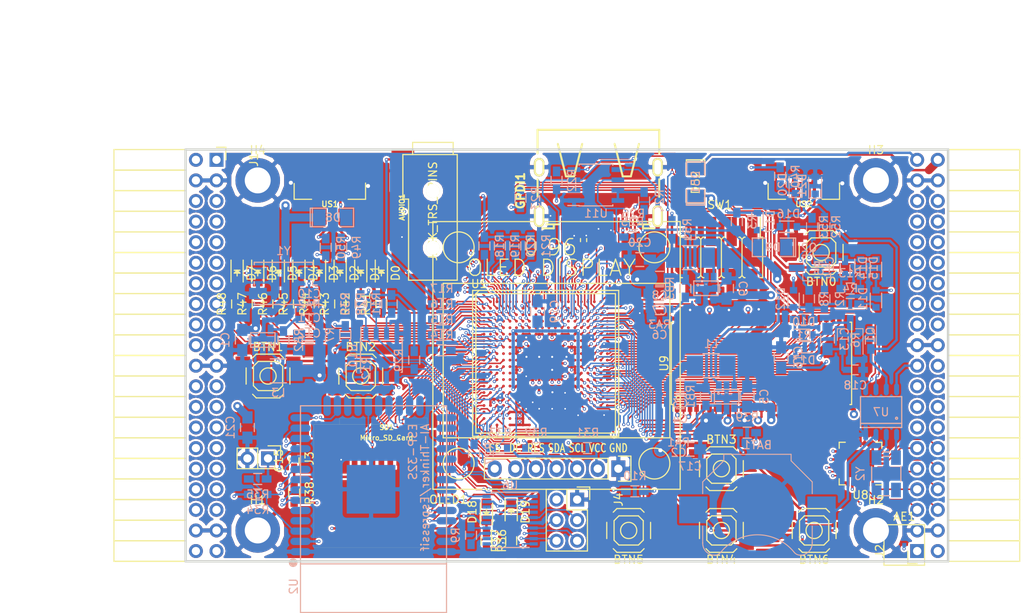
<source format=kicad_pcb>
(kicad_pcb (version 4) (host pcbnew 4.0.6+dfsg1-1)

  (general
    (links 672)
    (no_connects 0)
    (area 93.949999 61.269999 188.230001 112.370001)
    (thickness 1.6)
    (drawings 6)
    (tracks 4048)
    (zones 0)
    (modules 146)
    (nets 236)
  )

  (page A4)
  (layers
    (0 F.Cu signal)
    (1 In1.Cu signal)
    (2 In2.Cu signal)
    (31 B.Cu signal)
    (32 B.Adhes user)
    (33 F.Adhes user)
    (34 B.Paste user)
    (35 F.Paste user)
    (36 B.SilkS user)
    (37 F.SilkS user)
    (38 B.Mask user)
    (39 F.Mask user)
    (40 Dwgs.User user)
    (41 Cmts.User user)
    (42 Eco1.User user)
    (43 Eco2.User user)
    (44 Edge.Cuts user)
    (45 Margin user)
    (46 B.CrtYd user)
    (47 F.CrtYd user)
    (48 B.Fab user)
    (49 F.Fab user)
  )

  (setup
    (last_trace_width 0.3)
    (trace_clearance 0.127)
    (zone_clearance 0.254)
    (zone_45_only no)
    (trace_min 0.127)
    (segment_width 0.2)
    (edge_width 0.2)
    (via_size 0.4)
    (via_drill 0.2)
    (via_min_size 0.4)
    (via_min_drill 0.2)
    (uvia_size 0.3)
    (uvia_drill 0.1)
    (uvias_allowed no)
    (uvia_min_size 0.2)
    (uvia_min_drill 0.1)
    (pcb_text_width 0.3)
    (pcb_text_size 1.5 1.5)
    (mod_edge_width 0.15)
    (mod_text_size 1 1)
    (mod_text_width 0.15)
    (pad_size 0.5 0.5)
    (pad_drill 0)
    (pad_to_mask_clearance 0.05)
    (aux_axis_origin 82.67 62.69)
    (grid_origin 86.48 79.2)
    (visible_elements 7FFFF7FF)
    (pcbplotparams
      (layerselection 0x010f0_80000007)
      (usegerberextensions true)
      (excludeedgelayer true)
      (linewidth 0.100000)
      (plotframeref false)
      (viasonmask false)
      (mode 1)
      (useauxorigin false)
      (hpglpennumber 1)
      (hpglpenspeed 20)
      (hpglpendiameter 15)
      (hpglpenoverlay 2)
      (psnegative false)
      (psa4output false)
      (plotreference true)
      (plotvalue true)
      (plotinvisibletext false)
      (padsonsilk false)
      (subtractmaskfromsilk false)
      (outputformat 1)
      (mirror false)
      (drillshape 0)
      (scaleselection 1)
      (outputdirectory plot))
  )

  (net 0 "")
  (net 1 GND)
  (net 2 +5V)
  (net 3 /gpio/IN5V)
  (net 4 /gpio/OUT5V)
  (net 5 +3V3)
  (net 6 "Net-(L1-Pad1)")
  (net 7 "Net-(L2-Pad1)")
  (net 8 +1V2)
  (net 9 BTN_D)
  (net 10 BTN_F1)
  (net 11 BTN_F2)
  (net 12 BTN_L)
  (net 13 BTN_R)
  (net 14 BTN_U)
  (net 15 /power/FB1)
  (net 16 +2V5)
  (net 17 "Net-(L3-Pad1)")
  (net 18 /power/PWREN)
  (net 19 /power/FB3)
  (net 20 /power/FB2)
  (net 21 "Net-(D9-Pad1)")
  (net 22 /power/VBAT)
  (net 23 JTAG_TDI)
  (net 24 JTAG_TCK)
  (net 25 JTAG_TMS)
  (net 26 JTAG_TDO)
  (net 27 /power/WAKEUPn)
  (net 28 /power/WKUP)
  (net 29 /power/SHUT)
  (net 30 /power/WAKE)
  (net 31 /power/HOLD)
  (net 32 /power/WKn)
  (net 33 /power/OSCI_32k)
  (net 34 /power/OSCO_32k)
  (net 35 "Net-(Q2-Pad3)")
  (net 36 SHUTDOWN)
  (net 37 /analog/AUDIO_L)
  (net 38 /analog/AUDIO_R)
  (net 39 GPDI_5V_SCL)
  (net 40 GPDI_5V_SDA)
  (net 41 GPDI_SDA)
  (net 42 GPDI_SCL)
  (net 43 /gpdi/VREF2)
  (net 44 SD_CMD)
  (net 45 SD_CLK)
  (net 46 SD_D0)
  (net 47 SD_D1)
  (net 48 USB5V)
  (net 49 "Net-(BTN0-Pad1)")
  (net 50 GPDI_CEC)
  (net 51 nRESET)
  (net 52 FTDI_nDTR)
  (net 53 SDRAM_CKE)
  (net 54 SDRAM_A7)
  (net 55 SDRAM_D15)
  (net 56 SDRAM_BA1)
  (net 57 SDRAM_D7)
  (net 58 SDRAM_A6)
  (net 59 SDRAM_CLK)
  (net 60 SDRAM_D13)
  (net 61 SDRAM_BA0)
  (net 62 SDRAM_D6)
  (net 63 SDRAM_A5)
  (net 64 SDRAM_D14)
  (net 65 SDRAM_A11)
  (net 66 SDRAM_D12)
  (net 67 SDRAM_D5)
  (net 68 SDRAM_A4)
  (net 69 SDRAM_A10)
  (net 70 SDRAM_D11)
  (net 71 SDRAM_A3)
  (net 72 SDRAM_D4)
  (net 73 SDRAM_D10)
  (net 74 SDRAM_D9)
  (net 75 SDRAM_A9)
  (net 76 SDRAM_D3)
  (net 77 SDRAM_D8)
  (net 78 SDRAM_A8)
  (net 79 SDRAM_A2)
  (net 80 SDRAM_A1)
  (net 81 SDRAM_A0)
  (net 82 SDRAM_D2)
  (net 83 SDRAM_D1)
  (net 84 SDRAM_D0)
  (net 85 SDRAM_DQM0)
  (net 86 SDRAM_nCS)
  (net 87 SDRAM_nRAS)
  (net 88 SDRAM_DQM1)
  (net 89 SDRAM_nCAS)
  (net 90 SDRAM_nWE)
  (net 91 /flash/FLASH_nWP)
  (net 92 /flash/FLASH_nHOLD)
  (net 93 /flash/FLASH_MOSI)
  (net 94 /flash/FLASH_MISO)
  (net 95 /flash/FLASH_SCK)
  (net 96 /flash/FLASH_nCS)
  (net 97 /flash/FPGA_PROGRAMN)
  (net 98 /flash/FPGA_DONE)
  (net 99 /flash/FPGA_INITN)
  (net 100 OLED_RES)
  (net 101 OLED_DC)
  (net 102 OLED_CS)
  (net 103 WIFI_EN)
  (net 104 FTDI_nRTS)
  (net 105 FTDI_TXD)
  (net 106 FTDI_RXD)
  (net 107 WIFI_RXD)
  (net 108 WIFI_GPIO0)
  (net 109 WIFI_TXD)
  (net 110 GPDI_ETH-)
  (net 111 GPDI_ETH+)
  (net 112 GPDI_D2+)
  (net 113 GPDI_D2-)
  (net 114 GPDI_D1+)
  (net 115 GPDI_D1-)
  (net 116 GPDI_D0+)
  (net 117 GPDI_D0-)
  (net 118 GPDI_CLK+)
  (net 119 GPDI_CLK-)
  (net 120 USB_FTDI_D+)
  (net 121 USB_FTDI_D-)
  (net 122 J1_17-)
  (net 123 J1_17+)
  (net 124 J1_23-)
  (net 125 J1_23+)
  (net 126 J1_25-)
  (net 127 J1_25+)
  (net 128 J1_27-)
  (net 129 J1_27+)
  (net 130 J1_29-)
  (net 131 J1_29+)
  (net 132 J1_31-)
  (net 133 J1_31+)
  (net 134 J1_33-)
  (net 135 J1_33+)
  (net 136 J1_35-)
  (net 137 J1_35+)
  (net 138 J2_5-)
  (net 139 J2_5+)
  (net 140 J2_7-)
  (net 141 J2_7+)
  (net 142 J2_9-)
  (net 143 J2_9+)
  (net 144 J2_13-)
  (net 145 J2_13+)
  (net 146 J2_17-)
  (net 147 J2_17+)
  (net 148 J2_11-)
  (net 149 J2_11+)
  (net 150 J2_23-)
  (net 151 J2_23+)
  (net 152 J1_5-)
  (net 153 J1_5+)
  (net 154 J1_7-)
  (net 155 J1_7+)
  (net 156 J1_9-)
  (net 157 J1_9+)
  (net 158 J1_11-)
  (net 159 J1_11+)
  (net 160 J1_13-)
  (net 161 J1_13+)
  (net 162 J1_15-)
  (net 163 J1_15+)
  (net 164 J2_15-)
  (net 165 J2_15+)
  (net 166 J2_25-)
  (net 167 J2_25+)
  (net 168 J2_27-)
  (net 169 J2_27+)
  (net 170 J2_29-)
  (net 171 J2_29+)
  (net 172 J2_31-)
  (net 173 J2_31+)
  (net 174 J2_33-)
  (net 175 J2_33+)
  (net 176 J2_35-)
  (net 177 J2_35+)
  (net 178 SD_D3)
  (net 179 AUDIO_L3)
  (net 180 AUDIO_L2)
  (net 181 AUDIO_L1)
  (net 182 AUDIO_L0)
  (net 183 AUDIO_R3)
  (net 184 AUDIO_R2)
  (net 185 AUDIO_R1)
  (net 186 AUDIO_R0)
  (net 187 OLED_CLK)
  (net 188 OLED_MOSI)
  (net 189 LED0)
  (net 190 LED1)
  (net 191 LED2)
  (net 192 LED3)
  (net 193 LED4)
  (net 194 LED5)
  (net 195 LED6)
  (net 196 LED7)
  (net 197 BTN_PWRn)
  (net 198 "Net-(J3-Pad1)")
  (net 199 FTDI_nTXLED)
  (net 200 FTDI_nSLEEP)
  (net 201 /blinkey/LED_PWREN)
  (net 202 /blinkey/LED_TXLED)
  (net 203 FT3V3)
  (net 204 /sdcard/SD3V3)
  (net 205 SD_D2)
  (net 206 CLK_25MHz)
  (net 207 /blinkey/BTNPUL)
  (net 208 /blinkey/BTNPUR)
  (net 209 USB_FPGA_D+)
  (net 210 /power/FTDI_nSUSPEND)
  (net 211 /blinkey/ALED0)
  (net 212 /blinkey/ALED1)
  (net 213 /blinkey/ALED2)
  (net 214 /blinkey/ALED3)
  (net 215 /blinkey/ALED4)
  (net 216 /blinkey/ALED5)
  (net 217 /blinkey/ALED6)
  (net 218 /blinkey/ALED7)
  (net 219 /usb/FTD-)
  (net 220 /usb/FTD+)
  (net 221 ADC_MISO)
  (net 222 ADC_MOSI)
  (net 223 ADC_CSn)
  (net 224 ADC_SCLK)
  (net 225 "Net-(R51-Pad2)")
  (net 226 SW3)
  (net 227 SW2)
  (net 228 SW1)
  (net 229 SW0)
  (net 230 USB_FPGA_D-)
  (net 231 /usb/FPD+)
  (net 232 /usb/FPD-)
  (net 233 WIFI_GPIO16)
  (net 234 WIFI_GPIO15)
  (net 235 /usb/ANT_433MHz)

  (net_class Default "This is the default net class."
    (clearance 0.127)
    (trace_width 0.3)
    (via_dia 0.4)
    (via_drill 0.2)
    (uvia_dia 0.3)
    (uvia_drill 0.1)
    (add_net +1V2)
    (add_net +2V5)
    (add_net +3V3)
    (add_net +5V)
    (add_net /analog/AUDIO_L)
    (add_net /analog/AUDIO_R)
    (add_net /blinkey/ALED0)
    (add_net /blinkey/ALED1)
    (add_net /blinkey/ALED2)
    (add_net /blinkey/ALED3)
    (add_net /blinkey/ALED4)
    (add_net /blinkey/ALED5)
    (add_net /blinkey/ALED6)
    (add_net /blinkey/ALED7)
    (add_net /blinkey/BTNPUL)
    (add_net /blinkey/BTNPUR)
    (add_net /blinkey/LED_PWREN)
    (add_net /blinkey/LED_TXLED)
    (add_net /gpdi/VREF2)
    (add_net /gpio/IN5V)
    (add_net /gpio/OUT5V)
    (add_net /power/FB1)
    (add_net /power/FB2)
    (add_net /power/FB3)
    (add_net /power/FTDI_nSUSPEND)
    (add_net /power/HOLD)
    (add_net /power/OSCI_32k)
    (add_net /power/OSCO_32k)
    (add_net /power/PWREN)
    (add_net /power/SHUT)
    (add_net /power/VBAT)
    (add_net /power/WAKE)
    (add_net /power/WAKEUPn)
    (add_net /power/WKUP)
    (add_net /power/WKn)
    (add_net /sdcard/SD3V3)
    (add_net /usb/ANT_433MHz)
    (add_net /usb/FPD+)
    (add_net /usb/FPD-)
    (add_net /usb/FTD+)
    (add_net /usb/FTD-)
    (add_net FT3V3)
    (add_net GND)
    (add_net "Net-(BTN0-Pad1)")
    (add_net "Net-(D9-Pad1)")
    (add_net "Net-(J3-Pad1)")
    (add_net "Net-(L1-Pad1)")
    (add_net "Net-(L2-Pad1)")
    (add_net "Net-(L3-Pad1)")
    (add_net "Net-(Q2-Pad3)")
    (add_net "Net-(R51-Pad2)")
    (add_net USB5V)
  )

  (net_class BGA ""
    (clearance 0.127)
    (trace_width 0.19)
    (via_dia 0.4)
    (via_drill 0.2)
    (uvia_dia 0.3)
    (uvia_drill 0.1)
    (add_net /flash/FLASH_MISO)
    (add_net /flash/FLASH_MOSI)
    (add_net /flash/FLASH_SCK)
    (add_net /flash/FLASH_nCS)
    (add_net /flash/FLASH_nHOLD)
    (add_net /flash/FLASH_nWP)
    (add_net /flash/FPGA_DONE)
    (add_net /flash/FPGA_INITN)
    (add_net /flash/FPGA_PROGRAMN)
    (add_net ADC_CSn)
    (add_net ADC_MISO)
    (add_net ADC_MOSI)
    (add_net ADC_SCLK)
    (add_net AUDIO_L0)
    (add_net AUDIO_L1)
    (add_net AUDIO_L2)
    (add_net AUDIO_L3)
    (add_net AUDIO_R0)
    (add_net AUDIO_R1)
    (add_net AUDIO_R2)
    (add_net AUDIO_R3)
    (add_net BTN_D)
    (add_net BTN_F1)
    (add_net BTN_F2)
    (add_net BTN_L)
    (add_net BTN_PWRn)
    (add_net BTN_R)
    (add_net BTN_U)
    (add_net CLK_25MHz)
    (add_net FTDI_RXD)
    (add_net FTDI_TXD)
    (add_net FTDI_nDTR)
    (add_net FTDI_nRTS)
    (add_net FTDI_nSLEEP)
    (add_net FTDI_nTXLED)
    (add_net GPDI_5V_SCL)
    (add_net GPDI_5V_SDA)
    (add_net GPDI_CEC)
    (add_net GPDI_CLK+)
    (add_net GPDI_CLK-)
    (add_net GPDI_D0+)
    (add_net GPDI_D0-)
    (add_net GPDI_D1+)
    (add_net GPDI_D1-)
    (add_net GPDI_D2+)
    (add_net GPDI_D2-)
    (add_net GPDI_ETH+)
    (add_net GPDI_ETH-)
    (add_net GPDI_SCL)
    (add_net GPDI_SDA)
    (add_net J1_11+)
    (add_net J1_11-)
    (add_net J1_13+)
    (add_net J1_13-)
    (add_net J1_15+)
    (add_net J1_15-)
    (add_net J1_17+)
    (add_net J1_17-)
    (add_net J1_23+)
    (add_net J1_23-)
    (add_net J1_25+)
    (add_net J1_25-)
    (add_net J1_27+)
    (add_net J1_27-)
    (add_net J1_29+)
    (add_net J1_29-)
    (add_net J1_31+)
    (add_net J1_31-)
    (add_net J1_33+)
    (add_net J1_33-)
    (add_net J1_35+)
    (add_net J1_35-)
    (add_net J1_5+)
    (add_net J1_5-)
    (add_net J1_7+)
    (add_net J1_7-)
    (add_net J1_9+)
    (add_net J1_9-)
    (add_net J2_11+)
    (add_net J2_11-)
    (add_net J2_13+)
    (add_net J2_13-)
    (add_net J2_15+)
    (add_net J2_15-)
    (add_net J2_17+)
    (add_net J2_17-)
    (add_net J2_23+)
    (add_net J2_23-)
    (add_net J2_25+)
    (add_net J2_25-)
    (add_net J2_27+)
    (add_net J2_27-)
    (add_net J2_29+)
    (add_net J2_29-)
    (add_net J2_31+)
    (add_net J2_31-)
    (add_net J2_33+)
    (add_net J2_33-)
    (add_net J2_35+)
    (add_net J2_35-)
    (add_net J2_5+)
    (add_net J2_5-)
    (add_net J2_7+)
    (add_net J2_7-)
    (add_net J2_9+)
    (add_net J2_9-)
    (add_net JTAG_TCK)
    (add_net JTAG_TDI)
    (add_net JTAG_TDO)
    (add_net JTAG_TMS)
    (add_net LED0)
    (add_net LED1)
    (add_net LED2)
    (add_net LED3)
    (add_net LED4)
    (add_net LED5)
    (add_net LED6)
    (add_net LED7)
    (add_net OLED_CLK)
    (add_net OLED_CS)
    (add_net OLED_DC)
    (add_net OLED_MOSI)
    (add_net OLED_RES)
    (add_net SDRAM_A0)
    (add_net SDRAM_A1)
    (add_net SDRAM_A10)
    (add_net SDRAM_A11)
    (add_net SDRAM_A2)
    (add_net SDRAM_A3)
    (add_net SDRAM_A4)
    (add_net SDRAM_A5)
    (add_net SDRAM_A6)
    (add_net SDRAM_A7)
    (add_net SDRAM_A8)
    (add_net SDRAM_A9)
    (add_net SDRAM_BA0)
    (add_net SDRAM_BA1)
    (add_net SDRAM_CKE)
    (add_net SDRAM_CLK)
    (add_net SDRAM_D0)
    (add_net SDRAM_D1)
    (add_net SDRAM_D10)
    (add_net SDRAM_D11)
    (add_net SDRAM_D12)
    (add_net SDRAM_D13)
    (add_net SDRAM_D14)
    (add_net SDRAM_D15)
    (add_net SDRAM_D2)
    (add_net SDRAM_D3)
    (add_net SDRAM_D4)
    (add_net SDRAM_D5)
    (add_net SDRAM_D6)
    (add_net SDRAM_D7)
    (add_net SDRAM_D8)
    (add_net SDRAM_D9)
    (add_net SDRAM_DQM0)
    (add_net SDRAM_DQM1)
    (add_net SDRAM_nCAS)
    (add_net SDRAM_nCS)
    (add_net SDRAM_nRAS)
    (add_net SDRAM_nWE)
    (add_net SD_CLK)
    (add_net SD_CMD)
    (add_net SD_D0)
    (add_net SD_D1)
    (add_net SD_D2)
    (add_net SD_D3)
    (add_net SHUTDOWN)
    (add_net SW0)
    (add_net SW1)
    (add_net SW2)
    (add_net SW3)
    (add_net USB_FPGA_D+)
    (add_net USB_FPGA_D-)
    (add_net USB_FTDI_D+)
    (add_net USB_FTDI_D-)
    (add_net WIFI_EN)
    (add_net WIFI_GPIO0)
    (add_net WIFI_GPIO15)
    (add_net WIFI_GPIO16)
    (add_net WIFI_RXD)
    (add_net WIFI_TXD)
    (add_net nRESET)
  )

  (net_class Minimal ""
    (clearance 0.127)
    (trace_width 0.127)
    (via_dia 0.4)
    (via_drill 0.2)
    (uvia_dia 0.3)
    (uvia_drill 0.1)
  )

  (module Resistors_SMD:R_0603_HandSoldering (layer B.Cu) (tedit 58307AEF) (tstamp 595B8F7A)
    (at 154.044 71.326 90)
    (descr "Resistor SMD 0603, hand soldering")
    (tags "resistor 0603")
    (path /58D6547C/595B9C2F)
    (attr smd)
    (fp_text reference R51 (at 0 1.9 90) (layer B.SilkS)
      (effects (font (size 1 1) (thickness 0.15)) (justify mirror))
    )
    (fp_text value 220 (at 0 -1.9 90) (layer B.Fab)
      (effects (font (size 1 1) (thickness 0.15)) (justify mirror))
    )
    (fp_line (start -0.8 -0.4) (end -0.8 0.4) (layer B.Fab) (width 0.1))
    (fp_line (start 0.8 -0.4) (end -0.8 -0.4) (layer B.Fab) (width 0.1))
    (fp_line (start 0.8 0.4) (end 0.8 -0.4) (layer B.Fab) (width 0.1))
    (fp_line (start -0.8 0.4) (end 0.8 0.4) (layer B.Fab) (width 0.1))
    (fp_line (start -2 0.8) (end 2 0.8) (layer B.CrtYd) (width 0.05))
    (fp_line (start -2 -0.8) (end 2 -0.8) (layer B.CrtYd) (width 0.05))
    (fp_line (start -2 0.8) (end -2 -0.8) (layer B.CrtYd) (width 0.05))
    (fp_line (start 2 0.8) (end 2 -0.8) (layer B.CrtYd) (width 0.05))
    (fp_line (start 0.5 -0.675) (end -0.5 -0.675) (layer B.SilkS) (width 0.15))
    (fp_line (start -0.5 0.675) (end 0.5 0.675) (layer B.SilkS) (width 0.15))
    (pad 1 smd rect (at -1.1 0 90) (size 1.2 0.9) (layers B.Cu B.Paste B.Mask)
      (net 5 +3V3))
    (pad 2 smd rect (at 1.1 0 90) (size 1.2 0.9) (layers B.Cu B.Paste B.Mask)
      (net 225 "Net-(R51-Pad2)"))
    (model Resistors_SMD.3dshapes/R_0603_HandSoldering.wrl
      (at (xyz 0 0 0))
      (scale (xyz 1 1 1))
      (rotate (xyz 0 0 0))
    )
  )

  (module Pin_Headers:Pin_Header_Straight_SMT_02x04 (layer F.Cu) (tedit 595B8E00) (tstamp 595B8F86)
    (at 160.14 74.73 180)
    (descr "SMT pin header")
    (tags "SMT pin header")
    (path /58D6547C/595B94DC)
    (attr smd)
    (fp_text reference SW1 (at 0.2 6.5 180) (layer F.SilkS)
      (effects (font (size 1 1) (thickness 0.15)))
    )
    (fp_text value DIPSW (at 0.1 -6.1 180) (layer F.Fab)
      (effects (font (size 1 1) (thickness 0.15)))
    )
    (fp_line (start -4.8 2.5) (end -4.8 4.925) (layer F.SilkS) (width 0.15))
    (fp_line (start -5.6 5.5) (end 5.6 5.5) (layer F.CrtYd) (width 0.05))
    (fp_line (start 5.6 5.5) (end 5.6 -5.5) (layer F.CrtYd) (width 0.05))
    (fp_line (start 5.6 -5.5) (end -5.6 -5.5) (layer F.CrtYd) (width 0.05))
    (fp_line (start -5.6 -5.5) (end -5.6 5.5) (layer F.CrtYd) (width 0.05))
    (fp_line (start -2.54 2.25) (end -2.54 -2.25) (layer F.SilkS) (width 0.15))
    (fp_line (start 5.08 -2.5) (end 4.8 -2.5) (layer F.SilkS) (width 0.15))
    (fp_line (start 5.08 -2.5) (end 5.08 2.5) (layer F.SilkS) (width 0.15))
    (fp_line (start 5.08 2.5) (end 4.8 2.5) (layer F.SilkS) (width 0.15))
    (fp_line (start -5.08 2.5) (end -4.8 2.5) (layer F.SilkS) (width 0.15))
    (fp_line (start -5.08 -2.5) (end -5.08 2.5) (layer F.SilkS) (width 0.15))
    (fp_line (start -2.921 -2.5) (end -2.794 -2.5) (layer F.SilkS) (width 0.15))
    (fp_line (start -2.794 -2.5) (end -2.54 -2.246) (layer F.SilkS) (width 0.15))
    (fp_line (start -2.54 -2.246) (end -2.286 -2.5) (layer F.SilkS) (width 0.15))
    (fp_line (start -2.286 -2.5) (end -2.159 -2.5) (layer F.SilkS) (width 0.15))
    (fp_line (start -5.08 -2.5) (end -4.8 -2.5) (layer F.SilkS) (width 0.15))
    (fp_line (start -0.381 -2.5) (end -0.254 -2.5) (layer F.SilkS) (width 0.15))
    (fp_line (start 2.159 -2.5) (end 2.286 -2.5) (layer F.SilkS) (width 0.15))
    (fp_line (start -2.159 2.5) (end -2.286 2.5) (layer F.SilkS) (width 0.15))
    (fp_line (start 0 -2.246) (end 0.254 -2.5) (layer F.SilkS) (width 0.15))
    (fp_line (start 2.54 -2.246) (end 2.794 -2.5) (layer F.SilkS) (width 0.15))
    (fp_line (start -2.54 2.246) (end -2.794 2.5) (layer F.SilkS) (width 0.15))
    (fp_line (start 0.254 -2.5) (end 0.381 -2.5) (layer F.SilkS) (width 0.15))
    (fp_line (start 2.794 -2.5) (end 2.921 -2.5) (layer F.SilkS) (width 0.15))
    (fp_line (start -2.794 2.5) (end -2.921 2.5) (layer F.SilkS) (width 0.15))
    (fp_line (start -0.254 -2.5) (end 0 -2.246) (layer F.SilkS) (width 0.15))
    (fp_line (start 2.286 -2.5) (end 2.54 -2.246) (layer F.SilkS) (width 0.15))
    (fp_line (start -2.286 2.5) (end -2.54 2.246) (layer F.SilkS) (width 0.15))
    (fp_line (start 0.381 2.5) (end 0.254 2.5) (layer F.SilkS) (width 0.15))
    (fp_line (start 2.921 2.5) (end 2.794 2.5) (layer F.SilkS) (width 0.15))
    (fp_line (start -0.254 2.5) (end -0.381 2.5) (layer F.SilkS) (width 0.15))
    (fp_line (start 2.286 2.5) (end 2.159 2.5) (layer F.SilkS) (width 0.15))
    (fp_line (start 0 2.246) (end -0.254 2.5) (layer F.SilkS) (width 0.15))
    (fp_line (start 2.54 2.246) (end 2.286 2.5) (layer F.SilkS) (width 0.15))
    (fp_line (start 0.254 2.5) (end 0 2.246) (layer F.SilkS) (width 0.15))
    (fp_line (start 2.794 2.5) (end 2.54 2.246) (layer F.SilkS) (width 0.15))
    (fp_line (start 0 2.25) (end 0 -2.25) (layer F.SilkS) (width 0.15))
    (fp_line (start 2.54 2.25) (end 2.54 -2.25) (layer F.SilkS) (width 0.15))
    (pad 1 smd rect (at -3.81 3.2 180) (size 1.27 3.6) (layers F.Cu F.Paste F.Mask)
      (net 226 SW3))
    (pad 2 smd rect (at -1.27 3.2 180) (size 1.27 3.6) (layers F.Cu F.Paste F.Mask)
      (net 227 SW2))
    (pad 3 smd rect (at 1.27 3.2 180) (size 1.27 3.6) (layers F.Cu F.Paste F.Mask)
      (net 228 SW1))
    (pad 4 smd rect (at 3.81 3.2 180) (size 1.27 3.6) (layers F.Cu F.Paste F.Mask)
      (net 229 SW0))
    (pad 5 smd rect (at 3.81 -3.2 180) (size 1.27 3.6) (layers F.Cu F.Paste F.Mask)
      (net 225 "Net-(R51-Pad2)"))
    (pad 6 smd rect (at 1.27 -3.2 180) (size 1.27 3.6) (layers F.Cu F.Paste F.Mask)
      (net 225 "Net-(R51-Pad2)"))
    (pad 7 smd rect (at -1.27 -3.2 180) (size 1.27 3.6) (layers F.Cu F.Paste F.Mask)
      (net 225 "Net-(R51-Pad2)"))
    (pad 8 smd rect (at -3.81 -3.2 180) (size 1.27 3.6) (layers F.Cu F.Paste F.Mask)
      (net 225 "Net-(R51-Pad2)"))
    (model Pin_Headers.3dshapes/Pin_Header_Straight_SMT_02x04.wrl
      (at (xyz 0 0 0))
      (scale (xyz 1 1 1))
      (rotate (xyz 0 0 0))
    )
  )

  (module Keystone_3000_1x12mm-CoinCell:Keystone_3000_1x12mm-CoinCell (layer B.Cu) (tedit 58D7D5B5) (tstamp 58D7ADD9)
    (at 164.585 105.87 180)
    (descr http://www.keyelco.com/product-pdf.cfm?p=777)
    (tags "Keystone type 3000 coin cell retainer")
    (path /58D51CAD/58D72202)
    (attr smd)
    (fp_text reference BAT1 (at 0 8 180) (layer B.SilkS)
      (effects (font (size 1 1) (thickness 0.15)) (justify mirror))
    )
    (fp_text value CR1225 (at 0 -7.5 180) (layer B.Fab)
      (effects (font (size 1 1) (thickness 0.15)) (justify mirror))
    )
    (fp_arc (start 0 0) (end 0 -6.75) (angle -36.6) (layer B.CrtYd) (width 0.05))
    (fp_arc (start 0.11 -9.15) (end 4.22 -5.65) (angle 3.1) (layer B.CrtYd) (width 0.05))
    (fp_arc (start 0.11 -9.15) (end -4.22 -5.65) (angle -3.1) (layer B.CrtYd) (width 0.05))
    (fp_arc (start 0 0) (end 0 -6.75) (angle 36.6) (layer B.CrtYd) (width 0.05))
    (fp_arc (start 5.25 -4.1) (end 5.3 -6.1) (angle 90) (layer B.CrtYd) (width 0.05))
    (fp_arc (start 5.29 -4.6) (end 4.22 -5.65) (angle 54.1) (layer B.CrtYd) (width 0.05))
    (fp_arc (start -5.29 -4.6) (end -4.22 -5.65) (angle -54.1) (layer B.CrtYd) (width 0.05))
    (fp_circle (center 0 0) (end 0 -6.25) (layer Dwgs.User) (width 0.15))
    (fp_arc (start 5.29 -4.6) (end 4.5 -5.2) (angle 60) (layer B.SilkS) (width 0.12))
    (fp_arc (start -5.29 -4.6) (end -4.5 -5.2) (angle -60) (layer B.SilkS) (width 0.12))
    (fp_arc (start 0 -8.9) (end -4.5 -5.2) (angle -101) (layer B.SilkS) (width 0.12))
    (fp_arc (start 5.29 -4.6) (end 4.6 -5.1) (angle 60) (layer B.Fab) (width 0.1))
    (fp_arc (start -5.29 -4.6) (end -4.6 -5.1) (angle -60) (layer B.Fab) (width 0.1))
    (fp_arc (start 0 -8.9) (end -4.6 -5.1) (angle -101) (layer B.Fab) (width 0.1))
    (fp_arc (start -5.25 -4.1) (end -5.3 -6.1) (angle -90) (layer B.CrtYd) (width 0.05))
    (fp_arc (start 5.25 -4.1) (end 5.3 -5.6) (angle 90) (layer B.SilkS) (width 0.12))
    (fp_arc (start -5.25 -4.1) (end -5.3 -5.6) (angle -90) (layer B.SilkS) (width 0.12))
    (fp_line (start -7.25 -2.15) (end -7.25 -4.1) (layer B.CrtYd) (width 0.05))
    (fp_line (start 7.25 -2.15) (end 7.25 -4.1) (layer B.CrtYd) (width 0.05))
    (fp_line (start 6.75 -2) (end 6.75 -4.1) (layer B.SilkS) (width 0.12))
    (fp_line (start -6.75 -2) (end -6.75 -4.1) (layer B.SilkS) (width 0.12))
    (fp_arc (start 5.25 -4.1) (end 5.3 -5.45) (angle 90) (layer B.Fab) (width 0.1))
    (fp_line (start 7.25 2.15) (end 7.25 3.8) (layer B.CrtYd) (width 0.05))
    (fp_line (start 7.25 3.8) (end 4.65 6.4) (layer B.CrtYd) (width 0.05))
    (fp_line (start 4.65 6.4) (end 4.65 7.35) (layer B.CrtYd) (width 0.05))
    (fp_line (start -4.65 7.35) (end 4.65 7.35) (layer B.CrtYd) (width 0.05))
    (fp_line (start -4.65 6.4) (end -4.65 7.35) (layer B.CrtYd) (width 0.05))
    (fp_line (start -7.25 3.8) (end -4.65 6.4) (layer B.CrtYd) (width 0.05))
    (fp_line (start -7.25 2.15) (end -7.25 3.8) (layer B.CrtYd) (width 0.05))
    (fp_line (start -6.75 2) (end -6.75 3.45) (layer B.SilkS) (width 0.12))
    (fp_line (start -6.75 3.45) (end -4.15 6.05) (layer B.SilkS) (width 0.12))
    (fp_line (start -4.15 6.05) (end -4.15 6.85) (layer B.SilkS) (width 0.12))
    (fp_line (start -4.15 6.85) (end 4.15 6.85) (layer B.SilkS) (width 0.12))
    (fp_line (start 4.15 6.85) (end 4.15 6.05) (layer B.SilkS) (width 0.12))
    (fp_line (start 4.15 6.05) (end 6.75 3.45) (layer B.SilkS) (width 0.12))
    (fp_line (start 6.75 3.45) (end 6.75 2) (layer B.SilkS) (width 0.12))
    (fp_line (start -7.25 2.15) (end -10.15 2.15) (layer B.CrtYd) (width 0.05))
    (fp_line (start -10.15 2.15) (end -10.15 -2.15) (layer B.CrtYd) (width 0.05))
    (fp_line (start -10.15 -2.15) (end -7.25 -2.15) (layer B.CrtYd) (width 0.05))
    (fp_line (start 7.25 2.15) (end 10.15 2.15) (layer B.CrtYd) (width 0.05))
    (fp_line (start 10.15 2.15) (end 10.15 -2.15) (layer B.CrtYd) (width 0.05))
    (fp_line (start 10.15 -2.15) (end 7.25 -2.15) (layer B.CrtYd) (width 0.05))
    (fp_arc (start -5.25 -4.1) (end -5.3 -5.45) (angle -90) (layer B.Fab) (width 0.1))
    (fp_line (start 6.6 3.4) (end 6.6 -4.1) (layer B.Fab) (width 0.1))
    (fp_line (start -6.6 3.4) (end -6.6 -4.1) (layer B.Fab) (width 0.1))
    (fp_line (start 4 6) (end 6.6 3.4) (layer B.Fab) (width 0.1))
    (fp_line (start -4 6) (end -6.6 3.4) (layer B.Fab) (width 0.1))
    (fp_line (start 4 6.7) (end 4 6) (layer B.Fab) (width 0.1))
    (fp_line (start -4 6.7) (end -4 6) (layer B.Fab) (width 0.1))
    (fp_line (start -4 6.7) (end 4 6.7) (layer B.Fab) (width 0.1))
    (pad 1 smd rect (at -7.9 0 180) (size 3.5 3.3) (layers B.Cu B.Paste B.Mask)
      (net 22 /power/VBAT))
    (pad 1 smd rect (at 7.9 0 180) (size 3.5 3.3) (layers B.Cu B.Paste B.Mask)
      (net 22 /power/VBAT))
    (pad 2 smd circle (at 0 0 180) (size 9 9) (layers B.Cu B.Mask)
      (net 1 GND))
    (model Battery_Holders.3dshapes/Keystone_3000_1x12mm-CoinCell.wrl
      (at (xyz 0 0 0))
      (scale (xyz 1 1 1))
      (rotate (xyz 0 0 0))
    )
  )

  (module SMD_Packages:SMD-1206_Pol (layer F.Cu) (tedit 0) (tstamp 56AA106E)
    (at 156.965 65.484 270)
    (path /56AC389C/56AC4846)
    (attr smd)
    (fp_text reference D52 (at 0 0 270) (layer F.SilkS)
      (effects (font (size 1 1) (thickness 0.15)))
    )
    (fp_text value 2A (at 0 0 270) (layer F.Fab)
      (effects (font (size 1 1) (thickness 0.15)))
    )
    (fp_line (start -2.54 -1.143) (end -2.794 -1.143) (layer F.SilkS) (width 0.15))
    (fp_line (start -2.794 -1.143) (end -2.794 1.143) (layer F.SilkS) (width 0.15))
    (fp_line (start -2.794 1.143) (end -2.54 1.143) (layer F.SilkS) (width 0.15))
    (fp_line (start -2.54 -1.143) (end -2.54 1.143) (layer F.SilkS) (width 0.15))
    (fp_line (start -2.54 1.143) (end -0.889 1.143) (layer F.SilkS) (width 0.15))
    (fp_line (start 0.889 -1.143) (end 2.54 -1.143) (layer F.SilkS) (width 0.15))
    (fp_line (start 2.54 -1.143) (end 2.54 1.143) (layer F.SilkS) (width 0.15))
    (fp_line (start 2.54 1.143) (end 0.889 1.143) (layer F.SilkS) (width 0.15))
    (fp_line (start -0.889 -1.143) (end -2.54 -1.143) (layer F.SilkS) (width 0.15))
    (pad 1 smd rect (at -1.651 0 270) (size 1.524 2.032) (layers F.Cu F.Paste F.Mask)
      (net 4 /gpio/OUT5V))
    (pad 2 smd rect (at 1.651 0 270) (size 1.524 2.032) (layers F.Cu F.Paste F.Mask)
      (net 2 +5V))
    (model SMD_Packages.3dshapes/SMD-1206_Pol.wrl
      (at (xyz 0 0 0))
      (scale (xyz 0.17 0.16 0.16))
      (rotate (xyz 0 0 0))
    )
  )

  (module SMD_Packages:SMD-1206_Pol (layer B.Cu) (tedit 0) (tstamp 56AA1068)
    (at 156.965 65.484 90)
    (path /56AC389C/56AC483B)
    (attr smd)
    (fp_text reference D51 (at 0 0 90) (layer B.SilkS)
      (effects (font (size 1 1) (thickness 0.15)) (justify mirror))
    )
    (fp_text value 2A (at 0 0 90) (layer B.Fab)
      (effects (font (size 1 1) (thickness 0.15)) (justify mirror))
    )
    (fp_line (start -2.54 1.143) (end -2.794 1.143) (layer B.SilkS) (width 0.15))
    (fp_line (start -2.794 1.143) (end -2.794 -1.143) (layer B.SilkS) (width 0.15))
    (fp_line (start -2.794 -1.143) (end -2.54 -1.143) (layer B.SilkS) (width 0.15))
    (fp_line (start -2.54 1.143) (end -2.54 -1.143) (layer B.SilkS) (width 0.15))
    (fp_line (start -2.54 -1.143) (end -0.889 -1.143) (layer B.SilkS) (width 0.15))
    (fp_line (start 0.889 1.143) (end 2.54 1.143) (layer B.SilkS) (width 0.15))
    (fp_line (start 2.54 1.143) (end 2.54 -1.143) (layer B.SilkS) (width 0.15))
    (fp_line (start 2.54 -1.143) (end 0.889 -1.143) (layer B.SilkS) (width 0.15))
    (fp_line (start -0.889 1.143) (end -2.54 1.143) (layer B.SilkS) (width 0.15))
    (pad 1 smd rect (at -1.651 0 90) (size 1.524 2.032) (layers B.Cu B.Paste B.Mask)
      (net 2 +5V))
    (pad 2 smd rect (at 1.651 0 90) (size 1.524 2.032) (layers B.Cu B.Paste B.Mask)
      (net 3 /gpio/IN5V))
    (model SMD_Packages.3dshapes/SMD-1206_Pol.wrl
      (at (xyz 0 0 0))
      (scale (xyz 0.17 0.16 0.16))
      (rotate (xyz 0 0 0))
    )
  )

  (module micro-sd:MicroSD_TF02D (layer F.Cu) (tedit 52721666) (tstamp 56A966AB)
    (at 116.87 110.52 180)
    (path /58DA7327/590C84AE)
    (fp_text reference SD1 (at -1.995 14.81 180) (layer F.SilkS)
      (effects (font (size 0.59944 0.59944) (thickness 0.12446)))
    )
    (fp_text value Micro_SD_Card (at -1.995 13.54 180) (layer F.SilkS)
      (effects (font (size 0.59944 0.59944) (thickness 0.12446)))
    )
    (fp_line (start 3.8 15.2) (end 3.8 16) (layer F.SilkS) (width 0.01016))
    (fp_line (start 3.8 16) (end -7 16) (layer F.SilkS) (width 0.01016))
    (fp_line (start -7 16) (end -7 15.2) (layer F.SilkS) (width 0.01016))
    (fp_line (start 7 0) (end 7 15.2) (layer F.SilkS) (width 0.01016))
    (fp_line (start 7 15.2) (end -7 15.2) (layer F.SilkS) (width 0.01016))
    (fp_line (start -7 15.2) (end -7 0) (layer F.SilkS) (width 0.01016))
    (fp_line (start -7 0) (end 7 0) (layer F.SilkS) (width 0.01016))
    (pad 1 smd rect (at 1.94 11 180) (size 0.7 1.8) (layers F.Cu F.Paste F.Mask)
      (net 205 SD_D2))
    (pad 2 smd rect (at 0.84 11 180) (size 0.7 1.8) (layers F.Cu F.Paste F.Mask)
      (net 178 SD_D3))
    (pad 3 smd rect (at -0.26 11 180) (size 0.7 1.8) (layers F.Cu F.Paste F.Mask)
      (net 44 SD_CMD))
    (pad 4 smd rect (at -1.36 11 180) (size 0.7 1.8) (layers F.Cu F.Paste F.Mask)
      (net 204 /sdcard/SD3V3))
    (pad 5 smd rect (at -2.46 11 180) (size 0.7 1.8) (layers F.Cu F.Paste F.Mask)
      (net 45 SD_CLK))
    (pad 6 smd rect (at -3.56 11 180) (size 0.7 1.8) (layers F.Cu F.Paste F.Mask)
      (net 1 GND))
    (pad 7 smd rect (at -4.66 11 180) (size 0.7 1.8) (layers F.Cu F.Paste F.Mask)
      (net 46 SD_D0))
    (pad 8 smd rect (at -5.76 11 180) (size 0.7 1.8) (layers F.Cu F.Paste F.Mask)
      (net 47 SD_D1))
    (pad S smd rect (at -5.05 0.4 180) (size 1.6 1.4) (layers F.Cu F.Paste F.Mask))
    (pad S smd rect (at 0.75 0.4 180) (size 1.8 1.4) (layers F.Cu F.Paste F.Mask))
    (pad G smd rect (at -7.45 13.55 180) (size 1.4 1.9) (layers F.Cu F.Paste F.Mask))
    (pad G smd rect (at 6.6 14.55 180) (size 1.4 1.9) (layers F.Cu F.Paste F.Mask))
  )

  (module Resistors_SMD:R_1210_HandSoldering (layer B.Cu) (tedit 58307C8D) (tstamp 58D58A37)
    (at 158.87 88.09 180)
    (descr "Resistor SMD 1210, hand soldering")
    (tags "resistor 1210")
    (path /58D51CAD/58D59D36)
    (attr smd)
    (fp_text reference L1 (at 0 2.7 180) (layer B.SilkS)
      (effects (font (size 1 1) (thickness 0.15)) (justify mirror))
    )
    (fp_text value 2.2uH (at 0 -2.7 180) (layer B.Fab)
      (effects (font (size 1 1) (thickness 0.15)) (justify mirror))
    )
    (fp_line (start -1.6 -1.25) (end -1.6 1.25) (layer B.Fab) (width 0.1))
    (fp_line (start 1.6 -1.25) (end -1.6 -1.25) (layer B.Fab) (width 0.1))
    (fp_line (start 1.6 1.25) (end 1.6 -1.25) (layer B.Fab) (width 0.1))
    (fp_line (start -1.6 1.25) (end 1.6 1.25) (layer B.Fab) (width 0.1))
    (fp_line (start -3.3 1.6) (end 3.3 1.6) (layer B.CrtYd) (width 0.05))
    (fp_line (start -3.3 -1.6) (end 3.3 -1.6) (layer B.CrtYd) (width 0.05))
    (fp_line (start -3.3 1.6) (end -3.3 -1.6) (layer B.CrtYd) (width 0.05))
    (fp_line (start 3.3 1.6) (end 3.3 -1.6) (layer B.CrtYd) (width 0.05))
    (fp_line (start 1 -1.475) (end -1 -1.475) (layer B.SilkS) (width 0.15))
    (fp_line (start -1 1.475) (end 1 1.475) (layer B.SilkS) (width 0.15))
    (pad 1 smd rect (at -2 0 180) (size 2 2.5) (layers B.Cu B.Paste B.Mask)
      (net 6 "Net-(L1-Pad1)"))
    (pad 2 smd rect (at 2 0 180) (size 2 2.5) (layers B.Cu B.Paste B.Mask)
      (net 8 +1V2))
    (model Resistors_SMD.3dshapes/R_1210_HandSoldering.wrl
      (at (xyz 0 0 0))
      (scale (xyz 1 1 1))
      (rotate (xyz 0 0 0))
    )
  )

  (module TSOT-25:TSOT-25 (layer B.Cu) (tedit 55EFFDDA) (tstamp 58D5976E)
    (at 160.775 91.9)
    (path /58D51CAD/58D58840)
    (fp_text reference U3 (at 0 -0.5) (layer B.SilkS)
      (effects (font (size 0.15 0.15) (thickness 0.0375)) (justify mirror))
    )
    (fp_text value AP3429A (at 0 0.5) (layer B.Fab)
      (effects (font (size 0.15 0.15) (thickness 0.0375)) (justify mirror))
    )
    (fp_circle (center -1 -0.4) (end -0.95 -0.5) (layer B.SilkS) (width 0.15))
    (fp_line (start -1.5 0.9) (end 1.5 0.9) (layer B.SilkS) (width 0.15))
    (fp_line (start 1.5 0.9) (end 1.5 -0.9) (layer B.SilkS) (width 0.15))
    (fp_line (start 1.5 -0.9) (end -1.5 -0.9) (layer B.SilkS) (width 0.15))
    (fp_line (start -1.5 -0.9) (end -1.5 0.9) (layer B.SilkS) (width 0.15))
    (pad 1 smd rect (at -0.95 -1.3) (size 0.7 1.2) (layers B.Cu B.Paste B.Mask)
      (net 18 /power/PWREN))
    (pad 2 smd rect (at 0 -1.3) (size 0.7 1.2) (layers B.Cu B.Paste B.Mask)
      (net 1 GND))
    (pad 3 smd rect (at 0.95 -1.3) (size 0.7 1.2) (layers B.Cu B.Paste B.Mask)
      (net 6 "Net-(L1-Pad1)"))
    (pad 4 smd rect (at 0.95 1.3) (size 0.7 1.2) (layers B.Cu B.Paste B.Mask)
      (net 2 +5V))
    (pad 5 smd rect (at -0.95 1.3) (size 0.7 1.2) (layers B.Cu B.Paste B.Mask)
      (net 15 /power/FB1))
  )

  (module Resistors_SMD:R_1210_HandSoldering (layer B.Cu) (tedit 58307C8D) (tstamp 58D599B2)
    (at 156.33 74.755 180)
    (descr "Resistor SMD 1210, hand soldering")
    (tags "resistor 1210")
    (path /58D51CAD/58D62964)
    (attr smd)
    (fp_text reference L2 (at 0 2.7 180) (layer B.SilkS)
      (effects (font (size 1 1) (thickness 0.15)) (justify mirror))
    )
    (fp_text value 2.2uH (at 0 -2.7 180) (layer B.Fab)
      (effects (font (size 1 1) (thickness 0.15)) (justify mirror))
    )
    (fp_line (start -1.6 -1.25) (end -1.6 1.25) (layer B.Fab) (width 0.1))
    (fp_line (start 1.6 -1.25) (end -1.6 -1.25) (layer B.Fab) (width 0.1))
    (fp_line (start 1.6 1.25) (end 1.6 -1.25) (layer B.Fab) (width 0.1))
    (fp_line (start -1.6 1.25) (end 1.6 1.25) (layer B.Fab) (width 0.1))
    (fp_line (start -3.3 1.6) (end 3.3 1.6) (layer B.CrtYd) (width 0.05))
    (fp_line (start -3.3 -1.6) (end 3.3 -1.6) (layer B.CrtYd) (width 0.05))
    (fp_line (start -3.3 1.6) (end -3.3 -1.6) (layer B.CrtYd) (width 0.05))
    (fp_line (start 3.3 1.6) (end 3.3 -1.6) (layer B.CrtYd) (width 0.05))
    (fp_line (start 1 -1.475) (end -1 -1.475) (layer B.SilkS) (width 0.15))
    (fp_line (start -1 1.475) (end 1 1.475) (layer B.SilkS) (width 0.15))
    (pad 1 smd rect (at -2 0 180) (size 2 2.5) (layers B.Cu B.Paste B.Mask)
      (net 7 "Net-(L2-Pad1)"))
    (pad 2 smd rect (at 2 0 180) (size 2 2.5) (layers B.Cu B.Paste B.Mask)
      (net 5 +3V3))
    (model Resistors_SMD.3dshapes/R_1210_HandSoldering.wrl
      (at (xyz 0 0 0))
      (scale (xyz 1 1 1))
      (rotate (xyz 0 0 0))
    )
  )

  (module TSOT-25:TSOT-25 (layer B.Cu) (tedit 55EFFDDA) (tstamp 58D599CD)
    (at 158.235 78.535)
    (path /58D51CAD/58D62946)
    (fp_text reference U4 (at 0 -0.5) (layer B.SilkS)
      (effects (font (size 0.15 0.15) (thickness 0.0375)) (justify mirror))
    )
    (fp_text value AP3429A (at 0 0.5) (layer B.Fab)
      (effects (font (size 0.15 0.15) (thickness 0.0375)) (justify mirror))
    )
    (fp_circle (center -1 -0.4) (end -0.95 -0.5) (layer B.SilkS) (width 0.15))
    (fp_line (start -1.5 0.9) (end 1.5 0.9) (layer B.SilkS) (width 0.15))
    (fp_line (start 1.5 0.9) (end 1.5 -0.9) (layer B.SilkS) (width 0.15))
    (fp_line (start 1.5 -0.9) (end -1.5 -0.9) (layer B.SilkS) (width 0.15))
    (fp_line (start -1.5 -0.9) (end -1.5 0.9) (layer B.SilkS) (width 0.15))
    (pad 1 smd rect (at -0.95 -1.3) (size 0.7 1.2) (layers B.Cu B.Paste B.Mask)
      (net 18 /power/PWREN))
    (pad 2 smd rect (at 0 -1.3) (size 0.7 1.2) (layers B.Cu B.Paste B.Mask)
      (net 1 GND))
    (pad 3 smd rect (at 0.95 -1.3) (size 0.7 1.2) (layers B.Cu B.Paste B.Mask)
      (net 7 "Net-(L2-Pad1)"))
    (pad 4 smd rect (at 0.95 1.3) (size 0.7 1.2) (layers B.Cu B.Paste B.Mask)
      (net 2 +5V))
    (pad 5 smd rect (at -0.95 1.3) (size 0.7 1.2) (layers B.Cu B.Paste B.Mask)
      (net 19 /power/FB3))
  )

  (module Buttons_Switches_SMD:SW_SPST_SKQG (layer F.Cu) (tedit 56EC5E16) (tstamp 58D6598E)
    (at 104.26 89.36)
    (descr "ALPS 5.2mm Square Low-profile TACT Switch (SMD)")
    (tags "SPST Button Switch")
    (path /58D6547C/58D66056)
    (attr smd)
    (fp_text reference BTN1 (at 0 -3.6) (layer F.SilkS)
      (effects (font (size 1 1) (thickness 0.15)))
    )
    (fp_text value FIRE1 (at 0 3.7) (layer F.Fab)
      (effects (font (size 1 1) (thickness 0.15)))
    )
    (fp_line (start -4.25 -2.95) (end -4.25 2.95) (layer F.CrtYd) (width 0.05))
    (fp_line (start 4.25 -2.95) (end -4.25 -2.95) (layer F.CrtYd) (width 0.05))
    (fp_line (start 4.25 2.95) (end 4.25 -2.95) (layer F.CrtYd) (width 0.05))
    (fp_line (start -4.25 2.95) (end 4.25 2.95) (layer F.CrtYd) (width 0.05))
    (fp_circle (center 0 0) (end 1 0) (layer F.SilkS) (width 0.15))
    (fp_line (start -1.2 -1.8) (end 1.2 -1.8) (layer F.SilkS) (width 0.15))
    (fp_line (start -1.8 -1.2) (end -1.2 -1.8) (layer F.SilkS) (width 0.15))
    (fp_line (start -1.8 1.2) (end -1.8 -1.2) (layer F.SilkS) (width 0.15))
    (fp_line (start -1.2 1.8) (end -1.8 1.2) (layer F.SilkS) (width 0.15))
    (fp_line (start 1.2 1.8) (end -1.2 1.8) (layer F.SilkS) (width 0.15))
    (fp_line (start 1.8 1.2) (end 1.2 1.8) (layer F.SilkS) (width 0.15))
    (fp_line (start 1.8 -1.2) (end 1.8 1.2) (layer F.SilkS) (width 0.15))
    (fp_line (start 1.2 -1.8) (end 1.8 -1.2) (layer F.SilkS) (width 0.15))
    (fp_line (start -1.45 -2.7) (end 1.45 -2.7) (layer F.SilkS) (width 0.15))
    (fp_line (start -1.9 -2.25) (end -1.45 -2.7) (layer F.SilkS) (width 0.15))
    (fp_line (start -2.7 1) (end -2.7 -1) (layer F.SilkS) (width 0.15))
    (fp_line (start -1.45 2.7) (end -1.9 2.25) (layer F.SilkS) (width 0.15))
    (fp_line (start 1.45 2.7) (end -1.45 2.7) (layer F.SilkS) (width 0.15))
    (fp_line (start 1.9 2.25) (end 1.45 2.7) (layer F.SilkS) (width 0.15))
    (fp_line (start 2.7 -1) (end 2.7 1) (layer F.SilkS) (width 0.15))
    (fp_line (start 1.45 -2.7) (end 1.9 -2.25) (layer F.SilkS) (width 0.15))
    (pad 1 smd rect (at -3.1 -1.85) (size 1.8 1.1) (layers F.Cu F.Paste F.Mask)
      (net 207 /blinkey/BTNPUL))
    (pad 1 smd rect (at 3.1 -1.85) (size 1.8 1.1) (layers F.Cu F.Paste F.Mask)
      (net 207 /blinkey/BTNPUL))
    (pad 2 smd rect (at -3.1 1.85) (size 1.8 1.1) (layers F.Cu F.Paste F.Mask)
      (net 10 BTN_F1))
    (pad 2 smd rect (at 3.1 1.85) (size 1.8 1.1) (layers F.Cu F.Paste F.Mask)
      (net 10 BTN_F1))
  )

  (module Buttons_Switches_SMD:SW_SPST_SKQG (layer F.Cu) (tedit 56EC5E16) (tstamp 58D65996)
    (at 115.69 89.36)
    (descr "ALPS 5.2mm Square Low-profile TACT Switch (SMD)")
    (tags "SPST Button Switch")
    (path /58D6547C/58D66057)
    (attr smd)
    (fp_text reference BTN2 (at 0 -3.6) (layer F.SilkS)
      (effects (font (size 1 1) (thickness 0.15)))
    )
    (fp_text value FIRE2 (at 0 3.7) (layer F.Fab)
      (effects (font (size 1 1) (thickness 0.15)))
    )
    (fp_line (start -4.25 -2.95) (end -4.25 2.95) (layer F.CrtYd) (width 0.05))
    (fp_line (start 4.25 -2.95) (end -4.25 -2.95) (layer F.CrtYd) (width 0.05))
    (fp_line (start 4.25 2.95) (end 4.25 -2.95) (layer F.CrtYd) (width 0.05))
    (fp_line (start -4.25 2.95) (end 4.25 2.95) (layer F.CrtYd) (width 0.05))
    (fp_circle (center 0 0) (end 1 0) (layer F.SilkS) (width 0.15))
    (fp_line (start -1.2 -1.8) (end 1.2 -1.8) (layer F.SilkS) (width 0.15))
    (fp_line (start -1.8 -1.2) (end -1.2 -1.8) (layer F.SilkS) (width 0.15))
    (fp_line (start -1.8 1.2) (end -1.8 -1.2) (layer F.SilkS) (width 0.15))
    (fp_line (start -1.2 1.8) (end -1.8 1.2) (layer F.SilkS) (width 0.15))
    (fp_line (start 1.2 1.8) (end -1.2 1.8) (layer F.SilkS) (width 0.15))
    (fp_line (start 1.8 1.2) (end 1.2 1.8) (layer F.SilkS) (width 0.15))
    (fp_line (start 1.8 -1.2) (end 1.8 1.2) (layer F.SilkS) (width 0.15))
    (fp_line (start 1.2 -1.8) (end 1.8 -1.2) (layer F.SilkS) (width 0.15))
    (fp_line (start -1.45 -2.7) (end 1.45 -2.7) (layer F.SilkS) (width 0.15))
    (fp_line (start -1.9 -2.25) (end -1.45 -2.7) (layer F.SilkS) (width 0.15))
    (fp_line (start -2.7 1) (end -2.7 -1) (layer F.SilkS) (width 0.15))
    (fp_line (start -1.45 2.7) (end -1.9 2.25) (layer F.SilkS) (width 0.15))
    (fp_line (start 1.45 2.7) (end -1.45 2.7) (layer F.SilkS) (width 0.15))
    (fp_line (start 1.9 2.25) (end 1.45 2.7) (layer F.SilkS) (width 0.15))
    (fp_line (start 2.7 -1) (end 2.7 1) (layer F.SilkS) (width 0.15))
    (fp_line (start 1.45 -2.7) (end 1.9 -2.25) (layer F.SilkS) (width 0.15))
    (pad 1 smd rect (at -3.1 -1.85) (size 1.8 1.1) (layers F.Cu F.Paste F.Mask)
      (net 207 /blinkey/BTNPUL))
    (pad 1 smd rect (at 3.1 -1.85) (size 1.8 1.1) (layers F.Cu F.Paste F.Mask)
      (net 207 /blinkey/BTNPUL))
    (pad 2 smd rect (at -3.1 1.85) (size 1.8 1.1) (layers F.Cu F.Paste F.Mask)
      (net 11 BTN_F2))
    (pad 2 smd rect (at 3.1 1.85) (size 1.8 1.1) (layers F.Cu F.Paste F.Mask)
      (net 11 BTN_F2))
  )

  (module Buttons_Switches_SMD:SW_SPST_SKQG (layer F.Cu) (tedit 56EC5E16) (tstamp 58D6599E)
    (at 160.14 100.79)
    (descr "ALPS 5.2mm Square Low-profile TACT Switch (SMD)")
    (tags "SPST Button Switch")
    (path /58D6547C/58D66059)
    (attr smd)
    (fp_text reference BTN3 (at 0 -3.6) (layer F.SilkS)
      (effects (font (size 1 1) (thickness 0.15)))
    )
    (fp_text value UP (at 0 3.7) (layer F.Fab)
      (effects (font (size 1 1) (thickness 0.15)))
    )
    (fp_line (start -4.25 -2.95) (end -4.25 2.95) (layer F.CrtYd) (width 0.05))
    (fp_line (start 4.25 -2.95) (end -4.25 -2.95) (layer F.CrtYd) (width 0.05))
    (fp_line (start 4.25 2.95) (end 4.25 -2.95) (layer F.CrtYd) (width 0.05))
    (fp_line (start -4.25 2.95) (end 4.25 2.95) (layer F.CrtYd) (width 0.05))
    (fp_circle (center 0 0) (end 1 0) (layer F.SilkS) (width 0.15))
    (fp_line (start -1.2 -1.8) (end 1.2 -1.8) (layer F.SilkS) (width 0.15))
    (fp_line (start -1.8 -1.2) (end -1.2 -1.8) (layer F.SilkS) (width 0.15))
    (fp_line (start -1.8 1.2) (end -1.8 -1.2) (layer F.SilkS) (width 0.15))
    (fp_line (start -1.2 1.8) (end -1.8 1.2) (layer F.SilkS) (width 0.15))
    (fp_line (start 1.2 1.8) (end -1.2 1.8) (layer F.SilkS) (width 0.15))
    (fp_line (start 1.8 1.2) (end 1.2 1.8) (layer F.SilkS) (width 0.15))
    (fp_line (start 1.8 -1.2) (end 1.8 1.2) (layer F.SilkS) (width 0.15))
    (fp_line (start 1.2 -1.8) (end 1.8 -1.2) (layer F.SilkS) (width 0.15))
    (fp_line (start -1.45 -2.7) (end 1.45 -2.7) (layer F.SilkS) (width 0.15))
    (fp_line (start -1.9 -2.25) (end -1.45 -2.7) (layer F.SilkS) (width 0.15))
    (fp_line (start -2.7 1) (end -2.7 -1) (layer F.SilkS) (width 0.15))
    (fp_line (start -1.45 2.7) (end -1.9 2.25) (layer F.SilkS) (width 0.15))
    (fp_line (start 1.45 2.7) (end -1.45 2.7) (layer F.SilkS) (width 0.15))
    (fp_line (start 1.9 2.25) (end 1.45 2.7) (layer F.SilkS) (width 0.15))
    (fp_line (start 2.7 -1) (end 2.7 1) (layer F.SilkS) (width 0.15))
    (fp_line (start 1.45 -2.7) (end 1.9 -2.25) (layer F.SilkS) (width 0.15))
    (pad 1 smd rect (at -3.1 -1.85) (size 1.8 1.1) (layers F.Cu F.Paste F.Mask)
      (net 208 /blinkey/BTNPUR))
    (pad 1 smd rect (at 3.1 -1.85) (size 1.8 1.1) (layers F.Cu F.Paste F.Mask)
      (net 208 /blinkey/BTNPUR))
    (pad 2 smd rect (at -3.1 1.85) (size 1.8 1.1) (layers F.Cu F.Paste F.Mask)
      (net 14 BTN_U))
    (pad 2 smd rect (at 3.1 1.85) (size 1.8 1.1) (layers F.Cu F.Paste F.Mask)
      (net 14 BTN_U))
  )

  (module Buttons_Switches_SMD:SW_SPST_SKQG (layer F.Cu) (tedit 56EC5E16) (tstamp 58D659A6)
    (at 160.14 108.41 180)
    (descr "ALPS 5.2mm Square Low-profile TACT Switch (SMD)")
    (tags "SPST Button Switch")
    (path /58D6547C/58D66058)
    (attr smd)
    (fp_text reference BTN4 (at 0 -3.6 180) (layer F.SilkS)
      (effects (font (size 1 1) (thickness 0.15)))
    )
    (fp_text value DOWN (at 0 3.7 180) (layer F.Fab)
      (effects (font (size 1 1) (thickness 0.15)))
    )
    (fp_line (start -4.25 -2.95) (end -4.25 2.95) (layer F.CrtYd) (width 0.05))
    (fp_line (start 4.25 -2.95) (end -4.25 -2.95) (layer F.CrtYd) (width 0.05))
    (fp_line (start 4.25 2.95) (end 4.25 -2.95) (layer F.CrtYd) (width 0.05))
    (fp_line (start -4.25 2.95) (end 4.25 2.95) (layer F.CrtYd) (width 0.05))
    (fp_circle (center 0 0) (end 1 0) (layer F.SilkS) (width 0.15))
    (fp_line (start -1.2 -1.8) (end 1.2 -1.8) (layer F.SilkS) (width 0.15))
    (fp_line (start -1.8 -1.2) (end -1.2 -1.8) (layer F.SilkS) (width 0.15))
    (fp_line (start -1.8 1.2) (end -1.8 -1.2) (layer F.SilkS) (width 0.15))
    (fp_line (start -1.2 1.8) (end -1.8 1.2) (layer F.SilkS) (width 0.15))
    (fp_line (start 1.2 1.8) (end -1.2 1.8) (layer F.SilkS) (width 0.15))
    (fp_line (start 1.8 1.2) (end 1.2 1.8) (layer F.SilkS) (width 0.15))
    (fp_line (start 1.8 -1.2) (end 1.8 1.2) (layer F.SilkS) (width 0.15))
    (fp_line (start 1.2 -1.8) (end 1.8 -1.2) (layer F.SilkS) (width 0.15))
    (fp_line (start -1.45 -2.7) (end 1.45 -2.7) (layer F.SilkS) (width 0.15))
    (fp_line (start -1.9 -2.25) (end -1.45 -2.7) (layer F.SilkS) (width 0.15))
    (fp_line (start -2.7 1) (end -2.7 -1) (layer F.SilkS) (width 0.15))
    (fp_line (start -1.45 2.7) (end -1.9 2.25) (layer F.SilkS) (width 0.15))
    (fp_line (start 1.45 2.7) (end -1.45 2.7) (layer F.SilkS) (width 0.15))
    (fp_line (start 1.9 2.25) (end 1.45 2.7) (layer F.SilkS) (width 0.15))
    (fp_line (start 2.7 -1) (end 2.7 1) (layer F.SilkS) (width 0.15))
    (fp_line (start 1.45 -2.7) (end 1.9 -2.25) (layer F.SilkS) (width 0.15))
    (pad 1 smd rect (at -3.1 -1.85 180) (size 1.8 1.1) (layers F.Cu F.Paste F.Mask)
      (net 208 /blinkey/BTNPUR))
    (pad 1 smd rect (at 3.1 -1.85 180) (size 1.8 1.1) (layers F.Cu F.Paste F.Mask)
      (net 208 /blinkey/BTNPUR))
    (pad 2 smd rect (at -3.1 1.85 180) (size 1.8 1.1) (layers F.Cu F.Paste F.Mask)
      (net 9 BTN_D))
    (pad 2 smd rect (at 3.1 1.85 180) (size 1.8 1.1) (layers F.Cu F.Paste F.Mask)
      (net 9 BTN_D))
  )

  (module Buttons_Switches_SMD:SW_SPST_SKQG (layer F.Cu) (tedit 56EC5E16) (tstamp 58D659AE)
    (at 148.71 108.41 180)
    (descr "ALPS 5.2mm Square Low-profile TACT Switch (SMD)")
    (tags "SPST Button Switch")
    (path /58D6547C/58D6605A)
    (attr smd)
    (fp_text reference BTN5 (at 0 -3.6 180) (layer F.SilkS)
      (effects (font (size 1 1) (thickness 0.15)))
    )
    (fp_text value LEFT (at 0 3.7 180) (layer F.Fab)
      (effects (font (size 1 1) (thickness 0.15)))
    )
    (fp_line (start -4.25 -2.95) (end -4.25 2.95) (layer F.CrtYd) (width 0.05))
    (fp_line (start 4.25 -2.95) (end -4.25 -2.95) (layer F.CrtYd) (width 0.05))
    (fp_line (start 4.25 2.95) (end 4.25 -2.95) (layer F.CrtYd) (width 0.05))
    (fp_line (start -4.25 2.95) (end 4.25 2.95) (layer F.CrtYd) (width 0.05))
    (fp_circle (center 0 0) (end 1 0) (layer F.SilkS) (width 0.15))
    (fp_line (start -1.2 -1.8) (end 1.2 -1.8) (layer F.SilkS) (width 0.15))
    (fp_line (start -1.8 -1.2) (end -1.2 -1.8) (layer F.SilkS) (width 0.15))
    (fp_line (start -1.8 1.2) (end -1.8 -1.2) (layer F.SilkS) (width 0.15))
    (fp_line (start -1.2 1.8) (end -1.8 1.2) (layer F.SilkS) (width 0.15))
    (fp_line (start 1.2 1.8) (end -1.2 1.8) (layer F.SilkS) (width 0.15))
    (fp_line (start 1.8 1.2) (end 1.2 1.8) (layer F.SilkS) (width 0.15))
    (fp_line (start 1.8 -1.2) (end 1.8 1.2) (layer F.SilkS) (width 0.15))
    (fp_line (start 1.2 -1.8) (end 1.8 -1.2) (layer F.SilkS) (width 0.15))
    (fp_line (start -1.45 -2.7) (end 1.45 -2.7) (layer F.SilkS) (width 0.15))
    (fp_line (start -1.9 -2.25) (end -1.45 -2.7) (layer F.SilkS) (width 0.15))
    (fp_line (start -2.7 1) (end -2.7 -1) (layer F.SilkS) (width 0.15))
    (fp_line (start -1.45 2.7) (end -1.9 2.25) (layer F.SilkS) (width 0.15))
    (fp_line (start 1.45 2.7) (end -1.45 2.7) (layer F.SilkS) (width 0.15))
    (fp_line (start 1.9 2.25) (end 1.45 2.7) (layer F.SilkS) (width 0.15))
    (fp_line (start 2.7 -1) (end 2.7 1) (layer F.SilkS) (width 0.15))
    (fp_line (start 1.45 -2.7) (end 1.9 -2.25) (layer F.SilkS) (width 0.15))
    (pad 1 smd rect (at -3.1 -1.85 180) (size 1.8 1.1) (layers F.Cu F.Paste F.Mask)
      (net 208 /blinkey/BTNPUR))
    (pad 1 smd rect (at 3.1 -1.85 180) (size 1.8 1.1) (layers F.Cu F.Paste F.Mask)
      (net 208 /blinkey/BTNPUR))
    (pad 2 smd rect (at -3.1 1.85 180) (size 1.8 1.1) (layers F.Cu F.Paste F.Mask)
      (net 12 BTN_L))
    (pad 2 smd rect (at 3.1 1.85 180) (size 1.8 1.1) (layers F.Cu F.Paste F.Mask)
      (net 12 BTN_L))
  )

  (module Buttons_Switches_SMD:SW_SPST_SKQG (layer F.Cu) (tedit 56EC5E16) (tstamp 58D659B6)
    (at 171.57 108.41 180)
    (descr "ALPS 5.2mm Square Low-profile TACT Switch (SMD)")
    (tags "SPST Button Switch")
    (path /58D6547C/58D6605B)
    (attr smd)
    (fp_text reference BTN6 (at 0 -3.6 180) (layer F.SilkS)
      (effects (font (size 1 1) (thickness 0.15)))
    )
    (fp_text value RIGHT (at 0 3.7 180) (layer F.Fab)
      (effects (font (size 1 1) (thickness 0.15)))
    )
    (fp_line (start -4.25 -2.95) (end -4.25 2.95) (layer F.CrtYd) (width 0.05))
    (fp_line (start 4.25 -2.95) (end -4.25 -2.95) (layer F.CrtYd) (width 0.05))
    (fp_line (start 4.25 2.95) (end 4.25 -2.95) (layer F.CrtYd) (width 0.05))
    (fp_line (start -4.25 2.95) (end 4.25 2.95) (layer F.CrtYd) (width 0.05))
    (fp_circle (center 0 0) (end 1 0) (layer F.SilkS) (width 0.15))
    (fp_line (start -1.2 -1.8) (end 1.2 -1.8) (layer F.SilkS) (width 0.15))
    (fp_line (start -1.8 -1.2) (end -1.2 -1.8) (layer F.SilkS) (width 0.15))
    (fp_line (start -1.8 1.2) (end -1.8 -1.2) (layer F.SilkS) (width 0.15))
    (fp_line (start -1.2 1.8) (end -1.8 1.2) (layer F.SilkS) (width 0.15))
    (fp_line (start 1.2 1.8) (end -1.2 1.8) (layer F.SilkS) (width 0.15))
    (fp_line (start 1.8 1.2) (end 1.2 1.8) (layer F.SilkS) (width 0.15))
    (fp_line (start 1.8 -1.2) (end 1.8 1.2) (layer F.SilkS) (width 0.15))
    (fp_line (start 1.2 -1.8) (end 1.8 -1.2) (layer F.SilkS) (width 0.15))
    (fp_line (start -1.45 -2.7) (end 1.45 -2.7) (layer F.SilkS) (width 0.15))
    (fp_line (start -1.9 -2.25) (end -1.45 -2.7) (layer F.SilkS) (width 0.15))
    (fp_line (start -2.7 1) (end -2.7 -1) (layer F.SilkS) (width 0.15))
    (fp_line (start -1.45 2.7) (end -1.9 2.25) (layer F.SilkS) (width 0.15))
    (fp_line (start 1.45 2.7) (end -1.45 2.7) (layer F.SilkS) (width 0.15))
    (fp_line (start 1.9 2.25) (end 1.45 2.7) (layer F.SilkS) (width 0.15))
    (fp_line (start 2.7 -1) (end 2.7 1) (layer F.SilkS) (width 0.15))
    (fp_line (start 1.45 -2.7) (end 1.9 -2.25) (layer F.SilkS) (width 0.15))
    (pad 1 smd rect (at -3.1 -1.85 180) (size 1.8 1.1) (layers F.Cu F.Paste F.Mask)
      (net 208 /blinkey/BTNPUR))
    (pad 1 smd rect (at 3.1 -1.85 180) (size 1.8 1.1) (layers F.Cu F.Paste F.Mask)
      (net 208 /blinkey/BTNPUR))
    (pad 2 smd rect (at -3.1 1.85 180) (size 1.8 1.1) (layers F.Cu F.Paste F.Mask)
      (net 13 BTN_R))
    (pad 2 smd rect (at 3.1 1.85 180) (size 1.8 1.1) (layers F.Cu F.Paste F.Mask)
      (net 13 BTN_R))
  )

  (module LEDs:LED_0805 (layer F.Cu) (tedit 55BDE1C2) (tstamp 58D659BC)
    (at 118.23 76.66 270)
    (descr "LED 0805 smd package")
    (tags "LED 0805 SMD")
    (path /58D6547C/58D66570)
    (attr smd)
    (fp_text reference D0 (at 0 -1.75 270) (layer F.SilkS)
      (effects (font (size 1 1) (thickness 0.15)))
    )
    (fp_text value LED (at 0 1.75 270) (layer F.Fab)
      (effects (font (size 1 1) (thickness 0.15)))
    )
    (fp_line (start -0.4 -0.3) (end -0.4 0.3) (layer F.Fab) (width 0.15))
    (fp_line (start -0.3 0) (end 0 -0.3) (layer F.Fab) (width 0.15))
    (fp_line (start 0 0.3) (end -0.3 0) (layer F.Fab) (width 0.15))
    (fp_line (start 0 -0.3) (end 0 0.3) (layer F.Fab) (width 0.15))
    (fp_line (start 1 -0.6) (end -1 -0.6) (layer F.Fab) (width 0.15))
    (fp_line (start 1 0.6) (end 1 -0.6) (layer F.Fab) (width 0.15))
    (fp_line (start -1 0.6) (end 1 0.6) (layer F.Fab) (width 0.15))
    (fp_line (start -1 -0.6) (end -1 0.6) (layer F.Fab) (width 0.15))
    (fp_line (start -1.6 0.75) (end 1.1 0.75) (layer F.SilkS) (width 0.15))
    (fp_line (start -1.6 -0.75) (end 1.1 -0.75) (layer F.SilkS) (width 0.15))
    (fp_line (start -0.1 0.15) (end -0.1 -0.1) (layer F.SilkS) (width 0.15))
    (fp_line (start -0.1 -0.1) (end -0.25 0.05) (layer F.SilkS) (width 0.15))
    (fp_line (start -0.35 -0.35) (end -0.35 0.35) (layer F.SilkS) (width 0.15))
    (fp_line (start 0 0) (end 0.35 0) (layer F.SilkS) (width 0.15))
    (fp_line (start -0.35 0) (end 0 -0.35) (layer F.SilkS) (width 0.15))
    (fp_line (start 0 -0.35) (end 0 0.35) (layer F.SilkS) (width 0.15))
    (fp_line (start 0 0.35) (end -0.35 0) (layer F.SilkS) (width 0.15))
    (fp_line (start 1.9 -0.95) (end 1.9 0.95) (layer F.CrtYd) (width 0.05))
    (fp_line (start 1.9 0.95) (end -1.9 0.95) (layer F.CrtYd) (width 0.05))
    (fp_line (start -1.9 0.95) (end -1.9 -0.95) (layer F.CrtYd) (width 0.05))
    (fp_line (start -1.9 -0.95) (end 1.9 -0.95) (layer F.CrtYd) (width 0.05))
    (pad 2 smd rect (at 1.04902 0 90) (size 1.19888 1.19888) (layers F.Cu F.Paste F.Mask)
      (net 211 /blinkey/ALED0))
    (pad 1 smd rect (at -1.04902 0 90) (size 1.19888 1.19888) (layers F.Cu F.Paste F.Mask)
      (net 1 GND))
    (model LEDs.3dshapes/LED_0805.wrl
      (at (xyz 0 0 0))
      (scale (xyz 1 1 1))
      (rotate (xyz 0 0 0))
    )
  )

  (module LEDs:LED_0805 (layer F.Cu) (tedit 55BDE1C2) (tstamp 58D659C2)
    (at 115.69 76.66 270)
    (descr "LED 0805 smd package")
    (tags "LED 0805 SMD")
    (path /58D6547C/58D66620)
    (attr smd)
    (fp_text reference D1 (at 0 -1.75 270) (layer F.SilkS)
      (effects (font (size 1 1) (thickness 0.15)))
    )
    (fp_text value LED (at 0 1.75 270) (layer F.Fab)
      (effects (font (size 1 1) (thickness 0.15)))
    )
    (fp_line (start -0.4 -0.3) (end -0.4 0.3) (layer F.Fab) (width 0.15))
    (fp_line (start -0.3 0) (end 0 -0.3) (layer F.Fab) (width 0.15))
    (fp_line (start 0 0.3) (end -0.3 0) (layer F.Fab) (width 0.15))
    (fp_line (start 0 -0.3) (end 0 0.3) (layer F.Fab) (width 0.15))
    (fp_line (start 1 -0.6) (end -1 -0.6) (layer F.Fab) (width 0.15))
    (fp_line (start 1 0.6) (end 1 -0.6) (layer F.Fab) (width 0.15))
    (fp_line (start -1 0.6) (end 1 0.6) (layer F.Fab) (width 0.15))
    (fp_line (start -1 -0.6) (end -1 0.6) (layer F.Fab) (width 0.15))
    (fp_line (start -1.6 0.75) (end 1.1 0.75) (layer F.SilkS) (width 0.15))
    (fp_line (start -1.6 -0.75) (end 1.1 -0.75) (layer F.SilkS) (width 0.15))
    (fp_line (start -0.1 0.15) (end -0.1 -0.1) (layer F.SilkS) (width 0.15))
    (fp_line (start -0.1 -0.1) (end -0.25 0.05) (layer F.SilkS) (width 0.15))
    (fp_line (start -0.35 -0.35) (end -0.35 0.35) (layer F.SilkS) (width 0.15))
    (fp_line (start 0 0) (end 0.35 0) (layer F.SilkS) (width 0.15))
    (fp_line (start -0.35 0) (end 0 -0.35) (layer F.SilkS) (width 0.15))
    (fp_line (start 0 -0.35) (end 0 0.35) (layer F.SilkS) (width 0.15))
    (fp_line (start 0 0.35) (end -0.35 0) (layer F.SilkS) (width 0.15))
    (fp_line (start 1.9 -0.95) (end 1.9 0.95) (layer F.CrtYd) (width 0.05))
    (fp_line (start 1.9 0.95) (end -1.9 0.95) (layer F.CrtYd) (width 0.05))
    (fp_line (start -1.9 0.95) (end -1.9 -0.95) (layer F.CrtYd) (width 0.05))
    (fp_line (start -1.9 -0.95) (end 1.9 -0.95) (layer F.CrtYd) (width 0.05))
    (pad 2 smd rect (at 1.04902 0 90) (size 1.19888 1.19888) (layers F.Cu F.Paste F.Mask)
      (net 212 /blinkey/ALED1))
    (pad 1 smd rect (at -1.04902 0 90) (size 1.19888 1.19888) (layers F.Cu F.Paste F.Mask)
      (net 1 GND))
    (model LEDs.3dshapes/LED_0805.wrl
      (at (xyz 0 0 0))
      (scale (xyz 1 1 1))
      (rotate (xyz 0 0 0))
    )
  )

  (module LEDs:LED_0805 (layer F.Cu) (tedit 55BDE1C2) (tstamp 58D659C8)
    (at 113.15 76.66 270)
    (descr "LED 0805 smd package")
    (tags "LED 0805 SMD")
    (path /58D6547C/58D666C3)
    (attr smd)
    (fp_text reference D2 (at 0 -1.75 270) (layer F.SilkS)
      (effects (font (size 1 1) (thickness 0.15)))
    )
    (fp_text value LED (at 0 1.75 270) (layer F.Fab)
      (effects (font (size 1 1) (thickness 0.15)))
    )
    (fp_line (start -0.4 -0.3) (end -0.4 0.3) (layer F.Fab) (width 0.15))
    (fp_line (start -0.3 0) (end 0 -0.3) (layer F.Fab) (width 0.15))
    (fp_line (start 0 0.3) (end -0.3 0) (layer F.Fab) (width 0.15))
    (fp_line (start 0 -0.3) (end 0 0.3) (layer F.Fab) (width 0.15))
    (fp_line (start 1 -0.6) (end -1 -0.6) (layer F.Fab) (width 0.15))
    (fp_line (start 1 0.6) (end 1 -0.6) (layer F.Fab) (width 0.15))
    (fp_line (start -1 0.6) (end 1 0.6) (layer F.Fab) (width 0.15))
    (fp_line (start -1 -0.6) (end -1 0.6) (layer F.Fab) (width 0.15))
    (fp_line (start -1.6 0.75) (end 1.1 0.75) (layer F.SilkS) (width 0.15))
    (fp_line (start -1.6 -0.75) (end 1.1 -0.75) (layer F.SilkS) (width 0.15))
    (fp_line (start -0.1 0.15) (end -0.1 -0.1) (layer F.SilkS) (width 0.15))
    (fp_line (start -0.1 -0.1) (end -0.25 0.05) (layer F.SilkS) (width 0.15))
    (fp_line (start -0.35 -0.35) (end -0.35 0.35) (layer F.SilkS) (width 0.15))
    (fp_line (start 0 0) (end 0.35 0) (layer F.SilkS) (width 0.15))
    (fp_line (start -0.35 0) (end 0 -0.35) (layer F.SilkS) (width 0.15))
    (fp_line (start 0 -0.35) (end 0 0.35) (layer F.SilkS) (width 0.15))
    (fp_line (start 0 0.35) (end -0.35 0) (layer F.SilkS) (width 0.15))
    (fp_line (start 1.9 -0.95) (end 1.9 0.95) (layer F.CrtYd) (width 0.05))
    (fp_line (start 1.9 0.95) (end -1.9 0.95) (layer F.CrtYd) (width 0.05))
    (fp_line (start -1.9 0.95) (end -1.9 -0.95) (layer F.CrtYd) (width 0.05))
    (fp_line (start -1.9 -0.95) (end 1.9 -0.95) (layer F.CrtYd) (width 0.05))
    (pad 2 smd rect (at 1.04902 0 90) (size 1.19888 1.19888) (layers F.Cu F.Paste F.Mask)
      (net 213 /blinkey/ALED2))
    (pad 1 smd rect (at -1.04902 0 90) (size 1.19888 1.19888) (layers F.Cu F.Paste F.Mask)
      (net 1 GND))
    (model LEDs.3dshapes/LED_0805.wrl
      (at (xyz 0 0 0))
      (scale (xyz 1 1 1))
      (rotate (xyz 0 0 0))
    )
  )

  (module LEDs:LED_0805 (layer F.Cu) (tedit 55BDE1C2) (tstamp 58D659CE)
    (at 110.61 76.66 270)
    (descr "LED 0805 smd package")
    (tags "LED 0805 SMD")
    (path /58D6547C/58D66733)
    (attr smd)
    (fp_text reference D3 (at 0 -1.75 270) (layer F.SilkS)
      (effects (font (size 1 1) (thickness 0.15)))
    )
    (fp_text value LED (at 0 1.75 270) (layer F.Fab)
      (effects (font (size 1 1) (thickness 0.15)))
    )
    (fp_line (start -0.4 -0.3) (end -0.4 0.3) (layer F.Fab) (width 0.15))
    (fp_line (start -0.3 0) (end 0 -0.3) (layer F.Fab) (width 0.15))
    (fp_line (start 0 0.3) (end -0.3 0) (layer F.Fab) (width 0.15))
    (fp_line (start 0 -0.3) (end 0 0.3) (layer F.Fab) (width 0.15))
    (fp_line (start 1 -0.6) (end -1 -0.6) (layer F.Fab) (width 0.15))
    (fp_line (start 1 0.6) (end 1 -0.6) (layer F.Fab) (width 0.15))
    (fp_line (start -1 0.6) (end 1 0.6) (layer F.Fab) (width 0.15))
    (fp_line (start -1 -0.6) (end -1 0.6) (layer F.Fab) (width 0.15))
    (fp_line (start -1.6 0.75) (end 1.1 0.75) (layer F.SilkS) (width 0.15))
    (fp_line (start -1.6 -0.75) (end 1.1 -0.75) (layer F.SilkS) (width 0.15))
    (fp_line (start -0.1 0.15) (end -0.1 -0.1) (layer F.SilkS) (width 0.15))
    (fp_line (start -0.1 -0.1) (end -0.25 0.05) (layer F.SilkS) (width 0.15))
    (fp_line (start -0.35 -0.35) (end -0.35 0.35) (layer F.SilkS) (width 0.15))
    (fp_line (start 0 0) (end 0.35 0) (layer F.SilkS) (width 0.15))
    (fp_line (start -0.35 0) (end 0 -0.35) (layer F.SilkS) (width 0.15))
    (fp_line (start 0 -0.35) (end 0 0.35) (layer F.SilkS) (width 0.15))
    (fp_line (start 0 0.35) (end -0.35 0) (layer F.SilkS) (width 0.15))
    (fp_line (start 1.9 -0.95) (end 1.9 0.95) (layer F.CrtYd) (width 0.05))
    (fp_line (start 1.9 0.95) (end -1.9 0.95) (layer F.CrtYd) (width 0.05))
    (fp_line (start -1.9 0.95) (end -1.9 -0.95) (layer F.CrtYd) (width 0.05))
    (fp_line (start -1.9 -0.95) (end 1.9 -0.95) (layer F.CrtYd) (width 0.05))
    (pad 2 smd rect (at 1.04902 0 90) (size 1.19888 1.19888) (layers F.Cu F.Paste F.Mask)
      (net 214 /blinkey/ALED3))
    (pad 1 smd rect (at -1.04902 0 90) (size 1.19888 1.19888) (layers F.Cu F.Paste F.Mask)
      (net 1 GND))
    (model LEDs.3dshapes/LED_0805.wrl
      (at (xyz 0 0 0))
      (scale (xyz 1 1 1))
      (rotate (xyz 0 0 0))
    )
  )

  (module LEDs:LED_0805 (layer F.Cu) (tedit 55BDE1C2) (tstamp 58D659D4)
    (at 108.07 76.66 270)
    (descr "LED 0805 smd package")
    (tags "LED 0805 SMD")
    (path /58D6547C/58D6688F)
    (attr smd)
    (fp_text reference D4 (at 0 -1.75 270) (layer F.SilkS)
      (effects (font (size 1 1) (thickness 0.15)))
    )
    (fp_text value LED (at 0 1.75 270) (layer F.Fab)
      (effects (font (size 1 1) (thickness 0.15)))
    )
    (fp_line (start -0.4 -0.3) (end -0.4 0.3) (layer F.Fab) (width 0.15))
    (fp_line (start -0.3 0) (end 0 -0.3) (layer F.Fab) (width 0.15))
    (fp_line (start 0 0.3) (end -0.3 0) (layer F.Fab) (width 0.15))
    (fp_line (start 0 -0.3) (end 0 0.3) (layer F.Fab) (width 0.15))
    (fp_line (start 1 -0.6) (end -1 -0.6) (layer F.Fab) (width 0.15))
    (fp_line (start 1 0.6) (end 1 -0.6) (layer F.Fab) (width 0.15))
    (fp_line (start -1 0.6) (end 1 0.6) (layer F.Fab) (width 0.15))
    (fp_line (start -1 -0.6) (end -1 0.6) (layer F.Fab) (width 0.15))
    (fp_line (start -1.6 0.75) (end 1.1 0.75) (layer F.SilkS) (width 0.15))
    (fp_line (start -1.6 -0.75) (end 1.1 -0.75) (layer F.SilkS) (width 0.15))
    (fp_line (start -0.1 0.15) (end -0.1 -0.1) (layer F.SilkS) (width 0.15))
    (fp_line (start -0.1 -0.1) (end -0.25 0.05) (layer F.SilkS) (width 0.15))
    (fp_line (start -0.35 -0.35) (end -0.35 0.35) (layer F.SilkS) (width 0.15))
    (fp_line (start 0 0) (end 0.35 0) (layer F.SilkS) (width 0.15))
    (fp_line (start -0.35 0) (end 0 -0.35) (layer F.SilkS) (width 0.15))
    (fp_line (start 0 -0.35) (end 0 0.35) (layer F.SilkS) (width 0.15))
    (fp_line (start 0 0.35) (end -0.35 0) (layer F.SilkS) (width 0.15))
    (fp_line (start 1.9 -0.95) (end 1.9 0.95) (layer F.CrtYd) (width 0.05))
    (fp_line (start 1.9 0.95) (end -1.9 0.95) (layer F.CrtYd) (width 0.05))
    (fp_line (start -1.9 0.95) (end -1.9 -0.95) (layer F.CrtYd) (width 0.05))
    (fp_line (start -1.9 -0.95) (end 1.9 -0.95) (layer F.CrtYd) (width 0.05))
    (pad 2 smd rect (at 1.04902 0 90) (size 1.19888 1.19888) (layers F.Cu F.Paste F.Mask)
      (net 215 /blinkey/ALED4))
    (pad 1 smd rect (at -1.04902 0 90) (size 1.19888 1.19888) (layers F.Cu F.Paste F.Mask)
      (net 1 GND))
    (model LEDs.3dshapes/LED_0805.wrl
      (at (xyz 0 0 0))
      (scale (xyz 1 1 1))
      (rotate (xyz 0 0 0))
    )
  )

  (module LEDs:LED_0805 (layer F.Cu) (tedit 55BDE1C2) (tstamp 58D659DA)
    (at 105.53 76.66 270)
    (descr "LED 0805 smd package")
    (tags "LED 0805 SMD")
    (path /58D6547C/58D66895)
    (attr smd)
    (fp_text reference D5 (at 0 -1.75 270) (layer F.SilkS)
      (effects (font (size 1 1) (thickness 0.15)))
    )
    (fp_text value LED (at 0 1.75 270) (layer F.Fab)
      (effects (font (size 1 1) (thickness 0.15)))
    )
    (fp_line (start -0.4 -0.3) (end -0.4 0.3) (layer F.Fab) (width 0.15))
    (fp_line (start -0.3 0) (end 0 -0.3) (layer F.Fab) (width 0.15))
    (fp_line (start 0 0.3) (end -0.3 0) (layer F.Fab) (width 0.15))
    (fp_line (start 0 -0.3) (end 0 0.3) (layer F.Fab) (width 0.15))
    (fp_line (start 1 -0.6) (end -1 -0.6) (layer F.Fab) (width 0.15))
    (fp_line (start 1 0.6) (end 1 -0.6) (layer F.Fab) (width 0.15))
    (fp_line (start -1 0.6) (end 1 0.6) (layer F.Fab) (width 0.15))
    (fp_line (start -1 -0.6) (end -1 0.6) (layer F.Fab) (width 0.15))
    (fp_line (start -1.6 0.75) (end 1.1 0.75) (layer F.SilkS) (width 0.15))
    (fp_line (start -1.6 -0.75) (end 1.1 -0.75) (layer F.SilkS) (width 0.15))
    (fp_line (start -0.1 0.15) (end -0.1 -0.1) (layer F.SilkS) (width 0.15))
    (fp_line (start -0.1 -0.1) (end -0.25 0.05) (layer F.SilkS) (width 0.15))
    (fp_line (start -0.35 -0.35) (end -0.35 0.35) (layer F.SilkS) (width 0.15))
    (fp_line (start 0 0) (end 0.35 0) (layer F.SilkS) (width 0.15))
    (fp_line (start -0.35 0) (end 0 -0.35) (layer F.SilkS) (width 0.15))
    (fp_line (start 0 -0.35) (end 0 0.35) (layer F.SilkS) (width 0.15))
    (fp_line (start 0 0.35) (end -0.35 0) (layer F.SilkS) (width 0.15))
    (fp_line (start 1.9 -0.95) (end 1.9 0.95) (layer F.CrtYd) (width 0.05))
    (fp_line (start 1.9 0.95) (end -1.9 0.95) (layer F.CrtYd) (width 0.05))
    (fp_line (start -1.9 0.95) (end -1.9 -0.95) (layer F.CrtYd) (width 0.05))
    (fp_line (start -1.9 -0.95) (end 1.9 -0.95) (layer F.CrtYd) (width 0.05))
    (pad 2 smd rect (at 1.04902 0 90) (size 1.19888 1.19888) (layers F.Cu F.Paste F.Mask)
      (net 216 /blinkey/ALED5))
    (pad 1 smd rect (at -1.04902 0 90) (size 1.19888 1.19888) (layers F.Cu F.Paste F.Mask)
      (net 1 GND))
    (model LEDs.3dshapes/LED_0805.wrl
      (at (xyz 0 0 0))
      (scale (xyz 1 1 1))
      (rotate (xyz 0 0 0))
    )
  )

  (module LEDs:LED_0805 (layer F.Cu) (tedit 55BDE1C2) (tstamp 58D659E0)
    (at 102.99 76.66 270)
    (descr "LED 0805 smd package")
    (tags "LED 0805 SMD")
    (path /58D6547C/58D6689B)
    (attr smd)
    (fp_text reference D6 (at 0 -1.75 270) (layer F.SilkS)
      (effects (font (size 1 1) (thickness 0.15)))
    )
    (fp_text value LED (at 0 1.75 270) (layer F.Fab)
      (effects (font (size 1 1) (thickness 0.15)))
    )
    (fp_line (start -0.4 -0.3) (end -0.4 0.3) (layer F.Fab) (width 0.15))
    (fp_line (start -0.3 0) (end 0 -0.3) (layer F.Fab) (width 0.15))
    (fp_line (start 0 0.3) (end -0.3 0) (layer F.Fab) (width 0.15))
    (fp_line (start 0 -0.3) (end 0 0.3) (layer F.Fab) (width 0.15))
    (fp_line (start 1 -0.6) (end -1 -0.6) (layer F.Fab) (width 0.15))
    (fp_line (start 1 0.6) (end 1 -0.6) (layer F.Fab) (width 0.15))
    (fp_line (start -1 0.6) (end 1 0.6) (layer F.Fab) (width 0.15))
    (fp_line (start -1 -0.6) (end -1 0.6) (layer F.Fab) (width 0.15))
    (fp_line (start -1.6 0.75) (end 1.1 0.75) (layer F.SilkS) (width 0.15))
    (fp_line (start -1.6 -0.75) (end 1.1 -0.75) (layer F.SilkS) (width 0.15))
    (fp_line (start -0.1 0.15) (end -0.1 -0.1) (layer F.SilkS) (width 0.15))
    (fp_line (start -0.1 -0.1) (end -0.25 0.05) (layer F.SilkS) (width 0.15))
    (fp_line (start -0.35 -0.35) (end -0.35 0.35) (layer F.SilkS) (width 0.15))
    (fp_line (start 0 0) (end 0.35 0) (layer F.SilkS) (width 0.15))
    (fp_line (start -0.35 0) (end 0 -0.35) (layer F.SilkS) (width 0.15))
    (fp_line (start 0 -0.35) (end 0 0.35) (layer F.SilkS) (width 0.15))
    (fp_line (start 0 0.35) (end -0.35 0) (layer F.SilkS) (width 0.15))
    (fp_line (start 1.9 -0.95) (end 1.9 0.95) (layer F.CrtYd) (width 0.05))
    (fp_line (start 1.9 0.95) (end -1.9 0.95) (layer F.CrtYd) (width 0.05))
    (fp_line (start -1.9 0.95) (end -1.9 -0.95) (layer F.CrtYd) (width 0.05))
    (fp_line (start -1.9 -0.95) (end 1.9 -0.95) (layer F.CrtYd) (width 0.05))
    (pad 2 smd rect (at 1.04902 0 90) (size 1.19888 1.19888) (layers F.Cu F.Paste F.Mask)
      (net 217 /blinkey/ALED6))
    (pad 1 smd rect (at -1.04902 0 90) (size 1.19888 1.19888) (layers F.Cu F.Paste F.Mask)
      (net 1 GND))
    (model LEDs.3dshapes/LED_0805.wrl
      (at (xyz 0 0 0))
      (scale (xyz 1 1 1))
      (rotate (xyz 0 0 0))
    )
  )

  (module LEDs:LED_0805 (layer F.Cu) (tedit 55BDE1C2) (tstamp 58D659E6)
    (at 100.45 76.66 270)
    (descr "LED 0805 smd package")
    (tags "LED 0805 SMD")
    (path /58D6547C/58D668A1)
    (attr smd)
    (fp_text reference D7 (at 0 -1.75 270) (layer F.SilkS)
      (effects (font (size 1 1) (thickness 0.15)))
    )
    (fp_text value LED (at 0 1.75 270) (layer F.Fab)
      (effects (font (size 1 1) (thickness 0.15)))
    )
    (fp_line (start -0.4 -0.3) (end -0.4 0.3) (layer F.Fab) (width 0.15))
    (fp_line (start -0.3 0) (end 0 -0.3) (layer F.Fab) (width 0.15))
    (fp_line (start 0 0.3) (end -0.3 0) (layer F.Fab) (width 0.15))
    (fp_line (start 0 -0.3) (end 0 0.3) (layer F.Fab) (width 0.15))
    (fp_line (start 1 -0.6) (end -1 -0.6) (layer F.Fab) (width 0.15))
    (fp_line (start 1 0.6) (end 1 -0.6) (layer F.Fab) (width 0.15))
    (fp_line (start -1 0.6) (end 1 0.6) (layer F.Fab) (width 0.15))
    (fp_line (start -1 -0.6) (end -1 0.6) (layer F.Fab) (width 0.15))
    (fp_line (start -1.6 0.75) (end 1.1 0.75) (layer F.SilkS) (width 0.15))
    (fp_line (start -1.6 -0.75) (end 1.1 -0.75) (layer F.SilkS) (width 0.15))
    (fp_line (start -0.1 0.15) (end -0.1 -0.1) (layer F.SilkS) (width 0.15))
    (fp_line (start -0.1 -0.1) (end -0.25 0.05) (layer F.SilkS) (width 0.15))
    (fp_line (start -0.35 -0.35) (end -0.35 0.35) (layer F.SilkS) (width 0.15))
    (fp_line (start 0 0) (end 0.35 0) (layer F.SilkS) (width 0.15))
    (fp_line (start -0.35 0) (end 0 -0.35) (layer F.SilkS) (width 0.15))
    (fp_line (start 0 -0.35) (end 0 0.35) (layer F.SilkS) (width 0.15))
    (fp_line (start 0 0.35) (end -0.35 0) (layer F.SilkS) (width 0.15))
    (fp_line (start 1.9 -0.95) (end 1.9 0.95) (layer F.CrtYd) (width 0.05))
    (fp_line (start 1.9 0.95) (end -1.9 0.95) (layer F.CrtYd) (width 0.05))
    (fp_line (start -1.9 0.95) (end -1.9 -0.95) (layer F.CrtYd) (width 0.05))
    (fp_line (start -1.9 -0.95) (end 1.9 -0.95) (layer F.CrtYd) (width 0.05))
    (pad 2 smd rect (at 1.04902 0 90) (size 1.19888 1.19888) (layers F.Cu F.Paste F.Mask)
      (net 218 /blinkey/ALED7))
    (pad 1 smd rect (at -1.04902 0 90) (size 1.19888 1.19888) (layers F.Cu F.Paste F.Mask)
      (net 1 GND))
    (model LEDs.3dshapes/LED_0805.wrl
      (at (xyz 0 0 0))
      (scale (xyz 1 1 1))
      (rotate (xyz 0 0 0))
    )
  )

  (module Resistors_SMD:R_1210_HandSoldering (layer B.Cu) (tedit 58307C8D) (tstamp 58D66E7E)
    (at 105.53 88.725)
    (descr "Resistor SMD 1210, hand soldering")
    (tags "resistor 1210")
    (path /58D51CAD/58D67BD8)
    (attr smd)
    (fp_text reference L3 (at 0 2.7) (layer B.SilkS)
      (effects (font (size 1 1) (thickness 0.15)) (justify mirror))
    )
    (fp_text value 2.2uH (at 0 -2.7) (layer B.Fab)
      (effects (font (size 1 1) (thickness 0.15)) (justify mirror))
    )
    (fp_line (start -1.6 -1.25) (end -1.6 1.25) (layer B.Fab) (width 0.1))
    (fp_line (start 1.6 -1.25) (end -1.6 -1.25) (layer B.Fab) (width 0.1))
    (fp_line (start 1.6 1.25) (end 1.6 -1.25) (layer B.Fab) (width 0.1))
    (fp_line (start -1.6 1.25) (end 1.6 1.25) (layer B.Fab) (width 0.1))
    (fp_line (start -3.3 1.6) (end 3.3 1.6) (layer B.CrtYd) (width 0.05))
    (fp_line (start -3.3 -1.6) (end 3.3 -1.6) (layer B.CrtYd) (width 0.05))
    (fp_line (start -3.3 1.6) (end -3.3 -1.6) (layer B.CrtYd) (width 0.05))
    (fp_line (start 3.3 1.6) (end 3.3 -1.6) (layer B.CrtYd) (width 0.05))
    (fp_line (start 1 -1.475) (end -1 -1.475) (layer B.SilkS) (width 0.15))
    (fp_line (start -1 1.475) (end 1 1.475) (layer B.SilkS) (width 0.15))
    (pad 1 smd rect (at -2 0) (size 2 2.5) (layers B.Cu B.Paste B.Mask)
      (net 17 "Net-(L3-Pad1)"))
    (pad 2 smd rect (at 2 0) (size 2 2.5) (layers B.Cu B.Paste B.Mask)
      (net 16 +2V5))
    (model Resistors_SMD.3dshapes/R_1210_HandSoldering.wrl
      (at (xyz 0 0 0))
      (scale (xyz 1 1 1))
      (rotate (xyz 0 0 0))
    )
  )

  (module TSOT-25:TSOT-25 (layer B.Cu) (tedit 55EFFDDA) (tstamp 58D66E99)
    (at 103.625 84.915 180)
    (path /58D51CAD/58D67BBA)
    (fp_text reference U5 (at 0 -0.5 180) (layer B.SilkS)
      (effects (font (size 0.15 0.15) (thickness 0.0375)) (justify mirror))
    )
    (fp_text value AP3429A (at 0 0.5 180) (layer B.Fab)
      (effects (font (size 0.15 0.15) (thickness 0.0375)) (justify mirror))
    )
    (fp_circle (center -1 -0.4) (end -0.95 -0.5) (layer B.SilkS) (width 0.15))
    (fp_line (start -1.5 0.9) (end 1.5 0.9) (layer B.SilkS) (width 0.15))
    (fp_line (start 1.5 0.9) (end 1.5 -0.9) (layer B.SilkS) (width 0.15))
    (fp_line (start 1.5 -0.9) (end -1.5 -0.9) (layer B.SilkS) (width 0.15))
    (fp_line (start -1.5 -0.9) (end -1.5 0.9) (layer B.SilkS) (width 0.15))
    (pad 1 smd rect (at -0.95 -1.3 180) (size 0.7 1.2) (layers B.Cu B.Paste B.Mask)
      (net 18 /power/PWREN))
    (pad 2 smd rect (at 0 -1.3 180) (size 0.7 1.2) (layers B.Cu B.Paste B.Mask)
      (net 1 GND))
    (pad 3 smd rect (at 0.95 -1.3 180) (size 0.7 1.2) (layers B.Cu B.Paste B.Mask)
      (net 17 "Net-(L3-Pad1)"))
    (pad 4 smd rect (at 0.95 1.3 180) (size 0.7 1.2) (layers B.Cu B.Paste B.Mask)
      (net 2 +5V))
    (pad 5 smd rect (at -0.95 1.3 180) (size 0.7 1.2) (layers B.Cu B.Paste B.Mask)
      (net 20 /power/FB2))
  )

  (module Capacitors_SMD:C_0805_HandSoldering (layer B.Cu) (tedit 541A9B8D) (tstamp 58D68B19)
    (at 101.085 84.915 270)
    (descr "Capacitor SMD 0805, hand soldering")
    (tags "capacitor 0805")
    (path /58D51CAD/58D598B7)
    (attr smd)
    (fp_text reference C1 (at 0 2.1 270) (layer B.SilkS)
      (effects (font (size 1 1) (thickness 0.15)) (justify mirror))
    )
    (fp_text value 22uF (at 0 -2.1 270) (layer B.Fab)
      (effects (font (size 1 1) (thickness 0.15)) (justify mirror))
    )
    (fp_line (start -1 -0.625) (end -1 0.625) (layer B.Fab) (width 0.15))
    (fp_line (start 1 -0.625) (end -1 -0.625) (layer B.Fab) (width 0.15))
    (fp_line (start 1 0.625) (end 1 -0.625) (layer B.Fab) (width 0.15))
    (fp_line (start -1 0.625) (end 1 0.625) (layer B.Fab) (width 0.15))
    (fp_line (start -2.3 1) (end 2.3 1) (layer B.CrtYd) (width 0.05))
    (fp_line (start -2.3 -1) (end 2.3 -1) (layer B.CrtYd) (width 0.05))
    (fp_line (start -2.3 1) (end -2.3 -1) (layer B.CrtYd) (width 0.05))
    (fp_line (start 2.3 1) (end 2.3 -1) (layer B.CrtYd) (width 0.05))
    (fp_line (start 0.5 0.85) (end -0.5 0.85) (layer B.SilkS) (width 0.15))
    (fp_line (start -0.5 -0.85) (end 0.5 -0.85) (layer B.SilkS) (width 0.15))
    (pad 1 smd rect (at -1.25 0 270) (size 1.5 1.25) (layers B.Cu B.Paste B.Mask)
      (net 2 +5V))
    (pad 2 smd rect (at 1.25 0 270) (size 1.5 1.25) (layers B.Cu B.Paste B.Mask)
      (net 1 GND))
    (model Capacitors_SMD.3dshapes/C_0805_HandSoldering.wrl
      (at (xyz 0 0 0))
      (scale (xyz 1 1 1))
      (rotate (xyz 0 0 0))
    )
  )

  (module Capacitors_SMD:C_0805_HandSoldering (layer B.Cu) (tedit 541A9B8D) (tstamp 58D68B1E)
    (at 155.06 90.63)
    (descr "Capacitor SMD 0805, hand soldering")
    (tags "capacitor 0805")
    (path /58D51CAD/58D5AE64)
    (attr smd)
    (fp_text reference C3 (at 0 2.1) (layer B.SilkS)
      (effects (font (size 1 1) (thickness 0.15)) (justify mirror))
    )
    (fp_text value 22uF (at 0 -2.1) (layer B.Fab)
      (effects (font (size 1 1) (thickness 0.15)) (justify mirror))
    )
    (fp_line (start -1 -0.625) (end -1 0.625) (layer B.Fab) (width 0.15))
    (fp_line (start 1 -0.625) (end -1 -0.625) (layer B.Fab) (width 0.15))
    (fp_line (start 1 0.625) (end 1 -0.625) (layer B.Fab) (width 0.15))
    (fp_line (start -1 0.625) (end 1 0.625) (layer B.Fab) (width 0.15))
    (fp_line (start -2.3 1) (end 2.3 1) (layer B.CrtYd) (width 0.05))
    (fp_line (start -2.3 -1) (end 2.3 -1) (layer B.CrtYd) (width 0.05))
    (fp_line (start -2.3 1) (end -2.3 -1) (layer B.CrtYd) (width 0.05))
    (fp_line (start 2.3 1) (end 2.3 -1) (layer B.CrtYd) (width 0.05))
    (fp_line (start 0.5 0.85) (end -0.5 0.85) (layer B.SilkS) (width 0.15))
    (fp_line (start -0.5 -0.85) (end 0.5 -0.85) (layer B.SilkS) (width 0.15))
    (pad 1 smd rect (at -1.25 0) (size 1.5 1.25) (layers B.Cu B.Paste B.Mask)
      (net 8 +1V2))
    (pad 2 smd rect (at 1.25 0) (size 1.5 1.25) (layers B.Cu B.Paste B.Mask)
      (net 1 GND))
    (model Capacitors_SMD.3dshapes/C_0805_HandSoldering.wrl
      (at (xyz 0 0 0))
      (scale (xyz 1 1 1))
      (rotate (xyz 0 0 0))
    )
  )

  (module Capacitors_SMD:C_0805_HandSoldering (layer B.Cu) (tedit 541A9B8D) (tstamp 58D68B23)
    (at 155.06 92.535)
    (descr "Capacitor SMD 0805, hand soldering")
    (tags "capacitor 0805")
    (path /58D51CAD/58D5AEB3)
    (attr smd)
    (fp_text reference C4 (at 0 2.1) (layer B.SilkS)
      (effects (font (size 1 1) (thickness 0.15)) (justify mirror))
    )
    (fp_text value 22uF (at 0 -2.1) (layer B.Fab)
      (effects (font (size 1 1) (thickness 0.15)) (justify mirror))
    )
    (fp_line (start -1 -0.625) (end -1 0.625) (layer B.Fab) (width 0.15))
    (fp_line (start 1 -0.625) (end -1 -0.625) (layer B.Fab) (width 0.15))
    (fp_line (start 1 0.625) (end 1 -0.625) (layer B.Fab) (width 0.15))
    (fp_line (start -1 0.625) (end 1 0.625) (layer B.Fab) (width 0.15))
    (fp_line (start -2.3 1) (end 2.3 1) (layer B.CrtYd) (width 0.05))
    (fp_line (start -2.3 -1) (end 2.3 -1) (layer B.CrtYd) (width 0.05))
    (fp_line (start -2.3 1) (end -2.3 -1) (layer B.CrtYd) (width 0.05))
    (fp_line (start 2.3 1) (end 2.3 -1) (layer B.CrtYd) (width 0.05))
    (fp_line (start 0.5 0.85) (end -0.5 0.85) (layer B.SilkS) (width 0.15))
    (fp_line (start -0.5 -0.85) (end 0.5 -0.85) (layer B.SilkS) (width 0.15))
    (pad 1 smd rect (at -1.25 0) (size 1.5 1.25) (layers B.Cu B.Paste B.Mask)
      (net 8 +1V2))
    (pad 2 smd rect (at 1.25 0) (size 1.5 1.25) (layers B.Cu B.Paste B.Mask)
      (net 1 GND))
    (model Capacitors_SMD.3dshapes/C_0805_HandSoldering.wrl
      (at (xyz 0 0 0))
      (scale (xyz 1 1 1))
      (rotate (xyz 0 0 0))
    )
  )

  (module Capacitors_SMD:C_0805_HandSoldering (layer B.Cu) (tedit 541A9B8D) (tstamp 58D68B28)
    (at 163.315 91.9 90)
    (descr "Capacitor SMD 0805, hand soldering")
    (tags "capacitor 0805")
    (path /58D51CAD/58D6295E)
    (attr smd)
    (fp_text reference C5 (at 0 2.1 90) (layer B.SilkS)
      (effects (font (size 1 1) (thickness 0.15)) (justify mirror))
    )
    (fp_text value 22uF (at 0 -2.1 90) (layer B.Fab)
      (effects (font (size 1 1) (thickness 0.15)) (justify mirror))
    )
    (fp_line (start -1 -0.625) (end -1 0.625) (layer B.Fab) (width 0.15))
    (fp_line (start 1 -0.625) (end -1 -0.625) (layer B.Fab) (width 0.15))
    (fp_line (start 1 0.625) (end 1 -0.625) (layer B.Fab) (width 0.15))
    (fp_line (start -1 0.625) (end 1 0.625) (layer B.Fab) (width 0.15))
    (fp_line (start -2.3 1) (end 2.3 1) (layer B.CrtYd) (width 0.05))
    (fp_line (start -2.3 -1) (end 2.3 -1) (layer B.CrtYd) (width 0.05))
    (fp_line (start -2.3 1) (end -2.3 -1) (layer B.CrtYd) (width 0.05))
    (fp_line (start 2.3 1) (end 2.3 -1) (layer B.CrtYd) (width 0.05))
    (fp_line (start 0.5 0.85) (end -0.5 0.85) (layer B.SilkS) (width 0.15))
    (fp_line (start -0.5 -0.85) (end 0.5 -0.85) (layer B.SilkS) (width 0.15))
    (pad 1 smd rect (at -1.25 0 90) (size 1.5 1.25) (layers B.Cu B.Paste B.Mask)
      (net 2 +5V))
    (pad 2 smd rect (at 1.25 0 90) (size 1.5 1.25) (layers B.Cu B.Paste B.Mask)
      (net 1 GND))
    (model Capacitors_SMD.3dshapes/C_0805_HandSoldering.wrl
      (at (xyz 0 0 0))
      (scale (xyz 1 1 1))
      (rotate (xyz 0 0 0))
    )
  )

  (module Capacitors_SMD:C_0805_HandSoldering (layer B.Cu) (tedit 541A9B8D) (tstamp 58D68B2D)
    (at 152.52 79.2)
    (descr "Capacitor SMD 0805, hand soldering")
    (tags "capacitor 0805")
    (path /58D51CAD/58D62988)
    (attr smd)
    (fp_text reference C7 (at 0 2.1) (layer B.SilkS)
      (effects (font (size 1 1) (thickness 0.15)) (justify mirror))
    )
    (fp_text value 22uF (at 0 -2.1) (layer B.Fab)
      (effects (font (size 1 1) (thickness 0.15)) (justify mirror))
    )
    (fp_line (start -1 -0.625) (end -1 0.625) (layer B.Fab) (width 0.15))
    (fp_line (start 1 -0.625) (end -1 -0.625) (layer B.Fab) (width 0.15))
    (fp_line (start 1 0.625) (end 1 -0.625) (layer B.Fab) (width 0.15))
    (fp_line (start -1 0.625) (end 1 0.625) (layer B.Fab) (width 0.15))
    (fp_line (start -2.3 1) (end 2.3 1) (layer B.CrtYd) (width 0.05))
    (fp_line (start -2.3 -1) (end 2.3 -1) (layer B.CrtYd) (width 0.05))
    (fp_line (start -2.3 1) (end -2.3 -1) (layer B.CrtYd) (width 0.05))
    (fp_line (start 2.3 1) (end 2.3 -1) (layer B.CrtYd) (width 0.05))
    (fp_line (start 0.5 0.85) (end -0.5 0.85) (layer B.SilkS) (width 0.15))
    (fp_line (start -0.5 -0.85) (end 0.5 -0.85) (layer B.SilkS) (width 0.15))
    (pad 1 smd rect (at -1.25 0) (size 1.5 1.25) (layers B.Cu B.Paste B.Mask)
      (net 5 +3V3))
    (pad 2 smd rect (at 1.25 0) (size 1.5 1.25) (layers B.Cu B.Paste B.Mask)
      (net 1 GND))
    (model Capacitors_SMD.3dshapes/C_0805_HandSoldering.wrl
      (at (xyz 0 0 0))
      (scale (xyz 1 1 1))
      (rotate (xyz 0 0 0))
    )
  )

  (module Capacitors_SMD:C_0805_HandSoldering (layer B.Cu) (tedit 541A9B8D) (tstamp 58D68B32)
    (at 152.52 77.295)
    (descr "Capacitor SMD 0805, hand soldering")
    (tags "capacitor 0805")
    (path /58D51CAD/58D6298E)
    (attr smd)
    (fp_text reference C8 (at 0 2.1) (layer B.SilkS)
      (effects (font (size 1 1) (thickness 0.15)) (justify mirror))
    )
    (fp_text value 22uF (at 0 -2.1) (layer B.Fab)
      (effects (font (size 1 1) (thickness 0.15)) (justify mirror))
    )
    (fp_line (start -1 -0.625) (end -1 0.625) (layer B.Fab) (width 0.15))
    (fp_line (start 1 -0.625) (end -1 -0.625) (layer B.Fab) (width 0.15))
    (fp_line (start 1 0.625) (end 1 -0.625) (layer B.Fab) (width 0.15))
    (fp_line (start -1 0.625) (end 1 0.625) (layer B.Fab) (width 0.15))
    (fp_line (start -2.3 1) (end 2.3 1) (layer B.CrtYd) (width 0.05))
    (fp_line (start -2.3 -1) (end 2.3 -1) (layer B.CrtYd) (width 0.05))
    (fp_line (start -2.3 1) (end -2.3 -1) (layer B.CrtYd) (width 0.05))
    (fp_line (start 2.3 1) (end 2.3 -1) (layer B.CrtYd) (width 0.05))
    (fp_line (start 0.5 0.85) (end -0.5 0.85) (layer B.SilkS) (width 0.15))
    (fp_line (start -0.5 -0.85) (end 0.5 -0.85) (layer B.SilkS) (width 0.15))
    (pad 1 smd rect (at -1.25 0) (size 1.5 1.25) (layers B.Cu B.Paste B.Mask)
      (net 5 +3V3))
    (pad 2 smd rect (at 1.25 0) (size 1.5 1.25) (layers B.Cu B.Paste B.Mask)
      (net 1 GND))
    (model Capacitors_SMD.3dshapes/C_0805_HandSoldering.wrl
      (at (xyz 0 0 0))
      (scale (xyz 1 1 1))
      (rotate (xyz 0 0 0))
    )
  )

  (module Capacitors_SMD:C_0805_HandSoldering (layer B.Cu) (tedit 541A9B8D) (tstamp 58D68B37)
    (at 160.775 78.565 90)
    (descr "Capacitor SMD 0805, hand soldering")
    (tags "capacitor 0805")
    (path /58D51CAD/58D67BD2)
    (attr smd)
    (fp_text reference C9 (at 0 2.1 90) (layer B.SilkS)
      (effects (font (size 1 1) (thickness 0.15)) (justify mirror))
    )
    (fp_text value 22uF (at 0 -2.1 90) (layer B.Fab)
      (effects (font (size 1 1) (thickness 0.15)) (justify mirror))
    )
    (fp_line (start -1 -0.625) (end -1 0.625) (layer B.Fab) (width 0.15))
    (fp_line (start 1 -0.625) (end -1 -0.625) (layer B.Fab) (width 0.15))
    (fp_line (start 1 0.625) (end 1 -0.625) (layer B.Fab) (width 0.15))
    (fp_line (start -1 0.625) (end 1 0.625) (layer B.Fab) (width 0.15))
    (fp_line (start -2.3 1) (end 2.3 1) (layer B.CrtYd) (width 0.05))
    (fp_line (start -2.3 -1) (end 2.3 -1) (layer B.CrtYd) (width 0.05))
    (fp_line (start -2.3 1) (end -2.3 -1) (layer B.CrtYd) (width 0.05))
    (fp_line (start 2.3 1) (end 2.3 -1) (layer B.CrtYd) (width 0.05))
    (fp_line (start 0.5 0.85) (end -0.5 0.85) (layer B.SilkS) (width 0.15))
    (fp_line (start -0.5 -0.85) (end 0.5 -0.85) (layer B.SilkS) (width 0.15))
    (pad 1 smd rect (at -1.25 0 90) (size 1.5 1.25) (layers B.Cu B.Paste B.Mask)
      (net 2 +5V))
    (pad 2 smd rect (at 1.25 0 90) (size 1.5 1.25) (layers B.Cu B.Paste B.Mask)
      (net 1 GND))
    (model Capacitors_SMD.3dshapes/C_0805_HandSoldering.wrl
      (at (xyz 0 0 0))
      (scale (xyz 1 1 1))
      (rotate (xyz 0 0 0))
    )
  )

  (module Capacitors_SMD:C_0805_HandSoldering (layer B.Cu) (tedit 541A9B8D) (tstamp 58D68B3C)
    (at 109.34 84.28 180)
    (descr "Capacitor SMD 0805, hand soldering")
    (tags "capacitor 0805")
    (path /58D51CAD/58D67BF6)
    (attr smd)
    (fp_text reference C11 (at 0 2.1 180) (layer B.SilkS)
      (effects (font (size 1 1) (thickness 0.15)) (justify mirror))
    )
    (fp_text value 22uF (at 0 -2.1 180) (layer B.Fab)
      (effects (font (size 1 1) (thickness 0.15)) (justify mirror))
    )
    (fp_line (start -1 -0.625) (end -1 0.625) (layer B.Fab) (width 0.15))
    (fp_line (start 1 -0.625) (end -1 -0.625) (layer B.Fab) (width 0.15))
    (fp_line (start 1 0.625) (end 1 -0.625) (layer B.Fab) (width 0.15))
    (fp_line (start -1 0.625) (end 1 0.625) (layer B.Fab) (width 0.15))
    (fp_line (start -2.3 1) (end 2.3 1) (layer B.CrtYd) (width 0.05))
    (fp_line (start -2.3 -1) (end 2.3 -1) (layer B.CrtYd) (width 0.05))
    (fp_line (start -2.3 1) (end -2.3 -1) (layer B.CrtYd) (width 0.05))
    (fp_line (start 2.3 1) (end 2.3 -1) (layer B.CrtYd) (width 0.05))
    (fp_line (start 0.5 0.85) (end -0.5 0.85) (layer B.SilkS) (width 0.15))
    (fp_line (start -0.5 -0.85) (end 0.5 -0.85) (layer B.SilkS) (width 0.15))
    (pad 1 smd rect (at -1.25 0 180) (size 1.5 1.25) (layers B.Cu B.Paste B.Mask)
      (net 16 +2V5))
    (pad 2 smd rect (at 1.25 0 180) (size 1.5 1.25) (layers B.Cu B.Paste B.Mask)
      (net 1 GND))
    (model Capacitors_SMD.3dshapes/C_0805_HandSoldering.wrl
      (at (xyz 0 0 0))
      (scale (xyz 1 1 1))
      (rotate (xyz 0 0 0))
    )
  )

  (module Capacitors_SMD:C_0805_HandSoldering (layer B.Cu) (tedit 541A9B8D) (tstamp 58D68B41)
    (at 109.34 86.185 180)
    (descr "Capacitor SMD 0805, hand soldering")
    (tags "capacitor 0805")
    (path /58D51CAD/58D67BFC)
    (attr smd)
    (fp_text reference C12 (at 0 2.1 180) (layer B.SilkS)
      (effects (font (size 1 1) (thickness 0.15)) (justify mirror))
    )
    (fp_text value 22uF (at 0 -2.1 180) (layer B.Fab)
      (effects (font (size 1 1) (thickness 0.15)) (justify mirror))
    )
    (fp_line (start -1 -0.625) (end -1 0.625) (layer B.Fab) (width 0.15))
    (fp_line (start 1 -0.625) (end -1 -0.625) (layer B.Fab) (width 0.15))
    (fp_line (start 1 0.625) (end 1 -0.625) (layer B.Fab) (width 0.15))
    (fp_line (start -1 0.625) (end 1 0.625) (layer B.Fab) (width 0.15))
    (fp_line (start -2.3 1) (end 2.3 1) (layer B.CrtYd) (width 0.05))
    (fp_line (start -2.3 -1) (end 2.3 -1) (layer B.CrtYd) (width 0.05))
    (fp_line (start -2.3 1) (end -2.3 -1) (layer B.CrtYd) (width 0.05))
    (fp_line (start 2.3 1) (end 2.3 -1) (layer B.CrtYd) (width 0.05))
    (fp_line (start 0.5 0.85) (end -0.5 0.85) (layer B.SilkS) (width 0.15))
    (fp_line (start -0.5 -0.85) (end 0.5 -0.85) (layer B.SilkS) (width 0.15))
    (pad 1 smd rect (at -1.25 0 180) (size 1.5 1.25) (layers B.Cu B.Paste B.Mask)
      (net 16 +2V5))
    (pad 2 smd rect (at 1.25 0 180) (size 1.5 1.25) (layers B.Cu B.Paste B.Mask)
      (net 1 GND))
    (model Capacitors_SMD.3dshapes/C_0805_HandSoldering.wrl
      (at (xyz 0 0 0))
      (scale (xyz 1 1 1))
      (rotate (xyz 0 0 0))
    )
  )

  (module SMD_Packages:SMD-1206_Pol (layer B.Cu) (tedit 0) (tstamp 58D6C684)
    (at 112.261 69.802)
    (path /58D6BF46/58D6C83A)
    (attr smd)
    (fp_text reference D8 (at 0 0) (layer B.SilkS)
      (effects (font (size 1 1) (thickness 0.15)) (justify mirror))
    )
    (fp_text value 2A (at 0 0) (layer B.Fab)
      (effects (font (size 1 1) (thickness 0.15)) (justify mirror))
    )
    (fp_line (start -2.54 1.143) (end -2.794 1.143) (layer B.SilkS) (width 0.15))
    (fp_line (start -2.794 1.143) (end -2.794 -1.143) (layer B.SilkS) (width 0.15))
    (fp_line (start -2.794 -1.143) (end -2.54 -1.143) (layer B.SilkS) (width 0.15))
    (fp_line (start -2.54 1.143) (end -2.54 -1.143) (layer B.SilkS) (width 0.15))
    (fp_line (start -2.54 -1.143) (end -0.889 -1.143) (layer B.SilkS) (width 0.15))
    (fp_line (start 0.889 1.143) (end 2.54 1.143) (layer B.SilkS) (width 0.15))
    (fp_line (start 2.54 1.143) (end 2.54 -1.143) (layer B.SilkS) (width 0.15))
    (fp_line (start 2.54 -1.143) (end 0.889 -1.143) (layer B.SilkS) (width 0.15))
    (fp_line (start -0.889 1.143) (end -2.54 1.143) (layer B.SilkS) (width 0.15))
    (pad 1 smd rect (at -1.651 0) (size 1.524 2.032) (layers B.Cu B.Paste B.Mask)
      (net 2 +5V))
    (pad 2 smd rect (at 1.651 0) (size 1.524 2.032) (layers B.Cu B.Paste B.Mask)
      (net 48 USB5V))
    (model SMD_Packages.3dshapes/SMD-1206_Pol.wrl
      (at (xyz 0 0 0))
      (scale (xyz 0.17 0.16 0.16))
      (rotate (xyz 0 0 0))
    )
  )

  (module SMD_Packages:SMD-1206_Pol (layer B.Cu) (tedit 0) (tstamp 58D6C68A)
    (at 166.49 73.485 180)
    (path /58D6BF46/58D6C83C)
    (attr smd)
    (fp_text reference D9 (at 0 0 180) (layer B.SilkS)
      (effects (font (size 1 1) (thickness 0.15)) (justify mirror))
    )
    (fp_text value 2A (at 0 0 180) (layer B.Fab)
      (effects (font (size 1 1) (thickness 0.15)) (justify mirror))
    )
    (fp_line (start -2.54 1.143) (end -2.794 1.143) (layer B.SilkS) (width 0.15))
    (fp_line (start -2.794 1.143) (end -2.794 -1.143) (layer B.SilkS) (width 0.15))
    (fp_line (start -2.794 -1.143) (end -2.54 -1.143) (layer B.SilkS) (width 0.15))
    (fp_line (start -2.54 1.143) (end -2.54 -1.143) (layer B.SilkS) (width 0.15))
    (fp_line (start -2.54 -1.143) (end -0.889 -1.143) (layer B.SilkS) (width 0.15))
    (fp_line (start 0.889 1.143) (end 2.54 1.143) (layer B.SilkS) (width 0.15))
    (fp_line (start 2.54 1.143) (end 2.54 -1.143) (layer B.SilkS) (width 0.15))
    (fp_line (start 2.54 -1.143) (end 0.889 -1.143) (layer B.SilkS) (width 0.15))
    (fp_line (start -0.889 1.143) (end -2.54 1.143) (layer B.SilkS) (width 0.15))
    (pad 1 smd rect (at -1.651 0 180) (size 1.524 2.032) (layers B.Cu B.Paste B.Mask)
      (net 21 "Net-(D9-Pad1)"))
    (pad 2 smd rect (at 1.651 0 180) (size 1.524 2.032) (layers B.Cu B.Paste B.Mask)
      (net 2 +5V))
    (model SMD_Packages.3dshapes/SMD-1206_Pol.wrl
      (at (xyz 0 0 0))
      (scale (xyz 0.17 0.16 0.16))
      (rotate (xyz 0 0 0))
    )
  )

  (module Power_Integrations:SO-8 (layer B.Cu) (tedit 0) (tstamp 58D70A05)
    (at 179.825 93.805 180)
    (descr "SO-8 Surface Mount Small Outline 150mil 8pin Package")
    (tags "Power Integrations D Package")
    (path /58D51CAD/58D70684)
    (fp_text reference U7 (at 0 0 180) (layer B.SilkS)
      (effects (font (size 1 1) (thickness 0.15)) (justify mirror))
    )
    (fp_text value PCF8523 (at 0 0 180) (layer B.Fab)
      (effects (font (size 1 1) (thickness 0.15)) (justify mirror))
    )
    (fp_circle (center -1.905 -0.762) (end -1.778 -0.762) (layer B.SilkS) (width 0.15))
    (fp_line (start -2.54 -1.397) (end 2.54 -1.397) (layer B.SilkS) (width 0.15))
    (fp_line (start -2.54 1.905) (end 2.54 1.905) (layer B.SilkS) (width 0.15))
    (fp_line (start -2.54 -1.905) (end 2.54 -1.905) (layer B.SilkS) (width 0.15))
    (fp_line (start -2.54 -1.905) (end -2.54 1.905) (layer B.SilkS) (width 0.15))
    (fp_line (start 2.54 -1.905) (end 2.54 1.905) (layer B.SilkS) (width 0.15))
    (pad 1 smd oval (at -1.905 -2.794 180) (size 0.6096 1.4732) (layers B.Cu B.Paste B.Mask)
      (net 33 /power/OSCI_32k))
    (pad 2 smd oval (at -0.635 -2.794 180) (size 0.6096 1.4732) (layers B.Cu B.Paste B.Mask)
      (net 34 /power/OSCO_32k))
    (pad 3 smd oval (at 0.635 -2.794 180) (size 0.6096 1.4732) (layers B.Cu B.Paste B.Mask)
      (net 22 /power/VBAT))
    (pad 4 smd oval (at 1.905 -2.794 180) (size 0.6096 1.4732) (layers B.Cu B.Paste B.Mask)
      (net 1 GND))
    (pad 5 smd oval (at 1.905 2.794 180) (size 0.6096 1.4732) (layers B.Cu B.Paste B.Mask)
      (net 41 GPDI_SDA))
    (pad 6 smd oval (at 0.635 2.794 180) (size 0.6096 1.4732) (layers B.Cu B.Paste B.Mask)
      (net 42 GPDI_SCL))
    (pad 7 smd oval (at -0.635 2.794 180) (size 0.6096 1.4732) (layers B.Cu B.Paste B.Mask)
      (net 27 /power/WAKEUPn))
    (pad 8 smd oval (at -1.905 2.794 180) (size 0.6096 1.4732) (layers B.Cu B.Paste B.Mask)
      (net 5 +3V3))
  )

  (module Capacitors_SMD:C_0805_HandSoldering (layer B.Cu) (tedit 541A9B8D) (tstamp 58D79A6F)
    (at 173.221 84.788 90)
    (descr "Capacitor SMD 0805, hand soldering")
    (tags "capacitor 0805")
    (path /58D51CAD/58D7A3F0)
    (attr smd)
    (fp_text reference C13 (at 0 2.1 90) (layer B.SilkS)
      (effects (font (size 1 1) (thickness 0.15)) (justify mirror))
    )
    (fp_text value 2.2uF (at 0 -2.1 90) (layer B.Fab)
      (effects (font (size 1 1) (thickness 0.15)) (justify mirror))
    )
    (fp_line (start -1 -0.625) (end -1 0.625) (layer B.Fab) (width 0.15))
    (fp_line (start 1 -0.625) (end -1 -0.625) (layer B.Fab) (width 0.15))
    (fp_line (start 1 0.625) (end 1 -0.625) (layer B.Fab) (width 0.15))
    (fp_line (start -1 0.625) (end 1 0.625) (layer B.Fab) (width 0.15))
    (fp_line (start -2.3 1) (end 2.3 1) (layer B.CrtYd) (width 0.05))
    (fp_line (start -2.3 -1) (end 2.3 -1) (layer B.CrtYd) (width 0.05))
    (fp_line (start -2.3 1) (end -2.3 -1) (layer B.CrtYd) (width 0.05))
    (fp_line (start 2.3 1) (end 2.3 -1) (layer B.CrtYd) (width 0.05))
    (fp_line (start 0.5 0.85) (end -0.5 0.85) (layer B.SilkS) (width 0.15))
    (fp_line (start -0.5 -0.85) (end 0.5 -0.85) (layer B.SilkS) (width 0.15))
    (pad 1 smd rect (at -1.25 0 90) (size 1.5 1.25) (layers B.Cu B.Paste B.Mask)
      (net 2 +5V))
    (pad 2 smd rect (at 1.25 0 90) (size 1.5 1.25) (layers B.Cu B.Paste B.Mask)
      (net 28 /power/WKUP))
    (model Capacitors_SMD.3dshapes/C_0805_HandSoldering.wrl
      (at (xyz 0 0 0))
      (scale (xyz 1 1 1))
      (rotate (xyz 0 0 0))
    )
  )

  (module Diodes_SMD:D_0805 (layer B.Cu) (tedit 574BBB4C) (tstamp 58D79A7B)
    (at 170.3 84.28)
    (descr "Diode SMD in 0805 package")
    (tags "smd diode")
    (path /58D51CAD/58D79CB5)
    (attr smd)
    (fp_text reference D10 (at 0 -1.6) (layer B.SilkS)
      (effects (font (size 1 1) (thickness 0.15)) (justify mirror))
    )
    (fp_text value 1N4148 (at 0 1.6) (layer B.Fab)
      (effects (font (size 1 1) (thickness 0.15)) (justify mirror))
    )
    (fp_line (start -1.8 -0.9) (end -1.8 0.9) (layer B.CrtYd) (width 0.05))
    (fp_line (start 1.8 -0.9) (end -1.8 -0.9) (layer B.CrtYd) (width 0.05))
    (fp_line (start 1.8 0.9) (end 1.8 -0.9) (layer B.CrtYd) (width 0.05))
    (fp_line (start -1.8 0.9) (end 1.8 0.9) (layer B.CrtYd) (width 0.05))
    (fp_line (start 0.2 0) (end 0.4 0) (layer B.Fab) (width 0.15))
    (fp_line (start -0.1 0) (end -0.3 0) (layer B.Fab) (width 0.15))
    (fp_line (start -0.1 0.2) (end -0.1 -0.2) (layer B.Fab) (width 0.15))
    (fp_line (start 0.2 -0.2) (end 0.2 0.2) (layer B.Fab) (width 0.15))
    (fp_line (start -0.1 0) (end 0.2 -0.2) (layer B.Fab) (width 0.15))
    (fp_line (start 0.2 0.2) (end -0.1 0) (layer B.Fab) (width 0.15))
    (fp_line (start -1 -0.6) (end -1 0.6) (layer B.Fab) (width 0.15))
    (fp_line (start 1 -0.6) (end -1 -0.6) (layer B.Fab) (width 0.15))
    (fp_line (start 1 0.6) (end 1 -0.6) (layer B.Fab) (width 0.15))
    (fp_line (start -1 0.6) (end 1 0.6) (layer B.Fab) (width 0.15))
    (fp_line (start -1.1 -0.7) (end 0.7 -0.7) (layer B.SilkS) (width 0.15))
    (fp_line (start -1.1 0.7) (end 0.7 0.7) (layer B.SilkS) (width 0.15))
    (pad 1 smd rect (at -1.05 0) (size 0.8 0.9) (layers B.Cu B.Paste B.Mask)
      (net 30 /power/WAKE))
    (pad 2 smd rect (at 1.05 0) (size 0.8 0.9) (layers B.Cu B.Paste B.Mask)
      (net 28 /power/WKUP))
  )

  (module Diodes_SMD:D_0805 (layer B.Cu) (tedit 574BBB4C) (tstamp 58D79A81)
    (at 179.19 79.835 90)
    (descr "Diode SMD in 0805 package")
    (tags "smd diode")
    (path /58D51CAD/58D7CBDC)
    (attr smd)
    (fp_text reference D11 (at 0 -1.6 90) (layer B.SilkS)
      (effects (font (size 1 1) (thickness 0.15)) (justify mirror))
    )
    (fp_text value 1N4148 (at 0 1.6 90) (layer B.Fab)
      (effects (font (size 1 1) (thickness 0.15)) (justify mirror))
    )
    (fp_line (start -1.8 -0.9) (end -1.8 0.9) (layer B.CrtYd) (width 0.05))
    (fp_line (start 1.8 -0.9) (end -1.8 -0.9) (layer B.CrtYd) (width 0.05))
    (fp_line (start 1.8 0.9) (end 1.8 -0.9) (layer B.CrtYd) (width 0.05))
    (fp_line (start -1.8 0.9) (end 1.8 0.9) (layer B.CrtYd) (width 0.05))
    (fp_line (start 0.2 0) (end 0.4 0) (layer B.Fab) (width 0.15))
    (fp_line (start -0.1 0) (end -0.3 0) (layer B.Fab) (width 0.15))
    (fp_line (start -0.1 0.2) (end -0.1 -0.2) (layer B.Fab) (width 0.15))
    (fp_line (start 0.2 -0.2) (end 0.2 0.2) (layer B.Fab) (width 0.15))
    (fp_line (start -0.1 0) (end 0.2 -0.2) (layer B.Fab) (width 0.15))
    (fp_line (start 0.2 0.2) (end -0.1 0) (layer B.Fab) (width 0.15))
    (fp_line (start -1 -0.6) (end -1 0.6) (layer B.Fab) (width 0.15))
    (fp_line (start 1 -0.6) (end -1 -0.6) (layer B.Fab) (width 0.15))
    (fp_line (start 1 0.6) (end 1 -0.6) (layer B.Fab) (width 0.15))
    (fp_line (start -1 0.6) (end 1 0.6) (layer B.Fab) (width 0.15))
    (fp_line (start -1.1 -0.7) (end 0.7 -0.7) (layer B.SilkS) (width 0.15))
    (fp_line (start -1.1 0.7) (end 0.7 0.7) (layer B.SilkS) (width 0.15))
    (pad 1 smd rect (at -1.05 0 90) (size 0.8 0.9) (layers B.Cu B.Paste B.Mask)
      (net 31 /power/HOLD))
    (pad 2 smd rect (at 1.05 0 90) (size 0.8 0.9) (layers B.Cu B.Paste B.Mask)
      (net 5 +3V3))
  )

  (module Diodes_SMD:D_0805 (layer B.Cu) (tedit 574BBB4C) (tstamp 58D79A87)
    (at 177.285 76.025 270)
    (descr "Diode SMD in 0805 package")
    (tags "smd diode")
    (path /58D51CAD/58D84D8A)
    (attr smd)
    (fp_text reference D15 (at 0 -1.6 270) (layer B.SilkS)
      (effects (font (size 1 1) (thickness 0.15)) (justify mirror))
    )
    (fp_text value BAT42 (at 0 1.6 270) (layer B.Fab)
      (effects (font (size 1 1) (thickness 0.15)) (justify mirror))
    )
    (fp_line (start -1.8 -0.9) (end -1.8 0.9) (layer B.CrtYd) (width 0.05))
    (fp_line (start 1.8 -0.9) (end -1.8 -0.9) (layer B.CrtYd) (width 0.05))
    (fp_line (start 1.8 0.9) (end 1.8 -0.9) (layer B.CrtYd) (width 0.05))
    (fp_line (start -1.8 0.9) (end 1.8 0.9) (layer B.CrtYd) (width 0.05))
    (fp_line (start 0.2 0) (end 0.4 0) (layer B.Fab) (width 0.15))
    (fp_line (start -0.1 0) (end -0.3 0) (layer B.Fab) (width 0.15))
    (fp_line (start -0.1 0.2) (end -0.1 -0.2) (layer B.Fab) (width 0.15))
    (fp_line (start 0.2 -0.2) (end 0.2 0.2) (layer B.Fab) (width 0.15))
    (fp_line (start -0.1 0) (end 0.2 -0.2) (layer B.Fab) (width 0.15))
    (fp_line (start 0.2 0.2) (end -0.1 0) (layer B.Fab) (width 0.15))
    (fp_line (start -1 -0.6) (end -1 0.6) (layer B.Fab) (width 0.15))
    (fp_line (start 1 -0.6) (end -1 -0.6) (layer B.Fab) (width 0.15))
    (fp_line (start 1 0.6) (end 1 -0.6) (layer B.Fab) (width 0.15))
    (fp_line (start -1 0.6) (end 1 0.6) (layer B.Fab) (width 0.15))
    (fp_line (start -1.1 -0.7) (end 0.7 -0.7) (layer B.SilkS) (width 0.15))
    (fp_line (start -1.1 0.7) (end 0.7 0.7) (layer B.SilkS) (width 0.15))
    (pad 1 smd rect (at -1.05 0 270) (size 0.8 0.9) (layers B.Cu B.Paste B.Mask)
      (net 29 /power/SHUT))
    (pad 2 smd rect (at 1.05 0 270) (size 0.8 0.9) (layers B.Cu B.Paste B.Mask)
      (net 36 SHUTDOWN))
  )

  (module Diodes_SMD:D_0805 (layer B.Cu) (tedit 574BBB4C) (tstamp 58D7A84D)
    (at 169.03 79.835 90)
    (descr "Diode SMD in 0805 package")
    (tags "smd diode")
    (path /58D51CAD/58D7BC4A)
    (attr smd)
    (fp_text reference D12 (at 0 -1.6 90) (layer B.SilkS)
      (effects (font (size 1 1) (thickness 0.15)) (justify mirror))
    )
    (fp_text value 1N4148 (at 0 1.6 90) (layer B.Fab)
      (effects (font (size 1 1) (thickness 0.15)) (justify mirror))
    )
    (fp_line (start -1.8 -0.9) (end -1.8 0.9) (layer B.CrtYd) (width 0.05))
    (fp_line (start 1.8 -0.9) (end -1.8 -0.9) (layer B.CrtYd) (width 0.05))
    (fp_line (start 1.8 0.9) (end 1.8 -0.9) (layer B.CrtYd) (width 0.05))
    (fp_line (start -1.8 0.9) (end 1.8 0.9) (layer B.CrtYd) (width 0.05))
    (fp_line (start 0.2 0) (end 0.4 0) (layer B.Fab) (width 0.15))
    (fp_line (start -0.1 0) (end -0.3 0) (layer B.Fab) (width 0.15))
    (fp_line (start -0.1 0.2) (end -0.1 -0.2) (layer B.Fab) (width 0.15))
    (fp_line (start 0.2 -0.2) (end 0.2 0.2) (layer B.Fab) (width 0.15))
    (fp_line (start -0.1 0) (end 0.2 -0.2) (layer B.Fab) (width 0.15))
    (fp_line (start 0.2 0.2) (end -0.1 0) (layer B.Fab) (width 0.15))
    (fp_line (start -1 -0.6) (end -1 0.6) (layer B.Fab) (width 0.15))
    (fp_line (start 1 -0.6) (end -1 -0.6) (layer B.Fab) (width 0.15))
    (fp_line (start 1 0.6) (end 1 -0.6) (layer B.Fab) (width 0.15))
    (fp_line (start -1 0.6) (end 1 0.6) (layer B.Fab) (width 0.15))
    (fp_line (start -1.1 -0.7) (end 0.7 -0.7) (layer B.SilkS) (width 0.15))
    (fp_line (start -1.1 0.7) (end 0.7 0.7) (layer B.SilkS) (width 0.15))
    (pad 1 smd rect (at -1.05 0 90) (size 0.8 0.9) (layers B.Cu B.Paste B.Mask)
      (net 18 /power/PWREN))
    (pad 2 smd rect (at 1.05 0 90) (size 0.8 0.9) (layers B.Cu B.Paste B.Mask)
      (net 210 /power/FTDI_nSUSPEND))
  )

  (module audio-jack:CUI_SJ-43516-SMT (layer F.Cu) (tedit 53B3001C) (tstamp 58D82B6C)
    (at 124.58 69.04 270)
    (path /58D82BD0/58D82C05)
    (attr smd)
    (fp_text reference AUDIO1 (at -0.5 3.8 270) (layer F.SilkS)
      (effects (font (size 0.6096 0.6096) (thickness 0.1524)))
    )
    (fp_text value JACK_TRS_6PINS (at 0 0 270) (layer F.SilkS)
      (effects (font (size 1 1) (thickness 0.15)))
    )
    (fp_line (start 8.5 3) (end -1.5 3) (layer F.SilkS) (width 0.1524))
    (fp_line (start -1.5 3) (end -1.5 3.7) (layer F.SilkS) (width 0.1524))
    (fp_line (start -1.5 3.7) (end -7 3.7) (layer F.SilkS) (width 0.1524))
    (fp_line (start 8.5 -3) (end 8.5 3) (layer F.SilkS) (width 0.1524))
    (fp_line (start -7 -3) (end 8.5 -3) (layer F.SilkS) (width 0.1524))
    (fp_line (start -7 -3) (end -7 3.7) (layer F.SilkS) (width 0.1524))
    (fp_line (start -7 -2.5) (end -8.5 -2.5) (layer F.SilkS) (width 0.1524))
    (fp_line (start -8.5 -2.5) (end -8.5 2.5) (layer F.SilkS) (width 0.1524))
    (fp_line (start -8.5 2.5) (end -7 2.5) (layer F.SilkS) (width 0.1524))
    (pad 1 smd rect (at -6.4 3.7 270) (size 2.2 2.8) (layers F.Cu F.Paste F.Mask)
      (net 37 /analog/AUDIO_L))
    (pad 4 smd rect (at -3.6 3.7 270) (size 2.2 2.8) (layers F.Cu F.Paste F.Mask))
    (pad 2 smd rect (at 5.8 3.7 270) (size 2.8 2.8) (layers F.Cu F.Paste F.Mask)
      (net 1 GND))
    (pad 5 smd rect (at 9.9 -0.75 270) (size 2.8 2.8) (layers F.Cu F.Paste F.Mask))
    (pad 3 smd rect (at -1.7 -3.7 270) (size 2 2.8) (layers F.Cu F.Paste F.Mask)
      (net 38 /analog/AUDIO_R))
    (pad 6 smd rect (at -4.5 -3.7 270) (size 2 2.8) (layers F.Cu F.Paste F.Mask))
    (pad "" np_thru_hole circle (at -2.5 0 270) (size 1.7 1.7) (drill 1.7) (layers *.Cu *.Mask F.SilkS)
      (clearance 0.4))
    (pad "" np_thru_hole circle (at 4.5 0 270) (size 1.7 1.7) (drill 1.7) (layers *.Cu *.Mask F.SilkS)
      (clearance 0.4))
  )

  (module TSOP54:TSOP54 (layer F.Cu) (tedit 55BAC4E8) (tstamp 58D85778)
    (at 165.08 87.8 90)
    (descr "TSOPII-54: Plastic Thin Small Outline Package; 54 leads; body width 10.16mm; (see 128m-as4c4m32s-tsopii.pdf and http://www.infineon.com/cms/packages/SMD_-_Surface_Mounted_Devices/P-PG-TSOPII/P-TSOPII-54-1.html)")
    (tags "TSOPII 0.8")
    (path /58D6D507/58D8506F)
    (fp_text reference U9 (at 0 -12 90) (layer F.SilkS)
      (effects (font (size 1 1) (thickness 0.15)))
    )
    (fp_text value MT48LC16M16A2TG (at 0 12 90) (layer F.Fab)
      (effects (font (size 1 1) (thickness 0.15)))
    )
    (fp_line (start -5.08 11.1) (end -5.08 10.9) (layer F.SilkS) (width 0.15))
    (fp_line (start 5.08 11.1) (end 5.08 10.9) (layer F.SilkS) (width 0.15))
    (fp_circle (center -4.25 -10.25) (end -4 -10.25) (layer F.SilkS) (width 0.15))
    (fp_line (start -5.08 -10.9) (end -5.9 -10.9) (layer F.SilkS) (width 0.15))
    (fp_line (start -5.08 -11.1) (end -5.08 -10.9) (layer F.SilkS) (width 0.15))
    (fp_line (start 5.08 -11.1) (end 5.08 -10.9) (layer F.SilkS) (width 0.15))
    (fp_line (start 5.08 11.11) (end -5.08 11.11) (layer F.SilkS) (width 0.15))
    (fp_line (start -5.08 -11.11) (end 5.08 -11.11) (layer F.SilkS) (width 0.15))
    (pad 28 smd rect (at 5.53 10.4 90) (size 0.9 0.56) (layers F.Cu F.Paste F.Mask)
      (net 1 GND))
    (pad 1 smd rect (at -5.53 -10.4 90) (size 0.9 0.56) (layers F.Cu F.Paste F.Mask)
      (net 5 +3V3))
    (pad 2 smd rect (at -5.53 -9.6 90) (size 0.9 0.56) (layers F.Cu F.Paste F.Mask)
      (net 84 SDRAM_D0))
    (pad 3 smd rect (at -5.53 -8.8 90) (size 0.9 0.56) (layers F.Cu F.Paste F.Mask)
      (net 5 +3V3))
    (pad 4 smd rect (at -5.53 -8 90) (size 0.9 0.56) (layers F.Cu F.Paste F.Mask)
      (net 83 SDRAM_D1))
    (pad 5 smd rect (at -5.53 -7.2 90) (size 0.9 0.56) (layers F.Cu F.Paste F.Mask)
      (net 82 SDRAM_D2))
    (pad 6 smd rect (at -5.53 -6.4 90) (size 0.9 0.56) (layers F.Cu F.Paste F.Mask)
      (net 1 GND))
    (pad 7 smd rect (at -5.53 -5.6 90) (size 0.9 0.56) (layers F.Cu F.Paste F.Mask)
      (net 76 SDRAM_D3))
    (pad 8 smd rect (at -5.53 -4.8 90) (size 0.9 0.56) (layers F.Cu F.Paste F.Mask)
      (net 72 SDRAM_D4))
    (pad 9 smd rect (at -5.53 -4 90) (size 0.9 0.56) (layers F.Cu F.Paste F.Mask)
      (net 5 +3V3))
    (pad 10 smd rect (at -5.53 -3.2 90) (size 0.9 0.56) (layers F.Cu F.Paste F.Mask)
      (net 67 SDRAM_D5))
    (pad 11 smd rect (at -5.53 -2.4 90) (size 0.9 0.56) (layers F.Cu F.Paste F.Mask)
      (net 62 SDRAM_D6))
    (pad 12 smd rect (at -5.53 -1.6 90) (size 0.9 0.56) (layers F.Cu F.Paste F.Mask)
      (net 1 GND))
    (pad 13 smd rect (at -5.53 -0.8 90) (size 0.9 0.56) (layers F.Cu F.Paste F.Mask)
      (net 57 SDRAM_D7))
    (pad 14 smd rect (at -5.53 0 90) (size 0.9 0.56) (layers F.Cu F.Paste F.Mask)
      (net 5 +3V3))
    (pad 15 smd rect (at -5.53 0.8 90) (size 0.9 0.56) (layers F.Cu F.Paste F.Mask)
      (net 85 SDRAM_DQM0))
    (pad 16 smd rect (at -5.53 1.6 90) (size 0.9 0.56) (layers F.Cu F.Paste F.Mask)
      (net 90 SDRAM_nWE))
    (pad 17 smd rect (at -5.53 2.4 90) (size 0.9 0.56) (layers F.Cu F.Paste F.Mask)
      (net 89 SDRAM_nCAS))
    (pad 18 smd rect (at -5.53 3.2 90) (size 0.9 0.56) (layers F.Cu F.Paste F.Mask)
      (net 87 SDRAM_nRAS))
    (pad 19 smd rect (at -5.53 4 90) (size 0.9 0.56) (layers F.Cu F.Paste F.Mask)
      (net 86 SDRAM_nCS))
    (pad 20 smd rect (at -5.53 4.8 90) (size 0.9 0.56) (layers F.Cu F.Paste F.Mask)
      (net 61 SDRAM_BA0))
    (pad 21 smd rect (at -5.53 5.6 90) (size 0.9 0.56) (layers F.Cu F.Paste F.Mask)
      (net 56 SDRAM_BA1))
    (pad 22 smd rect (at -5.53 6.4 90) (size 0.9 0.56) (layers F.Cu F.Paste F.Mask)
      (net 69 SDRAM_A10))
    (pad 23 smd rect (at -5.53 7.2 90) (size 0.9 0.56) (layers F.Cu F.Paste F.Mask)
      (net 81 SDRAM_A0))
    (pad 24 smd rect (at -5.53 8 90) (size 0.9 0.56) (layers F.Cu F.Paste F.Mask)
      (net 80 SDRAM_A1))
    (pad 25 smd rect (at -5.53 8.8 90) (size 0.9 0.56) (layers F.Cu F.Paste F.Mask)
      (net 79 SDRAM_A2))
    (pad 26 smd rect (at -5.53 9.6 90) (size 0.9 0.56) (layers F.Cu F.Paste F.Mask)
      (net 71 SDRAM_A3))
    (pad 27 smd rect (at -5.53 10.4 90) (size 0.9 0.56) (layers F.Cu F.Paste F.Mask)
      (net 5 +3V3))
    (pad 29 smd rect (at 5.53 9.6 90) (size 0.9 0.56) (layers F.Cu F.Paste F.Mask)
      (net 68 SDRAM_A4))
    (pad 30 smd rect (at 5.53 8.8 90) (size 0.9 0.56) (layers F.Cu F.Paste F.Mask)
      (net 63 SDRAM_A5))
    (pad 31 smd rect (at 5.53 8 90) (size 0.9 0.56) (layers F.Cu F.Paste F.Mask)
      (net 58 SDRAM_A6))
    (pad 32 smd rect (at 5.53 7.2 90) (size 0.9 0.56) (layers F.Cu F.Paste F.Mask)
      (net 54 SDRAM_A7))
    (pad 33 smd rect (at 5.53 6.4 90) (size 0.9 0.56) (layers F.Cu F.Paste F.Mask)
      (net 78 SDRAM_A8))
    (pad 34 smd rect (at 5.53 5.6 90) (size 0.9 0.56) (layers F.Cu F.Paste F.Mask)
      (net 75 SDRAM_A9))
    (pad 35 smd rect (at 5.53 4.8 90) (size 0.9 0.56) (layers F.Cu F.Paste F.Mask)
      (net 65 SDRAM_A11))
    (pad 36 smd rect (at 5.53 4 90) (size 0.9 0.56) (layers F.Cu F.Paste F.Mask))
    (pad 37 smd rect (at 5.53 3.2 90) (size 0.9 0.56) (layers F.Cu F.Paste F.Mask)
      (net 53 SDRAM_CKE))
    (pad 38 smd rect (at 5.53 2.4 90) (size 0.9 0.56) (layers F.Cu F.Paste F.Mask)
      (net 59 SDRAM_CLK))
    (pad 39 smd rect (at 5.53 1.6 90) (size 0.9 0.56) (layers F.Cu F.Paste F.Mask)
      (net 88 SDRAM_DQM1))
    (pad 40 smd rect (at 5.53 0.8 90) (size 0.9 0.56) (layers F.Cu F.Paste F.Mask))
    (pad 41 smd rect (at 5.53 0 90) (size 0.9 0.56) (layers F.Cu F.Paste F.Mask)
      (net 1 GND))
    (pad 42 smd rect (at 5.53 -0.8 90) (size 0.9 0.56) (layers F.Cu F.Paste F.Mask)
      (net 77 SDRAM_D8))
    (pad 43 smd rect (at 5.53 -1.6 90) (size 0.9 0.56) (layers F.Cu F.Paste F.Mask)
      (net 5 +3V3))
    (pad 44 smd rect (at 5.53 -2.4 90) (size 0.9 0.56) (layers F.Cu F.Paste F.Mask)
      (net 74 SDRAM_D9))
    (pad 45 smd rect (at 5.53 -3.2 90) (size 0.9 0.56) (layers F.Cu F.Paste F.Mask)
      (net 73 SDRAM_D10))
    (pad 46 smd rect (at 5.53 -4 90) (size 0.9 0.56) (layers F.Cu F.Paste F.Mask)
      (net 1 GND))
    (pad 47 smd rect (at 5.53 -4.8 90) (size 0.9 0.56) (layers F.Cu F.Paste F.Mask)
      (net 70 SDRAM_D11))
    (pad 48 smd rect (at 5.53 -5.6 90) (size 0.9 0.56) (layers F.Cu F.Paste F.Mask)
      (net 66 SDRAM_D12))
    (pad 49 smd rect (at 5.53 -6.4 90) (size 0.9 0.56) (layers F.Cu F.Paste F.Mask)
      (net 5 +3V3))
    (pad 50 smd rect (at 5.53 -7.2 90) (size 0.9 0.56) (layers F.Cu F.Paste F.Mask)
      (net 60 SDRAM_D13))
    (pad 51 smd rect (at 5.53 -8 90) (size 0.9 0.56) (layers F.Cu F.Paste F.Mask)
      (net 64 SDRAM_D14))
    (pad 52 smd rect (at 5.53 -8.8 90) (size 0.9 0.56) (layers F.Cu F.Paste F.Mask)
      (net 1 GND))
    (pad 53 smd rect (at 5.53 -9.6 90) (size 0.9 0.56) (layers F.Cu F.Paste F.Mask)
      (net 55 SDRAM_D15))
    (pad 54 smd rect (at 5.53 -10.4 90) (size 0.9 0.56) (layers F.Cu F.Paste F.Mask)
      (net 1 GND))
    (model Housings_SSOP.3dshapes/TSOPII-54_10.16x22.22mm_Pitch0.8mm.wrl
      (at (xyz 0 0 0))
      (scale (xyz 1 1 1))
      (rotate (xyz 0 0 0))
    )
  )

  (module TO_SOT_Packages_SMD:SOT-23_Handsoldering (layer B.Cu) (tedit 583F3954) (tstamp 58D86548)
    (at 176.015 84.28 90)
    (descr "SOT-23, Handsoldering")
    (tags SOT-23)
    (path /58D51CAD/58D89315)
    (attr smd)
    (fp_text reference Q1 (at 0 2.5 90) (layer B.SilkS)
      (effects (font (size 1 1) (thickness 0.15)) (justify mirror))
    )
    (fp_text value BC857 (at 0 -2.5 90) (layer B.Fab)
      (effects (font (size 1 1) (thickness 0.15)) (justify mirror))
    )
    (fp_line (start 0.76 -1.58) (end 0.76 -0.65) (layer B.SilkS) (width 0.12))
    (fp_line (start 0.76 1.58) (end 0.76 0.65) (layer B.SilkS) (width 0.12))
    (fp_line (start 0.7 1.52) (end 0.7 -1.52) (layer B.Fab) (width 0.15))
    (fp_line (start -0.7 -1.52) (end 0.7 -1.52) (layer B.Fab) (width 0.15))
    (fp_line (start -2.7 1.75) (end 2.7 1.75) (layer B.CrtYd) (width 0.05))
    (fp_line (start 2.7 1.75) (end 2.7 -1.75) (layer B.CrtYd) (width 0.05))
    (fp_line (start 2.7 -1.75) (end -2.7 -1.75) (layer B.CrtYd) (width 0.05))
    (fp_line (start -2.7 -1.75) (end -2.7 1.75) (layer B.CrtYd) (width 0.05))
    (fp_line (start 0.76 1.58) (end -2.4 1.58) (layer B.SilkS) (width 0.12))
    (fp_line (start -0.7 1.52) (end 0.7 1.52) (layer B.Fab) (width 0.15))
    (fp_line (start -0.7 1.52) (end -0.7 -1.52) (layer B.Fab) (width 0.15))
    (fp_line (start 0.76 -1.58) (end -0.7 -1.58) (layer B.SilkS) (width 0.12))
    (pad 1 smd rect (at -1.5 0.95 90) (size 1.9 0.8) (layers B.Cu B.Paste B.Mask)
      (net 32 /power/WKn))
    (pad 2 smd rect (at -1.5 -0.95 90) (size 1.9 0.8) (layers B.Cu B.Paste B.Mask)
      (net 2 +5V))
    (pad 3 smd rect (at 1.5 0 90) (size 1.9 0.8) (layers B.Cu B.Paste B.Mask)
      (net 28 /power/WKUP))
    (model TO_SOT_Packages_SMD.3dshapes/SOT-23.wrl
      (at (xyz 0 0 0))
      (scale (xyz 1 1 1))
      (rotate (xyz 0 0 90))
    )
  )

  (module TO_SOT_Packages_SMD:SOT-23_Handsoldering (layer B.Cu) (tedit 583F3954) (tstamp 58D8654F)
    (at 170.935 76.025 180)
    (descr "SOT-23, Handsoldering")
    (tags SOT-23)
    (path /58D51CAD/58D883BD)
    (attr smd)
    (fp_text reference Q2 (at 0 2.5 180) (layer B.SilkS)
      (effects (font (size 1 1) (thickness 0.15)) (justify mirror))
    )
    (fp_text value 2N7002 (at 0 -2.5 180) (layer B.Fab)
      (effects (font (size 1 1) (thickness 0.15)) (justify mirror))
    )
    (fp_line (start 0.76 -1.58) (end 0.76 -0.65) (layer B.SilkS) (width 0.12))
    (fp_line (start 0.76 1.58) (end 0.76 0.65) (layer B.SilkS) (width 0.12))
    (fp_line (start 0.7 1.52) (end 0.7 -1.52) (layer B.Fab) (width 0.15))
    (fp_line (start -0.7 -1.52) (end 0.7 -1.52) (layer B.Fab) (width 0.15))
    (fp_line (start -2.7 1.75) (end 2.7 1.75) (layer B.CrtYd) (width 0.05))
    (fp_line (start 2.7 1.75) (end 2.7 -1.75) (layer B.CrtYd) (width 0.05))
    (fp_line (start 2.7 -1.75) (end -2.7 -1.75) (layer B.CrtYd) (width 0.05))
    (fp_line (start -2.7 -1.75) (end -2.7 1.75) (layer B.CrtYd) (width 0.05))
    (fp_line (start 0.76 1.58) (end -2.4 1.58) (layer B.SilkS) (width 0.12))
    (fp_line (start -0.7 1.52) (end 0.7 1.52) (layer B.Fab) (width 0.15))
    (fp_line (start -0.7 1.52) (end -0.7 -1.52) (layer B.Fab) (width 0.15))
    (fp_line (start 0.76 -1.58) (end -0.7 -1.58) (layer B.SilkS) (width 0.12))
    (pad 1 smd rect (at -1.5 0.95 180) (size 1.9 0.8) (layers B.Cu B.Paste B.Mask)
      (net 29 /power/SHUT))
    (pad 2 smd rect (at -1.5 -0.95 180) (size 1.9 0.8) (layers B.Cu B.Paste B.Mask)
      (net 1 GND))
    (pad 3 smd rect (at 1.5 0 180) (size 1.9 0.8) (layers B.Cu B.Paste B.Mask)
      (net 35 "Net-(Q2-Pad3)"))
    (model TO_SOT_Packages_SMD.3dshapes/SOT-23.wrl
      (at (xyz 0 0 0))
      (scale (xyz 1 1 1))
      (rotate (xyz 0 0 90))
    )
  )

  (module Capacitors_SMD:C_0603_HandSoldering (layer B.Cu) (tedit 541A9B4D) (tstamp 58D8EBBE)
    (at 154.86 96.91)
    (descr "Capacitor SMD 0603, hand soldering")
    (tags "capacitor 0603")
    (path /58D51CAD/58D5A146)
    (attr smd)
    (fp_text reference C2 (at 0 1.9) (layer B.SilkS)
      (effects (font (size 1 1) (thickness 0.15)) (justify mirror))
    )
    (fp_text value 470pF (at 0 -1.9) (layer B.Fab)
      (effects (font (size 1 1) (thickness 0.15)) (justify mirror))
    )
    (fp_line (start -0.8 -0.4) (end -0.8 0.4) (layer B.Fab) (width 0.15))
    (fp_line (start 0.8 -0.4) (end -0.8 -0.4) (layer B.Fab) (width 0.15))
    (fp_line (start 0.8 0.4) (end 0.8 -0.4) (layer B.Fab) (width 0.15))
    (fp_line (start -0.8 0.4) (end 0.8 0.4) (layer B.Fab) (width 0.15))
    (fp_line (start -1.85 0.75) (end 1.85 0.75) (layer B.CrtYd) (width 0.05))
    (fp_line (start -1.85 -0.75) (end 1.85 -0.75) (layer B.CrtYd) (width 0.05))
    (fp_line (start -1.85 0.75) (end -1.85 -0.75) (layer B.CrtYd) (width 0.05))
    (fp_line (start 1.85 0.75) (end 1.85 -0.75) (layer B.CrtYd) (width 0.05))
    (fp_line (start -0.35 0.6) (end 0.35 0.6) (layer B.SilkS) (width 0.15))
    (fp_line (start 0.35 -0.6) (end -0.35 -0.6) (layer B.SilkS) (width 0.15))
    (pad 1 smd rect (at -0.95 0) (size 1.2 0.75) (layers B.Cu B.Paste B.Mask)
      (net 8 +1V2))
    (pad 2 smd rect (at 0.95 0) (size 1.2 0.75) (layers B.Cu B.Paste B.Mask)
      (net 15 /power/FB1))
    (model Capacitors_SMD.3dshapes/C_0603_HandSoldering.wrl
      (at (xyz 0 0 0))
      (scale (xyz 1 1 1))
      (rotate (xyz 0 0 0))
    )
  )

  (module Capacitors_SMD:C_0603_HandSoldering (layer B.Cu) (tedit 541A9B4D) (tstamp 58D8EBC3)
    (at 152.52 82.375)
    (descr "Capacitor SMD 0603, hand soldering")
    (tags "capacitor 0603")
    (path /58D51CAD/58D6296A)
    (attr smd)
    (fp_text reference C6 (at 0 1.9) (layer B.SilkS)
      (effects (font (size 1 1) (thickness 0.15)) (justify mirror))
    )
    (fp_text value 470pF (at 0 -1.9) (layer B.Fab)
      (effects (font (size 1 1) (thickness 0.15)) (justify mirror))
    )
    (fp_line (start -0.8 -0.4) (end -0.8 0.4) (layer B.Fab) (width 0.15))
    (fp_line (start 0.8 -0.4) (end -0.8 -0.4) (layer B.Fab) (width 0.15))
    (fp_line (start 0.8 0.4) (end 0.8 -0.4) (layer B.Fab) (width 0.15))
    (fp_line (start -0.8 0.4) (end 0.8 0.4) (layer B.Fab) (width 0.15))
    (fp_line (start -1.85 0.75) (end 1.85 0.75) (layer B.CrtYd) (width 0.05))
    (fp_line (start -1.85 -0.75) (end 1.85 -0.75) (layer B.CrtYd) (width 0.05))
    (fp_line (start -1.85 0.75) (end -1.85 -0.75) (layer B.CrtYd) (width 0.05))
    (fp_line (start 1.85 0.75) (end 1.85 -0.75) (layer B.CrtYd) (width 0.05))
    (fp_line (start -0.35 0.6) (end 0.35 0.6) (layer B.SilkS) (width 0.15))
    (fp_line (start 0.35 -0.6) (end -0.35 -0.6) (layer B.SilkS) (width 0.15))
    (pad 1 smd rect (at -0.95 0) (size 1.2 0.75) (layers B.Cu B.Paste B.Mask)
      (net 5 +3V3))
    (pad 2 smd rect (at 0.95 0) (size 1.2 0.75) (layers B.Cu B.Paste B.Mask)
      (net 19 /power/FB3))
    (model Capacitors_SMD.3dshapes/C_0603_HandSoldering.wrl
      (at (xyz 0 0 0))
      (scale (xyz 1 1 1))
      (rotate (xyz 0 0 0))
    )
  )

  (module Capacitors_SMD:C_0603_HandSoldering (layer B.Cu) (tedit 541A9B4D) (tstamp 58D8EBC8)
    (at 109.34 81.105 180)
    (descr "Capacitor SMD 0603, hand soldering")
    (tags "capacitor 0603")
    (path /58D51CAD/58D67BDE)
    (attr smd)
    (fp_text reference C10 (at 0 1.9 180) (layer B.SilkS)
      (effects (font (size 1 1) (thickness 0.15)) (justify mirror))
    )
    (fp_text value 470pF (at 0 -1.9 180) (layer B.Fab)
      (effects (font (size 1 1) (thickness 0.15)) (justify mirror))
    )
    (fp_line (start -0.8 -0.4) (end -0.8 0.4) (layer B.Fab) (width 0.15))
    (fp_line (start 0.8 -0.4) (end -0.8 -0.4) (layer B.Fab) (width 0.15))
    (fp_line (start 0.8 0.4) (end 0.8 -0.4) (layer B.Fab) (width 0.15))
    (fp_line (start -0.8 0.4) (end 0.8 0.4) (layer B.Fab) (width 0.15))
    (fp_line (start -1.85 0.75) (end 1.85 0.75) (layer B.CrtYd) (width 0.05))
    (fp_line (start -1.85 -0.75) (end 1.85 -0.75) (layer B.CrtYd) (width 0.05))
    (fp_line (start -1.85 0.75) (end -1.85 -0.75) (layer B.CrtYd) (width 0.05))
    (fp_line (start 1.85 0.75) (end 1.85 -0.75) (layer B.CrtYd) (width 0.05))
    (fp_line (start -0.35 0.6) (end 0.35 0.6) (layer B.SilkS) (width 0.15))
    (fp_line (start 0.35 -0.6) (end -0.35 -0.6) (layer B.SilkS) (width 0.15))
    (pad 1 smd rect (at -0.95 0 180) (size 1.2 0.75) (layers B.Cu B.Paste B.Mask)
      (net 16 +2V5))
    (pad 2 smd rect (at 0.95 0 180) (size 1.2 0.75) (layers B.Cu B.Paste B.Mask)
      (net 20 /power/FB2))
    (model Capacitors_SMD.3dshapes/C_0603_HandSoldering.wrl
      (at (xyz 0 0 0))
      (scale (xyz 1 1 1))
      (rotate (xyz 0 0 0))
    )
  )

  (module Capacitors_SMD:C_0603_HandSoldering (layer B.Cu) (tedit 541A9B4D) (tstamp 58D8EBCD)
    (at 175.38 76.025 270)
    (descr "Capacitor SMD 0603, hand soldering")
    (tags "capacitor 0603")
    (path /58D51CAD/58D84952)
    (attr smd)
    (fp_text reference C14 (at 0 1.9 270) (layer B.SilkS)
      (effects (font (size 1 1) (thickness 0.15)) (justify mirror))
    )
    (fp_text value 100nF (at 0 -1.9 270) (layer B.Fab)
      (effects (font (size 1 1) (thickness 0.15)) (justify mirror))
    )
    (fp_line (start -0.8 -0.4) (end -0.8 0.4) (layer B.Fab) (width 0.15))
    (fp_line (start 0.8 -0.4) (end -0.8 -0.4) (layer B.Fab) (width 0.15))
    (fp_line (start 0.8 0.4) (end 0.8 -0.4) (layer B.Fab) (width 0.15))
    (fp_line (start -0.8 0.4) (end 0.8 0.4) (layer B.Fab) (width 0.15))
    (fp_line (start -1.85 0.75) (end 1.85 0.75) (layer B.CrtYd) (width 0.05))
    (fp_line (start -1.85 -0.75) (end 1.85 -0.75) (layer B.CrtYd) (width 0.05))
    (fp_line (start -1.85 0.75) (end -1.85 -0.75) (layer B.CrtYd) (width 0.05))
    (fp_line (start 1.85 0.75) (end 1.85 -0.75) (layer B.CrtYd) (width 0.05))
    (fp_line (start -0.35 0.6) (end 0.35 0.6) (layer B.SilkS) (width 0.15))
    (fp_line (start 0.35 -0.6) (end -0.35 -0.6) (layer B.SilkS) (width 0.15))
    (pad 1 smd rect (at -0.95 0 270) (size 1.2 0.75) (layers B.Cu B.Paste B.Mask)
      (net 29 /power/SHUT))
    (pad 2 smd rect (at 0.95 0 270) (size 1.2 0.75) (layers B.Cu B.Paste B.Mask)
      (net 1 GND))
    (model Capacitors_SMD.3dshapes/C_0603_HandSoldering.wrl
      (at (xyz 0 0 0))
      (scale (xyz 1 1 1))
      (rotate (xyz 0 0 0))
    )
  )

  (module Resistors_SMD:R_0603_HandSoldering (layer B.Cu) (tedit 58307AEF) (tstamp 58D8ED64)
    (at 170.3 82.375)
    (descr "Resistor SMD 0603, hand soldering")
    (tags "resistor 0603")
    (path /58D51CAD/58D67C1D)
    (attr smd)
    (fp_text reference R1 (at 0 1.9) (layer B.SilkS)
      (effects (font (size 1 1) (thickness 0.15)) (justify mirror))
    )
    (fp_text value 15k (at 0 -1.9) (layer B.Fab)
      (effects (font (size 1 1) (thickness 0.15)) (justify mirror))
    )
    (fp_line (start -0.8 -0.4) (end -0.8 0.4) (layer B.Fab) (width 0.1))
    (fp_line (start 0.8 -0.4) (end -0.8 -0.4) (layer B.Fab) (width 0.1))
    (fp_line (start 0.8 0.4) (end 0.8 -0.4) (layer B.Fab) (width 0.1))
    (fp_line (start -0.8 0.4) (end 0.8 0.4) (layer B.Fab) (width 0.1))
    (fp_line (start -2 0.8) (end 2 0.8) (layer B.CrtYd) (width 0.05))
    (fp_line (start -2 -0.8) (end 2 -0.8) (layer B.CrtYd) (width 0.05))
    (fp_line (start -2 0.8) (end -2 -0.8) (layer B.CrtYd) (width 0.05))
    (fp_line (start 2 0.8) (end 2 -0.8) (layer B.CrtYd) (width 0.05))
    (fp_line (start 0.5 -0.675) (end -0.5 -0.675) (layer B.SilkS) (width 0.15))
    (fp_line (start -0.5 0.675) (end 0.5 0.675) (layer B.SilkS) (width 0.15))
    (pad 1 smd rect (at -1.1 0) (size 1.2 0.9) (layers B.Cu B.Paste B.Mask)
      (net 30 /power/WAKE))
    (pad 2 smd rect (at 1.1 0) (size 1.2 0.9) (layers B.Cu B.Paste B.Mask)
      (net 18 /power/PWREN))
    (model Resistors_SMD.3dshapes/R_0603_HandSoldering.wrl
      (at (xyz 0 0 0))
      (scale (xyz 1 1 1))
      (rotate (xyz 0 0 0))
    )
  )

  (module Resistors_SMD:R_0603_HandSoldering (layer B.Cu) (tedit 58307AEF) (tstamp 58D8ED69)
    (at 172.84 79.835 90)
    (descr "Resistor SMD 0603, hand soldering")
    (tags "resistor 0603")
    (path /58D51CAD/58D7BDD9)
    (attr smd)
    (fp_text reference R2 (at 0 1.9 90) (layer B.SilkS)
      (effects (font (size 1 1) (thickness 0.15)) (justify mirror))
    )
    (fp_text value 47k (at 0 -1.9 90) (layer B.Fab)
      (effects (font (size 1 1) (thickness 0.15)) (justify mirror))
    )
    (fp_line (start -0.8 -0.4) (end -0.8 0.4) (layer B.Fab) (width 0.1))
    (fp_line (start 0.8 -0.4) (end -0.8 -0.4) (layer B.Fab) (width 0.1))
    (fp_line (start 0.8 0.4) (end 0.8 -0.4) (layer B.Fab) (width 0.1))
    (fp_line (start -0.8 0.4) (end 0.8 0.4) (layer B.Fab) (width 0.1))
    (fp_line (start -2 0.8) (end 2 0.8) (layer B.CrtYd) (width 0.05))
    (fp_line (start -2 -0.8) (end 2 -0.8) (layer B.CrtYd) (width 0.05))
    (fp_line (start -2 0.8) (end -2 -0.8) (layer B.CrtYd) (width 0.05))
    (fp_line (start 2 0.8) (end 2 -0.8) (layer B.CrtYd) (width 0.05))
    (fp_line (start 0.5 -0.675) (end -0.5 -0.675) (layer B.SilkS) (width 0.15))
    (fp_line (start -0.5 0.675) (end 0.5 0.675) (layer B.SilkS) (width 0.15))
    (pad 1 smd rect (at -1.1 0 90) (size 1.2 0.9) (layers B.Cu B.Paste B.Mask)
      (net 18 /power/PWREN))
    (pad 2 smd rect (at 1.1 0 90) (size 1.2 0.9) (layers B.Cu B.Paste B.Mask)
      (net 1 GND))
    (model Resistors_SMD.3dshapes/R_0603_HandSoldering.wrl
      (at (xyz 0 0 0))
      (scale (xyz 1 1 1))
      (rotate (xyz 0 0 0))
    )
  )

  (module Resistors_SMD:R_0603_HandSoldering (layer B.Cu) (tedit 58307AEF) (tstamp 58D8ED73)
    (at 176.015 80.47 180)
    (descr "Resistor SMD 0603, hand soldering")
    (tags "resistor 0603")
    (path /58D51CAD/58D7CBD5)
    (attr smd)
    (fp_text reference R4 (at 0 1.9 180) (layer B.SilkS)
      (effects (font (size 1 1) (thickness 0.15)) (justify mirror))
    )
    (fp_text value 15k (at 0 -1.9 180) (layer B.Fab)
      (effects (font (size 1 1) (thickness 0.15)) (justify mirror))
    )
    (fp_line (start -0.8 -0.4) (end -0.8 0.4) (layer B.Fab) (width 0.1))
    (fp_line (start 0.8 -0.4) (end -0.8 -0.4) (layer B.Fab) (width 0.1))
    (fp_line (start 0.8 0.4) (end 0.8 -0.4) (layer B.Fab) (width 0.1))
    (fp_line (start -0.8 0.4) (end 0.8 0.4) (layer B.Fab) (width 0.1))
    (fp_line (start -2 0.8) (end 2 0.8) (layer B.CrtYd) (width 0.05))
    (fp_line (start -2 -0.8) (end 2 -0.8) (layer B.CrtYd) (width 0.05))
    (fp_line (start -2 0.8) (end -2 -0.8) (layer B.CrtYd) (width 0.05))
    (fp_line (start 2 0.8) (end 2 -0.8) (layer B.CrtYd) (width 0.05))
    (fp_line (start 0.5 -0.675) (end -0.5 -0.675) (layer B.SilkS) (width 0.15))
    (fp_line (start -0.5 0.675) (end 0.5 0.675) (layer B.SilkS) (width 0.15))
    (pad 1 smd rect (at -1.1 0 180) (size 1.2 0.9) (layers B.Cu B.Paste B.Mask)
      (net 31 /power/HOLD))
    (pad 2 smd rect (at 1.1 0 180) (size 1.2 0.9) (layers B.Cu B.Paste B.Mask)
      (net 18 /power/PWREN))
    (model Resistors_SMD.3dshapes/R_0603_HandSoldering.wrl
      (at (xyz 0 0 0))
      (scale (xyz 1 1 1))
      (rotate (xyz 0 0 0))
    )
  )

  (module Resistors_SMD:R_0603_HandSoldering (layer B.Cu) (tedit 58307AEF) (tstamp 58D8ED78)
    (at 174.11 76.025 270)
    (descr "Resistor SMD 0603, hand soldering")
    (tags "resistor 0603")
    (path /58D51CAD/58D85B68)
    (attr smd)
    (fp_text reference R5 (at 0 1.9 270) (layer B.SilkS)
      (effects (font (size 1 1) (thickness 0.15)) (justify mirror))
    )
    (fp_text value 4.7M (at 0 -1.9 270) (layer B.Fab)
      (effects (font (size 1 1) (thickness 0.15)) (justify mirror))
    )
    (fp_line (start -0.8 -0.4) (end -0.8 0.4) (layer B.Fab) (width 0.1))
    (fp_line (start 0.8 -0.4) (end -0.8 -0.4) (layer B.Fab) (width 0.1))
    (fp_line (start 0.8 0.4) (end 0.8 -0.4) (layer B.Fab) (width 0.1))
    (fp_line (start -0.8 0.4) (end 0.8 0.4) (layer B.Fab) (width 0.1))
    (fp_line (start -2 0.8) (end 2 0.8) (layer B.CrtYd) (width 0.05))
    (fp_line (start -2 -0.8) (end 2 -0.8) (layer B.CrtYd) (width 0.05))
    (fp_line (start -2 0.8) (end -2 -0.8) (layer B.CrtYd) (width 0.05))
    (fp_line (start 2 0.8) (end 2 -0.8) (layer B.CrtYd) (width 0.05))
    (fp_line (start 0.5 -0.675) (end -0.5 -0.675) (layer B.SilkS) (width 0.15))
    (fp_line (start -0.5 0.675) (end 0.5 0.675) (layer B.SilkS) (width 0.15))
    (pad 1 smd rect (at -1.1 0 270) (size 1.2 0.9) (layers B.Cu B.Paste B.Mask)
      (net 29 /power/SHUT))
    (pad 2 smd rect (at 1.1 0 270) (size 1.2 0.9) (layers B.Cu B.Paste B.Mask)
      (net 1 GND))
    (model Resistors_SMD.3dshapes/R_0603_HandSoldering.wrl
      (at (xyz 0 0 0))
      (scale (xyz 1 1 1))
      (rotate (xyz 0 0 0))
    )
  )

  (module Resistors_SMD:R_0603_HandSoldering (layer B.Cu) (tedit 58307AEF) (tstamp 58D8ED7D)
    (at 178.555 84.915 270)
    (descr "Resistor SMD 0603, hand soldering")
    (tags "resistor 0603")
    (path /58D51CAD/58D7B291)
    (attr smd)
    (fp_text reference R6 (at 0 1.9 270) (layer B.SilkS)
      (effects (font (size 1 1) (thickness 0.15)) (justify mirror))
    )
    (fp_text value 1k (at 0 -1.9 270) (layer B.Fab)
      (effects (font (size 1 1) (thickness 0.15)) (justify mirror))
    )
    (fp_line (start -0.8 -0.4) (end -0.8 0.4) (layer B.Fab) (width 0.1))
    (fp_line (start 0.8 -0.4) (end -0.8 -0.4) (layer B.Fab) (width 0.1))
    (fp_line (start 0.8 0.4) (end 0.8 -0.4) (layer B.Fab) (width 0.1))
    (fp_line (start -0.8 0.4) (end 0.8 0.4) (layer B.Fab) (width 0.1))
    (fp_line (start -2 0.8) (end 2 0.8) (layer B.CrtYd) (width 0.05))
    (fp_line (start -2 -0.8) (end 2 -0.8) (layer B.CrtYd) (width 0.05))
    (fp_line (start -2 0.8) (end -2 -0.8) (layer B.CrtYd) (width 0.05))
    (fp_line (start 2 0.8) (end 2 -0.8) (layer B.CrtYd) (width 0.05))
    (fp_line (start 0.5 -0.675) (end -0.5 -0.675) (layer B.SilkS) (width 0.15))
    (fp_line (start -0.5 0.675) (end 0.5 0.675) (layer B.SilkS) (width 0.15))
    (pad 1 smd rect (at -1.1 0 270) (size 1.2 0.9) (layers B.Cu B.Paste B.Mask)
      (net 32 /power/WKn))
    (pad 2 smd rect (at 1.1 0 270) (size 1.2 0.9) (layers B.Cu B.Paste B.Mask)
      (net 27 /power/WAKEUPn))
    (model Resistors_SMD.3dshapes/R_0603_HandSoldering.wrl
      (at (xyz 0 0 0))
      (scale (xyz 1 1 1))
      (rotate (xyz 0 0 0))
    )
  )

  (module Resistors_SMD:R_0603_HandSoldering (layer B.Cu) (tedit 58307AEF) (tstamp 58D8ED82)
    (at 113.785 84.28 270)
    (descr "Resistor SMD 0603, hand soldering")
    (tags "resistor 0603")
    (path /58D6547C/58D6605D)
    (attr smd)
    (fp_text reference R7 (at 0 1.9 270) (layer B.SilkS)
      (effects (font (size 1 1) (thickness 0.15)) (justify mirror))
    )
    (fp_text value 220 (at 0 -1.9 270) (layer B.Fab)
      (effects (font (size 1 1) (thickness 0.15)) (justify mirror))
    )
    (fp_line (start -0.8 -0.4) (end -0.8 0.4) (layer B.Fab) (width 0.1))
    (fp_line (start 0.8 -0.4) (end -0.8 -0.4) (layer B.Fab) (width 0.1))
    (fp_line (start 0.8 0.4) (end 0.8 -0.4) (layer B.Fab) (width 0.1))
    (fp_line (start -0.8 0.4) (end 0.8 0.4) (layer B.Fab) (width 0.1))
    (fp_line (start -2 0.8) (end 2 0.8) (layer B.CrtYd) (width 0.05))
    (fp_line (start -2 -0.8) (end 2 -0.8) (layer B.CrtYd) (width 0.05))
    (fp_line (start -2 0.8) (end -2 -0.8) (layer B.CrtYd) (width 0.05))
    (fp_line (start 2 0.8) (end 2 -0.8) (layer B.CrtYd) (width 0.05))
    (fp_line (start 0.5 -0.675) (end -0.5 -0.675) (layer B.SilkS) (width 0.15))
    (fp_line (start -0.5 0.675) (end 0.5 0.675) (layer B.SilkS) (width 0.15))
    (pad 1 smd rect (at -1.1 0 270) (size 1.2 0.9) (layers B.Cu B.Paste B.Mask)
      (net 5 +3V3))
    (pad 2 smd rect (at 1.1 0 270) (size 1.2 0.9) (layers B.Cu B.Paste B.Mask)
      (net 207 /blinkey/BTNPUL))
    (model Resistors_SMD.3dshapes/R_0603_HandSoldering.wrl
      (at (xyz 0 0 0))
      (scale (xyz 1 1 1))
      (rotate (xyz 0 0 0))
    )
  )

  (module Resistors_SMD:R_0603_HandSoldering (layer B.Cu) (tedit 58307AEF) (tstamp 58D8ED87)
    (at 170.935 79.835 90)
    (descr "Resistor SMD 0603, hand soldering")
    (tags "resistor 0603")
    (path /58D51CAD/58D8111E)
    (attr smd)
    (fp_text reference R8 (at 0 1.9 90) (layer B.SilkS)
      (effects (font (size 1 1) (thickness 0.15)) (justify mirror))
    )
    (fp_text value 1k (at 1.27 -1.905 90) (layer B.Fab)
      (effects (font (size 1 1) (thickness 0.15)) (justify mirror))
    )
    (fp_line (start -0.8 -0.4) (end -0.8 0.4) (layer B.Fab) (width 0.1))
    (fp_line (start 0.8 -0.4) (end -0.8 -0.4) (layer B.Fab) (width 0.1))
    (fp_line (start 0.8 0.4) (end 0.8 -0.4) (layer B.Fab) (width 0.1))
    (fp_line (start -0.8 0.4) (end 0.8 0.4) (layer B.Fab) (width 0.1))
    (fp_line (start -2 0.8) (end 2 0.8) (layer B.CrtYd) (width 0.05))
    (fp_line (start -2 -0.8) (end 2 -0.8) (layer B.CrtYd) (width 0.05))
    (fp_line (start -2 0.8) (end -2 -0.8) (layer B.CrtYd) (width 0.05))
    (fp_line (start 2 0.8) (end 2 -0.8) (layer B.CrtYd) (width 0.05))
    (fp_line (start 0.5 -0.675) (end -0.5 -0.675) (layer B.SilkS) (width 0.15))
    (fp_line (start -0.5 0.675) (end 0.5 0.675) (layer B.SilkS) (width 0.15))
    (pad 1 smd rect (at -1.1 0 90) (size 1.2 0.9) (layers B.Cu B.Paste B.Mask)
      (net 18 /power/PWREN))
    (pad 2 smd rect (at 1.1 0 90) (size 1.2 0.9) (layers B.Cu B.Paste B.Mask)
      (net 35 "Net-(Q2-Pad3)"))
    (model Resistors_SMD.3dshapes/R_0603_HandSoldering.wrl
      (at (xyz 0 0 0))
      (scale (xyz 1 1 1))
      (rotate (xyz 0 0 0))
    )
  )

  (module Resistors_SMD:R_0603_HandSoldering (layer B.Cu) (tedit 58307AEF) (tstamp 58D8ED8C)
    (at 129.28 109 270)
    (descr "Resistor SMD 0603, hand soldering")
    (tags "resistor 0603")
    (path /58D6BF46/58EB9CB5)
    (attr smd)
    (fp_text reference R9 (at 0 1.9 270) (layer B.SilkS)
      (effects (font (size 1 1) (thickness 0.15)) (justify mirror))
    )
    (fp_text value 15k (at 0 -1.9 270) (layer B.Fab)
      (effects (font (size 1 1) (thickness 0.15)) (justify mirror))
    )
    (fp_line (start -0.8 -0.4) (end -0.8 0.4) (layer B.Fab) (width 0.1))
    (fp_line (start 0.8 -0.4) (end -0.8 -0.4) (layer B.Fab) (width 0.1))
    (fp_line (start 0.8 0.4) (end 0.8 -0.4) (layer B.Fab) (width 0.1))
    (fp_line (start -0.8 0.4) (end 0.8 0.4) (layer B.Fab) (width 0.1))
    (fp_line (start -2 0.8) (end 2 0.8) (layer B.CrtYd) (width 0.05))
    (fp_line (start -2 -0.8) (end 2 -0.8) (layer B.CrtYd) (width 0.05))
    (fp_line (start -2 0.8) (end -2 -0.8) (layer B.CrtYd) (width 0.05))
    (fp_line (start 2 0.8) (end 2 -0.8) (layer B.CrtYd) (width 0.05))
    (fp_line (start 0.5 -0.675) (end -0.5 -0.675) (layer B.SilkS) (width 0.15))
    (fp_line (start -0.5 0.675) (end 0.5 0.675) (layer B.SilkS) (width 0.15))
    (pad 1 smd rect (at -1.1 0 270) (size 1.2 0.9) (layers B.Cu B.Paste B.Mask)
      (net 51 nRESET))
    (pad 2 smd rect (at 1.1 0 270) (size 1.2 0.9) (layers B.Cu B.Paste B.Mask)
      (net 203 FT3V3))
    (model Resistors_SMD.3dshapes/R_0603_HandSoldering.wrl
      (at (xyz 0 0 0))
      (scale (xyz 1 1 1))
      (rotate (xyz 0 0 0))
    )
  )

  (module Resistors_SMD:R_0603_HandSoldering (layer B.Cu) (tedit 58307AEF) (tstamp 58D8ED91)
    (at 149.472 103.584 180)
    (descr "Resistor SMD 0603, hand soldering")
    (tags "resistor 0603")
    (path /58D51CAD/591E4865)
    (attr smd)
    (fp_text reference R10 (at 0 1.9 180) (layer B.SilkS)
      (effects (font (size 1 1) (thickness 0.15)) (justify mirror))
    )
    (fp_text value 220 (at 0 -1.9 180) (layer B.Fab)
      (effects (font (size 1 1) (thickness 0.15)) (justify mirror))
    )
    (fp_line (start -0.8 -0.4) (end -0.8 0.4) (layer B.Fab) (width 0.1))
    (fp_line (start 0.8 -0.4) (end -0.8 -0.4) (layer B.Fab) (width 0.1))
    (fp_line (start 0.8 0.4) (end 0.8 -0.4) (layer B.Fab) (width 0.1))
    (fp_line (start -0.8 0.4) (end 0.8 0.4) (layer B.Fab) (width 0.1))
    (fp_line (start -2 0.8) (end 2 0.8) (layer B.CrtYd) (width 0.05))
    (fp_line (start -2 -0.8) (end 2 -0.8) (layer B.CrtYd) (width 0.05))
    (fp_line (start -2 0.8) (end -2 -0.8) (layer B.CrtYd) (width 0.05))
    (fp_line (start 2 0.8) (end 2 -0.8) (layer B.CrtYd) (width 0.05))
    (fp_line (start 0.5 -0.675) (end -0.5 -0.675) (layer B.SilkS) (width 0.15))
    (fp_line (start -0.5 0.675) (end 0.5 0.675) (layer B.SilkS) (width 0.15))
    (pad 1 smd rect (at -1.1 0 180) (size 1.2 0.9) (layers B.Cu B.Paste B.Mask)
      (net 210 /power/FTDI_nSUSPEND))
    (pad 2 smd rect (at 1.1 0 180) (size 1.2 0.9) (layers B.Cu B.Paste B.Mask)
      (net 200 FTDI_nSLEEP))
    (model Resistors_SMD.3dshapes/R_0603_HandSoldering.wrl
      (at (xyz 0 0 0))
      (scale (xyz 1 1 1))
      (rotate (xyz 0 0 0))
    )
  )

  (module Resistors_SMD:R_0603_HandSoldering (layer B.Cu) (tedit 58307AEF) (tstamp 58D8EDA0)
    (at 176.015 78.565 180)
    (descr "Resistor SMD 0603, hand soldering")
    (tags "resistor 0603")
    (path /58D51CAD/58DA1F4D)
    (attr smd)
    (fp_text reference R13 (at 0 1.9 180) (layer B.SilkS)
      (effects (font (size 1 1) (thickness 0.15)) (justify mirror))
    )
    (fp_text value 15k (at 0 -1.9 180) (layer B.Fab)
      (effects (font (size 1 1) (thickness 0.15)) (justify mirror))
    )
    (fp_line (start -0.8 -0.4) (end -0.8 0.4) (layer B.Fab) (width 0.1))
    (fp_line (start 0.8 -0.4) (end -0.8 -0.4) (layer B.Fab) (width 0.1))
    (fp_line (start 0.8 0.4) (end 0.8 -0.4) (layer B.Fab) (width 0.1))
    (fp_line (start -0.8 0.4) (end 0.8 0.4) (layer B.Fab) (width 0.1))
    (fp_line (start -2 0.8) (end 2 0.8) (layer B.CrtYd) (width 0.05))
    (fp_line (start -2 -0.8) (end 2 -0.8) (layer B.CrtYd) (width 0.05))
    (fp_line (start -2 0.8) (end -2 -0.8) (layer B.CrtYd) (width 0.05))
    (fp_line (start 2 0.8) (end 2 -0.8) (layer B.CrtYd) (width 0.05))
    (fp_line (start 0.5 -0.675) (end -0.5 -0.675) (layer B.SilkS) (width 0.15))
    (fp_line (start -0.5 0.675) (end 0.5 0.675) (layer B.SilkS) (width 0.15))
    (pad 1 smd rect (at -1.1 0 180) (size 1.2 0.9) (layers B.Cu B.Paste B.Mask)
      (net 36 SHUTDOWN))
    (pad 2 smd rect (at 1.1 0 180) (size 1.2 0.9) (layers B.Cu B.Paste B.Mask)
      (net 1 GND))
    (model Resistors_SMD.3dshapes/R_0603_HandSoldering.wrl
      (at (xyz 0 0 0))
      (scale (xyz 1 1 1))
      (rotate (xyz 0 0 0))
    )
  )

  (module Resistors_SMD:R_0603_HandSoldering (layer B.Cu) (tedit 58307AEF) (tstamp 58D8EDA5)
    (at 154.86 95.64)
    (descr "Resistor SMD 0603, hand soldering")
    (tags "resistor 0603")
    (path /58D51CAD/58D5A193)
    (attr smd)
    (fp_text reference RA1 (at 0 1.9) (layer B.SilkS)
      (effects (font (size 1 1) (thickness 0.15)) (justify mirror))
    )
    (fp_text value 15k (at 0 -1.9) (layer B.Fab)
      (effects (font (size 1 1) (thickness 0.15)) (justify mirror))
    )
    (fp_line (start -0.8 -0.4) (end -0.8 0.4) (layer B.Fab) (width 0.1))
    (fp_line (start 0.8 -0.4) (end -0.8 -0.4) (layer B.Fab) (width 0.1))
    (fp_line (start 0.8 0.4) (end 0.8 -0.4) (layer B.Fab) (width 0.1))
    (fp_line (start -0.8 0.4) (end 0.8 0.4) (layer B.Fab) (width 0.1))
    (fp_line (start -2 0.8) (end 2 0.8) (layer B.CrtYd) (width 0.05))
    (fp_line (start -2 -0.8) (end 2 -0.8) (layer B.CrtYd) (width 0.05))
    (fp_line (start -2 0.8) (end -2 -0.8) (layer B.CrtYd) (width 0.05))
    (fp_line (start 2 0.8) (end 2 -0.8) (layer B.CrtYd) (width 0.05))
    (fp_line (start 0.5 -0.675) (end -0.5 -0.675) (layer B.SilkS) (width 0.15))
    (fp_line (start -0.5 0.675) (end 0.5 0.675) (layer B.SilkS) (width 0.15))
    (pad 1 smd rect (at -1.1 0) (size 1.2 0.9) (layers B.Cu B.Paste B.Mask)
      (net 8 +1V2))
    (pad 2 smd rect (at 1.1 0) (size 1.2 0.9) (layers B.Cu B.Paste B.Mask)
      (net 15 /power/FB1))
    (model Resistors_SMD.3dshapes/R_0603_HandSoldering.wrl
      (at (xyz 0 0 0))
      (scale (xyz 1 1 1))
      (rotate (xyz 0 0 0))
    )
  )

  (module Resistors_SMD:R_0603_HandSoldering (layer B.Cu) (tedit 58307AEF) (tstamp 58D8EDAA)
    (at 109.34 82.375 180)
    (descr "Resistor SMD 0603, hand soldering")
    (tags "resistor 0603")
    (path /58D51CAD/58D67BE4)
    (attr smd)
    (fp_text reference RA2 (at 0 1.9 180) (layer B.SilkS)
      (effects (font (size 1 1) (thickness 0.15)) (justify mirror))
    )
    (fp_text value 15k (at 0 -1.9 180) (layer B.Fab)
      (effects (font (size 1 1) (thickness 0.15)) (justify mirror))
    )
    (fp_line (start -0.8 -0.4) (end -0.8 0.4) (layer B.Fab) (width 0.1))
    (fp_line (start 0.8 -0.4) (end -0.8 -0.4) (layer B.Fab) (width 0.1))
    (fp_line (start 0.8 0.4) (end 0.8 -0.4) (layer B.Fab) (width 0.1))
    (fp_line (start -0.8 0.4) (end 0.8 0.4) (layer B.Fab) (width 0.1))
    (fp_line (start -2 0.8) (end 2 0.8) (layer B.CrtYd) (width 0.05))
    (fp_line (start -2 -0.8) (end 2 -0.8) (layer B.CrtYd) (width 0.05))
    (fp_line (start -2 0.8) (end -2 -0.8) (layer B.CrtYd) (width 0.05))
    (fp_line (start 2 0.8) (end 2 -0.8) (layer B.CrtYd) (width 0.05))
    (fp_line (start 0.5 -0.675) (end -0.5 -0.675) (layer B.SilkS) (width 0.15))
    (fp_line (start -0.5 0.675) (end 0.5 0.675) (layer B.SilkS) (width 0.15))
    (pad 1 smd rect (at -1.1 0 180) (size 1.2 0.9) (layers B.Cu B.Paste B.Mask)
      (net 16 +2V5))
    (pad 2 smd rect (at 1.1 0 180) (size 1.2 0.9) (layers B.Cu B.Paste B.Mask)
      (net 20 /power/FB2))
    (model Resistors_SMD.3dshapes/R_0603_HandSoldering.wrl
      (at (xyz 0 0 0))
      (scale (xyz 1 1 1))
      (rotate (xyz 0 0 0))
    )
  )

  (module Resistors_SMD:R_0603_HandSoldering (layer B.Cu) (tedit 58307AEF) (tstamp 58D8EDAF)
    (at 152.52 81.105)
    (descr "Resistor SMD 0603, hand soldering")
    (tags "resistor 0603")
    (path /58D51CAD/58D62970)
    (attr smd)
    (fp_text reference RA3 (at 0 1.9) (layer B.SilkS)
      (effects (font (size 1 1) (thickness 0.15)) (justify mirror))
    )
    (fp_text value 15k (at 0 -1.9) (layer B.Fab)
      (effects (font (size 1 1) (thickness 0.15)) (justify mirror))
    )
    (fp_line (start -0.8 -0.4) (end -0.8 0.4) (layer B.Fab) (width 0.1))
    (fp_line (start 0.8 -0.4) (end -0.8 -0.4) (layer B.Fab) (width 0.1))
    (fp_line (start 0.8 0.4) (end 0.8 -0.4) (layer B.Fab) (width 0.1))
    (fp_line (start -0.8 0.4) (end 0.8 0.4) (layer B.Fab) (width 0.1))
    (fp_line (start -2 0.8) (end 2 0.8) (layer B.CrtYd) (width 0.05))
    (fp_line (start -2 -0.8) (end 2 -0.8) (layer B.CrtYd) (width 0.05))
    (fp_line (start -2 0.8) (end -2 -0.8) (layer B.CrtYd) (width 0.05))
    (fp_line (start 2 0.8) (end 2 -0.8) (layer B.CrtYd) (width 0.05))
    (fp_line (start 0.5 -0.675) (end -0.5 -0.675) (layer B.SilkS) (width 0.15))
    (fp_line (start -0.5 0.675) (end 0.5 0.675) (layer B.SilkS) (width 0.15))
    (pad 1 smd rect (at -1.1 0) (size 1.2 0.9) (layers B.Cu B.Paste B.Mask)
      (net 5 +3V3))
    (pad 2 smd rect (at 1.1 0) (size 1.2 0.9) (layers B.Cu B.Paste B.Mask)
      (net 19 /power/FB3))
    (model Resistors_SMD.3dshapes/R_0603_HandSoldering.wrl
      (at (xyz 0 0 0))
      (scale (xyz 1 1 1))
      (rotate (xyz 0 0 0))
    )
  )

  (module Resistors_SMD:R_0603_HandSoldering (layer B.Cu) (tedit 58307AEF) (tstamp 58D8EDB4)
    (at 158.235 91.9 270)
    (descr "Resistor SMD 0603, hand soldering")
    (tags "resistor 0603")
    (path /58D51CAD/58D5A1E5)
    (attr smd)
    (fp_text reference RB1 (at 0 1.9 270) (layer B.SilkS)
      (effects (font (size 1 1) (thickness 0.15)) (justify mirror))
    )
    (fp_text value 15k (at 0 -1.9 270) (layer B.Fab)
      (effects (font (size 1 1) (thickness 0.15)) (justify mirror))
    )
    (fp_line (start -0.8 -0.4) (end -0.8 0.4) (layer B.Fab) (width 0.1))
    (fp_line (start 0.8 -0.4) (end -0.8 -0.4) (layer B.Fab) (width 0.1))
    (fp_line (start 0.8 0.4) (end 0.8 -0.4) (layer B.Fab) (width 0.1))
    (fp_line (start -0.8 0.4) (end 0.8 0.4) (layer B.Fab) (width 0.1))
    (fp_line (start -2 0.8) (end 2 0.8) (layer B.CrtYd) (width 0.05))
    (fp_line (start -2 -0.8) (end 2 -0.8) (layer B.CrtYd) (width 0.05))
    (fp_line (start -2 0.8) (end -2 -0.8) (layer B.CrtYd) (width 0.05))
    (fp_line (start 2 0.8) (end 2 -0.8) (layer B.CrtYd) (width 0.05))
    (fp_line (start 0.5 -0.675) (end -0.5 -0.675) (layer B.SilkS) (width 0.15))
    (fp_line (start -0.5 0.675) (end 0.5 0.675) (layer B.SilkS) (width 0.15))
    (pad 1 smd rect (at -1.1 0 270) (size 1.2 0.9) (layers B.Cu B.Paste B.Mask)
      (net 1 GND))
    (pad 2 smd rect (at 1.1 0 270) (size 1.2 0.9) (layers B.Cu B.Paste B.Mask)
      (net 15 /power/FB1))
    (model Resistors_SMD.3dshapes/R_0603_HandSoldering.wrl
      (at (xyz 0 0 0))
      (scale (xyz 1 1 1))
      (rotate (xyz 0 0 0))
    )
  )

  (module Resistors_SMD:R_0603_HandSoldering (layer B.Cu) (tedit 58307AEF) (tstamp 58D8EDB9)
    (at 106.165 84.915 90)
    (descr "Resistor SMD 0603, hand soldering")
    (tags "resistor 0603")
    (path /58D51CAD/58D67BEA)
    (attr smd)
    (fp_text reference RB2 (at 0 1.9 90) (layer B.SilkS)
      (effects (font (size 1 1) (thickness 0.15)) (justify mirror))
    )
    (fp_text value 4.7k (at 0 -1.9 90) (layer B.Fab)
      (effects (font (size 1 1) (thickness 0.15)) (justify mirror))
    )
    (fp_line (start -0.8 -0.4) (end -0.8 0.4) (layer B.Fab) (width 0.1))
    (fp_line (start 0.8 -0.4) (end -0.8 -0.4) (layer B.Fab) (width 0.1))
    (fp_line (start 0.8 0.4) (end 0.8 -0.4) (layer B.Fab) (width 0.1))
    (fp_line (start -0.8 0.4) (end 0.8 0.4) (layer B.Fab) (width 0.1))
    (fp_line (start -2 0.8) (end 2 0.8) (layer B.CrtYd) (width 0.05))
    (fp_line (start -2 -0.8) (end 2 -0.8) (layer B.CrtYd) (width 0.05))
    (fp_line (start -2 0.8) (end -2 -0.8) (layer B.CrtYd) (width 0.05))
    (fp_line (start 2 0.8) (end 2 -0.8) (layer B.CrtYd) (width 0.05))
    (fp_line (start 0.5 -0.675) (end -0.5 -0.675) (layer B.SilkS) (width 0.15))
    (fp_line (start -0.5 0.675) (end 0.5 0.675) (layer B.SilkS) (width 0.15))
    (pad 1 smd rect (at -1.1 0 90) (size 1.2 0.9) (layers B.Cu B.Paste B.Mask)
      (net 1 GND))
    (pad 2 smd rect (at 1.1 0 90) (size 1.2 0.9) (layers B.Cu B.Paste B.Mask)
      (net 20 /power/FB2))
    (model Resistors_SMD.3dshapes/R_0603_HandSoldering.wrl
      (at (xyz 0 0 0))
      (scale (xyz 1 1 1))
      (rotate (xyz 0 0 0))
    )
  )

  (module Resistors_SMD:R_0603_HandSoldering (layer B.Cu) (tedit 58307AEF) (tstamp 58D8EDBE)
    (at 155.695 78.565 270)
    (descr "Resistor SMD 0603, hand soldering")
    (tags "resistor 0603")
    (path /58D51CAD/58D62976)
    (attr smd)
    (fp_text reference RB3 (at 0 1.9 270) (layer B.SilkS)
      (effects (font (size 1 1) (thickness 0.15)) (justify mirror))
    )
    (fp_text value 3.3k (at 0 -1.9 270) (layer B.Fab)
      (effects (font (size 1 1) (thickness 0.15)) (justify mirror))
    )
    (fp_line (start -0.8 -0.4) (end -0.8 0.4) (layer B.Fab) (width 0.1))
    (fp_line (start 0.8 -0.4) (end -0.8 -0.4) (layer B.Fab) (width 0.1))
    (fp_line (start 0.8 0.4) (end 0.8 -0.4) (layer B.Fab) (width 0.1))
    (fp_line (start -0.8 0.4) (end 0.8 0.4) (layer B.Fab) (width 0.1))
    (fp_line (start -2 0.8) (end 2 0.8) (layer B.CrtYd) (width 0.05))
    (fp_line (start -2 -0.8) (end 2 -0.8) (layer B.CrtYd) (width 0.05))
    (fp_line (start -2 0.8) (end -2 -0.8) (layer B.CrtYd) (width 0.05))
    (fp_line (start 2 0.8) (end 2 -0.8) (layer B.CrtYd) (width 0.05))
    (fp_line (start 0.5 -0.675) (end -0.5 -0.675) (layer B.SilkS) (width 0.15))
    (fp_line (start -0.5 0.675) (end 0.5 0.675) (layer B.SilkS) (width 0.15))
    (pad 1 smd rect (at -1.1 0 270) (size 1.2 0.9) (layers B.Cu B.Paste B.Mask)
      (net 1 GND))
    (pad 2 smd rect (at 1.1 0 270) (size 1.2 0.9) (layers B.Cu B.Paste B.Mask)
      (net 19 /power/FB3))
    (model Resistors_SMD.3dshapes/R_0603_HandSoldering.wrl
      (at (xyz 0 0 0))
      (scale (xyz 1 1 1))
      (rotate (xyz 0 0 0))
    )
  )

  (module Resistors_SMD:R_0603_HandSoldering (layer B.Cu) (tedit 58307AEF) (tstamp 58D8FA8A)
    (at 125.682 86.185 180)
    (descr "Resistor SMD 0603, hand soldering")
    (tags "resistor 0603")
    (path /58D82BD0/58D90500)
    (attr smd)
    (fp_text reference R14 (at 0 1.9 180) (layer B.SilkS)
      (effects (font (size 1 1) (thickness 0.15)) (justify mirror))
    )
    (fp_text value 800 (at 3.556 0 180) (layer B.Fab)
      (effects (font (size 1 1) (thickness 0.15)) (justify mirror))
    )
    (fp_line (start -0.8 -0.4) (end -0.8 0.4) (layer B.Fab) (width 0.1))
    (fp_line (start 0.8 -0.4) (end -0.8 -0.4) (layer B.Fab) (width 0.1))
    (fp_line (start 0.8 0.4) (end 0.8 -0.4) (layer B.Fab) (width 0.1))
    (fp_line (start -0.8 0.4) (end 0.8 0.4) (layer B.Fab) (width 0.1))
    (fp_line (start -2 0.8) (end 2 0.8) (layer B.CrtYd) (width 0.05))
    (fp_line (start -2 -0.8) (end 2 -0.8) (layer B.CrtYd) (width 0.05))
    (fp_line (start -2 0.8) (end -2 -0.8) (layer B.CrtYd) (width 0.05))
    (fp_line (start 2 0.8) (end 2 -0.8) (layer B.CrtYd) (width 0.05))
    (fp_line (start 0.5 -0.675) (end -0.5 -0.675) (layer B.SilkS) (width 0.15))
    (fp_line (start -0.5 0.675) (end 0.5 0.675) (layer B.SilkS) (width 0.15))
    (pad 1 smd rect (at -1.1 0 180) (size 1.2 0.9) (layers B.Cu B.Paste B.Mask)
      (net 179 AUDIO_L3))
    (pad 2 smd rect (at 1.1 0 180) (size 1.2 0.9) (layers B.Cu B.Paste B.Mask)
      (net 37 /analog/AUDIO_L))
    (model Resistors_SMD.3dshapes/R_0603_HandSoldering.wrl
      (at (xyz 0 0 0))
      (scale (xyz 1 1 1))
      (rotate (xyz 0 0 0))
    )
  )

  (module Resistors_SMD:R_0603_HandSoldering (layer B.Cu) (tedit 58307AEF) (tstamp 58D8FA90)
    (at 125.682 84.279 180)
    (descr "Resistor SMD 0603, hand soldering")
    (tags "resistor 0603")
    (path /58D82BD0/58D904D5)
    (attr smd)
    (fp_text reference R15 (at 0 1.9 180) (layer B.SilkS)
      (effects (font (size 1 1) (thickness 0.15)) (justify mirror))
    )
    (fp_text value 400 (at 3.556 0 180) (layer B.Fab)
      (effects (font (size 1 1) (thickness 0.15)) (justify mirror))
    )
    (fp_line (start -0.8 -0.4) (end -0.8 0.4) (layer B.Fab) (width 0.1))
    (fp_line (start 0.8 -0.4) (end -0.8 -0.4) (layer B.Fab) (width 0.1))
    (fp_line (start 0.8 0.4) (end 0.8 -0.4) (layer B.Fab) (width 0.1))
    (fp_line (start -0.8 0.4) (end 0.8 0.4) (layer B.Fab) (width 0.1))
    (fp_line (start -2 0.8) (end 2 0.8) (layer B.CrtYd) (width 0.05))
    (fp_line (start -2 -0.8) (end 2 -0.8) (layer B.CrtYd) (width 0.05))
    (fp_line (start -2 0.8) (end -2 -0.8) (layer B.CrtYd) (width 0.05))
    (fp_line (start 2 0.8) (end 2 -0.8) (layer B.CrtYd) (width 0.05))
    (fp_line (start 0.5 -0.675) (end -0.5 -0.675) (layer B.SilkS) (width 0.15))
    (fp_line (start -0.5 0.675) (end 0.5 0.675) (layer B.SilkS) (width 0.15))
    (pad 1 smd rect (at -1.1 0 180) (size 1.2 0.9) (layers B.Cu B.Paste B.Mask)
      (net 180 AUDIO_L2))
    (pad 2 smd rect (at 1.1 0 180) (size 1.2 0.9) (layers B.Cu B.Paste B.Mask)
      (net 37 /analog/AUDIO_L))
    (model Resistors_SMD.3dshapes/R_0603_HandSoldering.wrl
      (at (xyz 0 0 0))
      (scale (xyz 1 1 1))
      (rotate (xyz 0 0 0))
    )
  )

  (module Resistors_SMD:R_0603_HandSoldering (layer B.Cu) (tedit 58307AEF) (tstamp 58D8FA96)
    (at 125.682 82.375 180)
    (descr "Resistor SMD 0603, hand soldering")
    (tags "resistor 0603")
    (path /58D82BD0/58D904AE)
    (attr smd)
    (fp_text reference R16 (at 0 1.9 180) (layer B.SilkS)
      (effects (font (size 1 1) (thickness 0.15)) (justify mirror))
    )
    (fp_text value 200 (at 3.556 0 180) (layer B.Fab)
      (effects (font (size 1 1) (thickness 0.15)) (justify mirror))
    )
    (fp_line (start -0.8 -0.4) (end -0.8 0.4) (layer B.Fab) (width 0.1))
    (fp_line (start 0.8 -0.4) (end -0.8 -0.4) (layer B.Fab) (width 0.1))
    (fp_line (start 0.8 0.4) (end 0.8 -0.4) (layer B.Fab) (width 0.1))
    (fp_line (start -0.8 0.4) (end 0.8 0.4) (layer B.Fab) (width 0.1))
    (fp_line (start -2 0.8) (end 2 0.8) (layer B.CrtYd) (width 0.05))
    (fp_line (start -2 -0.8) (end 2 -0.8) (layer B.CrtYd) (width 0.05))
    (fp_line (start -2 0.8) (end -2 -0.8) (layer B.CrtYd) (width 0.05))
    (fp_line (start 2 0.8) (end 2 -0.8) (layer B.CrtYd) (width 0.05))
    (fp_line (start 0.5 -0.675) (end -0.5 -0.675) (layer B.SilkS) (width 0.15))
    (fp_line (start -0.5 0.675) (end 0.5 0.675) (layer B.SilkS) (width 0.15))
    (pad 1 smd rect (at -1.1 0 180) (size 1.2 0.9) (layers B.Cu B.Paste B.Mask)
      (net 181 AUDIO_L1))
    (pad 2 smd rect (at 1.1 0 180) (size 1.2 0.9) (layers B.Cu B.Paste B.Mask)
      (net 37 /analog/AUDIO_L))
    (model Resistors_SMD.3dshapes/R_0603_HandSoldering.wrl
      (at (xyz 0 0 0))
      (scale (xyz 1 1 1))
      (rotate (xyz 0 0 0))
    )
  )

  (module Resistors_SMD:R_0603_HandSoldering (layer B.Cu) (tedit 58307AEF) (tstamp 58D8FA9C)
    (at 125.682 80.47 180)
    (descr "Resistor SMD 0603, hand soldering")
    (tags "resistor 0603")
    (path /58D82BD0/58D90455)
    (attr smd)
    (fp_text reference R17 (at 0 1.9 180) (layer B.SilkS)
      (effects (font (size 1 1) (thickness 0.15)) (justify mirror))
    )
    (fp_text value 100 (at 3.556 0 180) (layer B.Fab)
      (effects (font (size 1 1) (thickness 0.15)) (justify mirror))
    )
    (fp_line (start -0.8 -0.4) (end -0.8 0.4) (layer B.Fab) (width 0.1))
    (fp_line (start 0.8 -0.4) (end -0.8 -0.4) (layer B.Fab) (width 0.1))
    (fp_line (start 0.8 0.4) (end 0.8 -0.4) (layer B.Fab) (width 0.1))
    (fp_line (start -0.8 0.4) (end 0.8 0.4) (layer B.Fab) (width 0.1))
    (fp_line (start -2 0.8) (end 2 0.8) (layer B.CrtYd) (width 0.05))
    (fp_line (start -2 -0.8) (end 2 -0.8) (layer B.CrtYd) (width 0.05))
    (fp_line (start -2 0.8) (end -2 -0.8) (layer B.CrtYd) (width 0.05))
    (fp_line (start 2 0.8) (end 2 -0.8) (layer B.CrtYd) (width 0.05))
    (fp_line (start 0.5 -0.675) (end -0.5 -0.675) (layer B.SilkS) (width 0.15))
    (fp_line (start -0.5 0.675) (end 0.5 0.675) (layer B.SilkS) (width 0.15))
    (pad 1 smd rect (at -1.1 0 180) (size 1.2 0.9) (layers B.Cu B.Paste B.Mask)
      (net 182 AUDIO_L0))
    (pad 2 smd rect (at 1.1 0 180) (size 1.2 0.9) (layers B.Cu B.Paste B.Mask)
      (net 37 /analog/AUDIO_L))
    (model Resistors_SMD.3dshapes/R_0603_HandSoldering.wrl
      (at (xyz 0 0 0))
      (scale (xyz 1 1 1))
      (rotate (xyz 0 0 0))
    )
  )

  (module Resistors_SMD:R_0603_HandSoldering (layer B.Cu) (tedit 58307AEF) (tstamp 58D8FAA2)
    (at 130.93 73.317 90)
    (descr "Resistor SMD 0603, hand soldering")
    (tags "resistor 0603")
    (path /58D82BD0/58D907DC)
    (attr smd)
    (fp_text reference R18 (at 0 1.9 90) (layer B.SilkS)
      (effects (font (size 1 1) (thickness 0.15)) (justify mirror))
    )
    (fp_text value 800 (at 3.556 0 90) (layer B.Fab)
      (effects (font (size 1 1) (thickness 0.15)) (justify mirror))
    )
    (fp_line (start -0.8 -0.4) (end -0.8 0.4) (layer B.Fab) (width 0.1))
    (fp_line (start 0.8 -0.4) (end -0.8 -0.4) (layer B.Fab) (width 0.1))
    (fp_line (start 0.8 0.4) (end 0.8 -0.4) (layer B.Fab) (width 0.1))
    (fp_line (start -0.8 0.4) (end 0.8 0.4) (layer B.Fab) (width 0.1))
    (fp_line (start -2 0.8) (end 2 0.8) (layer B.CrtYd) (width 0.05))
    (fp_line (start -2 -0.8) (end 2 -0.8) (layer B.CrtYd) (width 0.05))
    (fp_line (start -2 0.8) (end -2 -0.8) (layer B.CrtYd) (width 0.05))
    (fp_line (start 2 0.8) (end 2 -0.8) (layer B.CrtYd) (width 0.05))
    (fp_line (start 0.5 -0.675) (end -0.5 -0.675) (layer B.SilkS) (width 0.15))
    (fp_line (start -0.5 0.675) (end 0.5 0.675) (layer B.SilkS) (width 0.15))
    (pad 1 smd rect (at -1.1 0 90) (size 1.2 0.9) (layers B.Cu B.Paste B.Mask)
      (net 183 AUDIO_R3))
    (pad 2 smd rect (at 1.1 0 90) (size 1.2 0.9) (layers B.Cu B.Paste B.Mask)
      (net 38 /analog/AUDIO_R))
    (model Resistors_SMD.3dshapes/R_0603_HandSoldering.wrl
      (at (xyz 0 0 0))
      (scale (xyz 1 1 1))
      (rotate (xyz 0 0 0))
    )
  )

  (module Resistors_SMD:R_0603_HandSoldering (layer B.Cu) (tedit 58307AEF) (tstamp 58D8FAA8)
    (at 132.835 73.317 90)
    (descr "Resistor SMD 0603, hand soldering")
    (tags "resistor 0603")
    (path /58D82BD0/58D907D6)
    (attr smd)
    (fp_text reference R19 (at 0 1.9 90) (layer B.SilkS)
      (effects (font (size 1 1) (thickness 0.15)) (justify mirror))
    )
    (fp_text value 400 (at 3.556 0 90) (layer B.Fab)
      (effects (font (size 1 1) (thickness 0.15)) (justify mirror))
    )
    (fp_line (start -0.8 -0.4) (end -0.8 0.4) (layer B.Fab) (width 0.1))
    (fp_line (start 0.8 -0.4) (end -0.8 -0.4) (layer B.Fab) (width 0.1))
    (fp_line (start 0.8 0.4) (end 0.8 -0.4) (layer B.Fab) (width 0.1))
    (fp_line (start -0.8 0.4) (end 0.8 0.4) (layer B.Fab) (width 0.1))
    (fp_line (start -2 0.8) (end 2 0.8) (layer B.CrtYd) (width 0.05))
    (fp_line (start -2 -0.8) (end 2 -0.8) (layer B.CrtYd) (width 0.05))
    (fp_line (start -2 0.8) (end -2 -0.8) (layer B.CrtYd) (width 0.05))
    (fp_line (start 2 0.8) (end 2 -0.8) (layer B.CrtYd) (width 0.05))
    (fp_line (start 0.5 -0.675) (end -0.5 -0.675) (layer B.SilkS) (width 0.15))
    (fp_line (start -0.5 0.675) (end 0.5 0.675) (layer B.SilkS) (width 0.15))
    (pad 1 smd rect (at -1.1 0 90) (size 1.2 0.9) (layers B.Cu B.Paste B.Mask)
      (net 184 AUDIO_R2))
    (pad 2 smd rect (at 1.1 0 90) (size 1.2 0.9) (layers B.Cu B.Paste B.Mask)
      (net 38 /analog/AUDIO_R))
    (model Resistors_SMD.3dshapes/R_0603_HandSoldering.wrl
      (at (xyz 0 0 0))
      (scale (xyz 1 1 1))
      (rotate (xyz 0 0 0))
    )
  )

  (module Resistors_SMD:R_0603_HandSoldering (layer B.Cu) (tedit 58307AEF) (tstamp 58D8FAAE)
    (at 134.74 73.317 90)
    (descr "Resistor SMD 0603, hand soldering")
    (tags "resistor 0603")
    (path /58D82BD0/58D907D0)
    (attr smd)
    (fp_text reference R20 (at 0 1.9 90) (layer B.SilkS)
      (effects (font (size 1 1) (thickness 0.15)) (justify mirror))
    )
    (fp_text value 200 (at 3.556 0 90) (layer B.Fab)
      (effects (font (size 1 1) (thickness 0.15)) (justify mirror))
    )
    (fp_line (start -0.8 -0.4) (end -0.8 0.4) (layer B.Fab) (width 0.1))
    (fp_line (start 0.8 -0.4) (end -0.8 -0.4) (layer B.Fab) (width 0.1))
    (fp_line (start 0.8 0.4) (end 0.8 -0.4) (layer B.Fab) (width 0.1))
    (fp_line (start -0.8 0.4) (end 0.8 0.4) (layer B.Fab) (width 0.1))
    (fp_line (start -2 0.8) (end 2 0.8) (layer B.CrtYd) (width 0.05))
    (fp_line (start -2 -0.8) (end 2 -0.8) (layer B.CrtYd) (width 0.05))
    (fp_line (start -2 0.8) (end -2 -0.8) (layer B.CrtYd) (width 0.05))
    (fp_line (start 2 0.8) (end 2 -0.8) (layer B.CrtYd) (width 0.05))
    (fp_line (start 0.5 -0.675) (end -0.5 -0.675) (layer B.SilkS) (width 0.15))
    (fp_line (start -0.5 0.675) (end 0.5 0.675) (layer B.SilkS) (width 0.15))
    (pad 1 smd rect (at -1.1 0 90) (size 1.2 0.9) (layers B.Cu B.Paste B.Mask)
      (net 185 AUDIO_R1))
    (pad 2 smd rect (at 1.1 0 90) (size 1.2 0.9) (layers B.Cu B.Paste B.Mask)
      (net 38 /analog/AUDIO_R))
    (model Resistors_SMD.3dshapes/R_0603_HandSoldering.wrl
      (at (xyz 0 0 0))
      (scale (xyz 1 1 1))
      (rotate (xyz 0 0 0))
    )
  )

  (module Resistors_SMD:R_0603_HandSoldering (layer B.Cu) (tedit 58307AEF) (tstamp 58D8FAB4)
    (at 136.645 73.317 90)
    (descr "Resistor SMD 0603, hand soldering")
    (tags "resistor 0603")
    (path /58D82BD0/58D907CA)
    (attr smd)
    (fp_text reference R21 (at 0 1.9 90) (layer B.SilkS)
      (effects (font (size 1 1) (thickness 0.15)) (justify mirror))
    )
    (fp_text value 100 (at 3.556 0.009999 90) (layer B.Fab)
      (effects (font (size 1 1) (thickness 0.15)) (justify mirror))
    )
    (fp_line (start -0.8 -0.4) (end -0.8 0.4) (layer B.Fab) (width 0.1))
    (fp_line (start 0.8 -0.4) (end -0.8 -0.4) (layer B.Fab) (width 0.1))
    (fp_line (start 0.8 0.4) (end 0.8 -0.4) (layer B.Fab) (width 0.1))
    (fp_line (start -0.8 0.4) (end 0.8 0.4) (layer B.Fab) (width 0.1))
    (fp_line (start -2 0.8) (end 2 0.8) (layer B.CrtYd) (width 0.05))
    (fp_line (start -2 -0.8) (end 2 -0.8) (layer B.CrtYd) (width 0.05))
    (fp_line (start -2 0.8) (end -2 -0.8) (layer B.CrtYd) (width 0.05))
    (fp_line (start 2 0.8) (end 2 -0.8) (layer B.CrtYd) (width 0.05))
    (fp_line (start 0.5 -0.675) (end -0.5 -0.675) (layer B.SilkS) (width 0.15))
    (fp_line (start -0.5 0.675) (end 0.5 0.675) (layer B.SilkS) (width 0.15))
    (pad 1 smd rect (at -1.1 0 90) (size 1.2 0.9) (layers B.Cu B.Paste B.Mask)
      (net 186 AUDIO_R0))
    (pad 2 smd rect (at 1.1 0 90) (size 1.2 0.9) (layers B.Cu B.Paste B.Mask)
      (net 38 /analog/AUDIO_R))
    (model Resistors_SMD.3dshapes/R_0603_HandSoldering.wrl
      (at (xyz 0 0 0))
      (scale (xyz 1 1 1))
      (rotate (xyz 0 0 0))
    )
  )

  (module hdmi-swm-19:hdmi-swm-19 (layer F.Cu) (tedit 5885CF8B) (tstamp 58D91284)
    (at 144.98 65.05)
    (descr "PADOVETE OT 1.6X0.28 STAVAT NA 1.6X0.25")
    (tags "PADOVETE OT 1.6X0.28 STAVAT NA 1.6X0.25")
    (path /58D686D9/58D69067)
    (attr smd)
    (fp_text reference GPDI1 (at -9.605 1.45 90) (layer F.SilkS)
      (effects (font (size 1.016 1.016) (thickness 0.254)))
    )
    (fp_text value MICRO-GPDI-D (at 0.53 8.38) (layer F.Fab)
      (effects (font (size 1.27 1.27) (thickness 0.254)))
    )
    (fp_line (start 11 -6.5) (end -11 -6.5) (layer F.Adhes) (width 0.15))
    (fp_line (start 11 -6.5) (end 11 -10) (layer F.Adhes) (width 0.15))
    (fp_line (start 11 -10) (end -11 -10) (layer F.Adhes) (width 0.15))
    (fp_line (start -11 -10) (end -11 -6.5) (layer F.Adhes) (width 0.15))
    (fp_line (start 6.39826 5.59816) (end 5.4991 5.59816) (layer F.SilkS) (width 0.254))
    (fp_line (start 5.4991 5.59816) (end 4.89966 5.59816) (layer F.SilkS) (width 0.254))
    (fp_line (start -4.89966 5.59816) (end -5.4991 5.59816) (layer F.SilkS) (width 0.254))
    (fp_line (start -5.4991 5.59816) (end -6.39826 5.59816) (layer F.SilkS) (width 0.254))
    (fp_line (start -7.49808 2.19964) (end -7.49808 0.04826) (layer F.SilkS) (width 0.254))
    (fp_line (start -7.49808 -3.1496) (end -7.49808 -6.0579) (layer F.SilkS) (width 0.254))
    (fp_line (start -7.49808 -6.0579) (end 7.49808 -6.0579) (layer F.SilkS) (width 0.254))
    (fp_line (start 7.49808 -6.0579) (end 7.49808 -3.1496) (layer F.SilkS) (width 0.254))
    (fp_line (start 7.49808 0.04826) (end 7.49808 2.19964) (layer F.SilkS) (width 0.254))
    (fp_line (start -6.87324 6.09854) (end -5.4991 6.09854) (layer F.SilkS) (width 0.254))
    (fp_line (start -5.4991 6.09854) (end -5.4991 5.59816) (layer F.SilkS) (width 0.254))
    (fp_line (start 5.4991 5.59816) (end 5.4991 6.09854) (layer F.SilkS) (width 0.254))
    (fp_line (start 5.4991 6.09854) (end 6.88594 6.09854) (layer F.SilkS) (width 0.254))
    (fp_line (start -1.99898 -4.318) (end -2.99974 -0.3175) (layer F.SilkS) (width 0.254))
    (fp_line (start -2.99974 -0.3175) (end -3.99796 -0.3175) (layer F.SilkS) (width 0.254))
    (fp_line (start -3.99796 -0.3175) (end -4.99872 -4.318) (layer F.SilkS) (width 0.254))
    (fp_line (start 1.99898 -4.318) (end 2.99974 -0.3175) (layer F.SilkS) (width 0.254))
    (fp_line (start 2.99974 -0.3175) (end 3.99796 -0.3175) (layer F.SilkS) (width 0.254))
    (fp_line (start 3.99796 -0.3175) (end 4.99872 -4.318) (layer F.SilkS) (width 0.254))
    (fp_line (start -7.493 -6.096) (end 7.493 6.096) (layer F.Fab) (width 0.127))
    (fp_line (start 7.493 -6.096) (end -7.493 6.096) (layer F.Fab) (width 0.127))
    (pad 0 thru_hole oval (at 7.3 4.6) (size 1.3 2.7) (drill oval 0.8 2.2) (layers *.Cu *.Mask F.SilkS)
      (net 1 GND))
    (pad 0 thru_hole oval (at -7.3 4.6) (size 1.3 2.7) (drill oval 0.8 2.2) (layers *.Cu *.Mask F.SilkS)
      (net 1 GND))
    (pad 0 thru_hole oval (at -7.3 -1.45) (size 1.3 2.3) (drill oval 0.8 1.8) (layers *.Cu *.Mask F.SilkS)
      (net 1 GND))
    (pad 1 smd rect (at -4.5 5.55 90) (size 1.6 0.25) (layers F.Cu F.Paste F.Mask)
      (net 110 GPDI_ETH-) (solder_mask_margin 0.05) (solder_paste_margin -0.01))
    (pad 2 smd rect (at -4 5.55 90) (size 1.6 0.25) (layers F.Cu F.Paste F.Mask)
      (net 111 GPDI_ETH+) (solder_mask_margin 0.05) (solder_paste_margin -0.01))
    (pad 3 smd rect (at -3.5 5.55 90) (size 1.6 0.25) (layers F.Cu F.Paste F.Mask)
      (net 112 GPDI_D2+) (solder_mask_margin 0.05) (solder_paste_margin -0.01))
    (pad 4 smd rect (at -3 5.55 90) (size 1.6 0.25) (layers F.Cu F.Paste F.Mask)
      (net 1 GND) (solder_mask_margin 0.05) (solder_paste_margin -0.01))
    (pad 5 smd rect (at -2.5 5.55 90) (size 1.6 0.25) (layers F.Cu F.Paste F.Mask)
      (net 113 GPDI_D2-) (solder_mask_margin 0.05) (solder_paste_margin -0.01))
    (pad 6 smd rect (at -2 5.55 90) (size 1.6 0.25) (layers F.Cu F.Paste F.Mask)
      (net 114 GPDI_D1+) (solder_mask_margin 0.05) (solder_paste_margin -0.01))
    (pad 7 smd rect (at -1.5 5.55 90) (size 1.6 0.25) (layers F.Cu F.Paste F.Mask)
      (net 1 GND) (solder_mask_margin 0.05) (solder_paste_margin -0.01))
    (pad 8 smd rect (at -1 5.55 90) (size 1.6 0.25) (layers F.Cu F.Paste F.Mask)
      (net 115 GPDI_D1-) (solder_mask_margin 0.05) (solder_paste_margin -0.01))
    (pad 9 smd rect (at -0.5 5.55 90) (size 1.6 0.25) (layers F.Cu F.Paste F.Mask)
      (net 116 GPDI_D0+) (solder_mask_margin 0.05) (solder_paste_margin -0.01))
    (pad 10 smd rect (at 0 5.55 90) (size 1.6 0.25) (layers F.Cu F.Paste F.Mask)
      (net 1 GND) (solder_mask_margin 0.05) (solder_paste_margin -0.01))
    (pad 11 smd rect (at 0.5 5.55 90) (size 1.6 0.25) (layers F.Cu F.Paste F.Mask)
      (net 117 GPDI_D0-) (solder_mask_margin 0.05) (solder_paste_margin -0.01))
    (pad 12 smd rect (at 1 5.55 90) (size 1.6 0.25) (layers F.Cu F.Paste F.Mask)
      (net 118 GPDI_CLK+) (solder_mask_margin 0.05) (solder_paste_margin -0.01))
    (pad 13 smd rect (at 1.5 5.55 90) (size 1.6 0.25) (layers F.Cu F.Paste F.Mask)
      (net 1 GND) (solder_mask_margin 0.05) (solder_paste_margin -0.01))
    (pad 14 smd rect (at 2 5.55 90) (size 1.6 0.25) (layers F.Cu F.Paste F.Mask)
      (net 119 GPDI_CLK-) (solder_mask_margin 0.05) (solder_paste_margin -0.01))
    (pad 15 smd rect (at 2.5 5.55 90) (size 1.6 0.25) (layers F.Cu F.Paste F.Mask)
      (net 50 GPDI_CEC) (solder_mask_margin 0.05) (solder_paste_margin -0.01))
    (pad 16 smd rect (at 3 5.55 90) (size 1.6 0.25) (layers F.Cu F.Paste F.Mask)
      (net 1 GND) (solder_mask_margin 0.05) (solder_paste_margin -0.01))
    (pad 17 smd rect (at 3.5 5.55 90) (size 1.6 0.25) (layers F.Cu F.Paste F.Mask)
      (net 39 GPDI_5V_SCL) (solder_mask_margin 0.05) (solder_paste_margin -0.01))
    (pad 18 smd rect (at 4 5.55 90) (size 1.6 0.25) (layers F.Cu F.Paste F.Mask)
      (net 40 GPDI_5V_SDA) (solder_mask_margin 0.05) (solder_paste_margin -0.01))
    (pad 19 smd rect (at 4.5 5.55 90) (size 1.6 0.25) (layers F.Cu F.Paste F.Mask)
      (net 2 +5V) (solder_mask_margin 0.05) (solder_paste_margin -0.01))
    (pad 0 thru_hole oval (at 7.3 -1.45) (size 1.3 2.3) (drill oval 0.8 1.8) (layers *.Cu *.Mask F.SilkS)
      (net 1 GND))
  )

  (module Housings_SOIC:SOIC-8_3.9x4.9mm_Pitch1.27mm (layer B.Cu) (tedit 54130A77) (tstamp 58D911E2)
    (at 118.23 86.82 270)
    (descr "8-Lead Plastic Small Outline (SN) - Narrow, 3.90 mm Body [SOIC] (see Microchip Packaging Specification 00000049BS.pdf)")
    (tags "SOIC 1.27")
    (path /58D913EC/58D913F5)
    (attr smd)
    (fp_text reference U10 (at 0 3.5 270) (layer B.SilkS)
      (effects (font (size 1 1) (thickness 0.15)) (justify mirror))
    )
    (fp_text value S25FL164K0XMFI011 (at -0.475 -3.5 270) (layer B.Fab)
      (effects (font (size 1 1) (thickness 0.15)) (justify mirror))
    )
    (fp_line (start -0.95 2.45) (end 1.95 2.45) (layer B.Fab) (width 0.15))
    (fp_line (start 1.95 2.45) (end 1.95 -2.45) (layer B.Fab) (width 0.15))
    (fp_line (start 1.95 -2.45) (end -1.95 -2.45) (layer B.Fab) (width 0.15))
    (fp_line (start -1.95 -2.45) (end -1.95 1.45) (layer B.Fab) (width 0.15))
    (fp_line (start -1.95 1.45) (end -0.95 2.45) (layer B.Fab) (width 0.15))
    (fp_line (start -3.75 2.75) (end -3.75 -2.75) (layer B.CrtYd) (width 0.05))
    (fp_line (start 3.75 2.75) (end 3.75 -2.75) (layer B.CrtYd) (width 0.05))
    (fp_line (start -3.75 2.75) (end 3.75 2.75) (layer B.CrtYd) (width 0.05))
    (fp_line (start -3.75 -2.75) (end 3.75 -2.75) (layer B.CrtYd) (width 0.05))
    (fp_line (start -2.075 2.575) (end -2.075 2.525) (layer B.SilkS) (width 0.15))
    (fp_line (start 2.075 2.575) (end 2.075 2.43) (layer B.SilkS) (width 0.15))
    (fp_line (start 2.075 -2.575) (end 2.075 -2.43) (layer B.SilkS) (width 0.15))
    (fp_line (start -2.075 -2.575) (end -2.075 -2.43) (layer B.SilkS) (width 0.15))
    (fp_line (start -2.075 2.575) (end 2.075 2.575) (layer B.SilkS) (width 0.15))
    (fp_line (start -2.075 -2.575) (end 2.075 -2.575) (layer B.SilkS) (width 0.15))
    (fp_line (start -2.075 2.525) (end -3.475 2.525) (layer B.SilkS) (width 0.15))
    (pad 1 smd rect (at -2.7 1.905 270) (size 1.55 0.6) (layers B.Cu B.Paste B.Mask)
      (net 96 /flash/FLASH_nCS))
    (pad 2 smd rect (at -2.7 0.635 270) (size 1.55 0.6) (layers B.Cu B.Paste B.Mask)
      (net 94 /flash/FLASH_MISO))
    (pad 3 smd rect (at -2.7 -0.635 270) (size 1.55 0.6) (layers B.Cu B.Paste B.Mask)
      (net 91 /flash/FLASH_nWP))
    (pad 4 smd rect (at -2.7 -1.905 270) (size 1.55 0.6) (layers B.Cu B.Paste B.Mask)
      (net 1 GND))
    (pad 5 smd rect (at 2.7 -1.905 270) (size 1.55 0.6) (layers B.Cu B.Paste B.Mask)
      (net 93 /flash/FLASH_MOSI))
    (pad 6 smd rect (at 2.7 -0.635 270) (size 1.55 0.6) (layers B.Cu B.Paste B.Mask)
      (net 95 /flash/FLASH_SCK))
    (pad 7 smd rect (at 2.7 0.635 270) (size 1.55 0.6) (layers B.Cu B.Paste B.Mask)
      (net 92 /flash/FLASH_nHOLD))
    (pad 8 smd rect (at 2.7 1.905 270) (size 1.55 0.6) (layers B.Cu B.Paste B.Mask)
      (net 5 +3V3))
    (model Housings_SOIC.3dshapes/SOIC-8_3.9x4.9mm_Pitch1.27mm.wrl
      (at (xyz 0 0 0))
      (scale (xyz 1 1 1))
      (rotate (xyz 0 0 0))
    )
  )

  (module Capacitors_SMD:C_0603_HandSoldering (layer B.Cu) (tedit 541A9B4D) (tstamp 58D91CFD)
    (at 176.65 88.598)
    (descr "Capacitor SMD 0603, hand soldering")
    (tags "capacitor 0603")
    (path /58D686D9/58D92807)
    (attr smd)
    (fp_text reference C18 (at 0 1.9) (layer B.SilkS)
      (effects (font (size 1 1) (thickness 0.15)) (justify mirror))
    )
    (fp_text value 100nF (at 0 -1.9) (layer B.Fab)
      (effects (font (size 1 1) (thickness 0.15)) (justify mirror))
    )
    (fp_line (start -0.8 -0.4) (end -0.8 0.4) (layer B.Fab) (width 0.15))
    (fp_line (start 0.8 -0.4) (end -0.8 -0.4) (layer B.Fab) (width 0.15))
    (fp_line (start 0.8 0.4) (end 0.8 -0.4) (layer B.Fab) (width 0.15))
    (fp_line (start -0.8 0.4) (end 0.8 0.4) (layer B.Fab) (width 0.15))
    (fp_line (start -1.85 0.75) (end 1.85 0.75) (layer B.CrtYd) (width 0.05))
    (fp_line (start -1.85 -0.75) (end 1.85 -0.75) (layer B.CrtYd) (width 0.05))
    (fp_line (start -1.85 0.75) (end -1.85 -0.75) (layer B.CrtYd) (width 0.05))
    (fp_line (start 1.85 0.75) (end 1.85 -0.75) (layer B.CrtYd) (width 0.05))
    (fp_line (start -0.35 0.6) (end 0.35 0.6) (layer B.SilkS) (width 0.15))
    (fp_line (start 0.35 -0.6) (end -0.35 -0.6) (layer B.SilkS) (width 0.15))
    (pad 1 smd rect (at -0.95 0) (size 1.2 0.75) (layers B.Cu B.Paste B.Mask)
      (net 2 +5V))
    (pad 2 smd rect (at 0.95 0) (size 1.2 0.75) (layers B.Cu B.Paste B.Mask)
      (net 1 GND))
    (model Capacitors_SMD.3dshapes/C_0603_HandSoldering.wrl
      (at (xyz 0 0 0))
      (scale (xyz 1 1 1))
      (rotate (xyz 0 0 0))
    )
  )

  (module Housings_SOIC:SOIC-8_3.9x4.9mm_Pitch1.27mm (layer B.Cu) (tedit 54130A77) (tstamp 58D91D27)
    (at 144.68 65.8)
    (descr "8-Lead Plastic Small Outline (SN) - Narrow, 3.90 mm Body [SOIC] (see Microchip Packaging Specification 00000049BS.pdf)")
    (tags "SOIC 1.27")
    (path /58D686D9/58D91A1E)
    (attr smd)
    (fp_text reference U11 (at 0 3.5) (layer B.SilkS)
      (effects (font (size 1 1) (thickness 0.15)) (justify mirror))
    )
    (fp_text value PCA9306DCTR (at 0 -3.5) (layer B.Fab)
      (effects (font (size 1 1) (thickness 0.15)) (justify mirror))
    )
    (fp_line (start -0.95 2.45) (end 1.95 2.45) (layer B.Fab) (width 0.15))
    (fp_line (start 1.95 2.45) (end 1.95 -2.45) (layer B.Fab) (width 0.15))
    (fp_line (start 1.95 -2.45) (end -1.95 -2.45) (layer B.Fab) (width 0.15))
    (fp_line (start -1.95 -2.45) (end -1.95 1.45) (layer B.Fab) (width 0.15))
    (fp_line (start -1.95 1.45) (end -0.95 2.45) (layer B.Fab) (width 0.15))
    (fp_line (start -3.75 2.75) (end -3.75 -2.75) (layer B.CrtYd) (width 0.05))
    (fp_line (start 3.75 2.75) (end 3.75 -2.75) (layer B.CrtYd) (width 0.05))
    (fp_line (start -3.75 2.75) (end 3.75 2.75) (layer B.CrtYd) (width 0.05))
    (fp_line (start -3.75 -2.75) (end 3.75 -2.75) (layer B.CrtYd) (width 0.05))
    (fp_line (start -2.075 2.575) (end -2.075 2.525) (layer B.SilkS) (width 0.15))
    (fp_line (start 2.075 2.575) (end 2.075 2.43) (layer B.SilkS) (width 0.15))
    (fp_line (start 2.075 -2.575) (end 2.075 -2.43) (layer B.SilkS) (width 0.15))
    (fp_line (start -2.075 -2.575) (end -2.075 -2.43) (layer B.SilkS) (width 0.15))
    (fp_line (start -2.075 2.575) (end 2.075 2.575) (layer B.SilkS) (width 0.15))
    (fp_line (start -2.075 -2.575) (end 2.075 -2.575) (layer B.SilkS) (width 0.15))
    (fp_line (start -2.075 2.525) (end -3.475 2.525) (layer B.SilkS) (width 0.15))
    (pad 1 smd rect (at -2.7 1.905) (size 1.55 0.6) (layers B.Cu B.Paste B.Mask)
      (net 1 GND))
    (pad 2 smd rect (at -2.7 0.635) (size 1.55 0.6) (layers B.Cu B.Paste B.Mask)
      (net 5 +3V3))
    (pad 3 smd rect (at -2.7 -0.635) (size 1.55 0.6) (layers B.Cu B.Paste B.Mask)
      (net 42 GPDI_SCL))
    (pad 4 smd rect (at -2.7 -1.905) (size 1.55 0.6) (layers B.Cu B.Paste B.Mask)
      (net 41 GPDI_SDA))
    (pad 5 smd rect (at 2.7 -1.905) (size 1.55 0.6) (layers B.Cu B.Paste B.Mask)
      (net 40 GPDI_5V_SDA))
    (pad 6 smd rect (at 2.7 -0.635) (size 1.55 0.6) (layers B.Cu B.Paste B.Mask)
      (net 39 GPDI_5V_SCL))
    (pad 7 smd rect (at 2.7 0.635) (size 1.55 0.6) (layers B.Cu B.Paste B.Mask)
      (net 43 /gpdi/VREF2))
    (pad 8 smd rect (at 2.7 1.905) (size 1.55 0.6) (layers B.Cu B.Paste B.Mask)
      (net 43 /gpdi/VREF2))
    (model Housings_SOIC.3dshapes/SOIC-8_3.9x4.9mm_Pitch1.27mm.wrl
      (at (xyz 0 0 0))
      (scale (xyz 1 1 1))
      (rotate (xyz 0 0 0))
    )
  )

  (module Diodes_SMD:D_0805 (layer B.Cu) (tedit 574BBB4C) (tstamp 58DA2737)
    (at 170.3 85.804 180)
    (descr "Diode SMD in 0805 package")
    (tags "smd diode")
    (path /58D51CAD/58DA2DA9)
    (attr smd)
    (fp_text reference D13 (at 0 -1.6 180) (layer B.SilkS)
      (effects (font (size 1 1) (thickness 0.15)) (justify mirror))
    )
    (fp_text value 1N4148 (at 0 1.6 180) (layer B.Fab)
      (effects (font (size 1 1) (thickness 0.15)) (justify mirror))
    )
    (fp_line (start -1.8 -0.9) (end -1.8 0.9) (layer B.CrtYd) (width 0.05))
    (fp_line (start 1.8 -0.9) (end -1.8 -0.9) (layer B.CrtYd) (width 0.05))
    (fp_line (start 1.8 0.9) (end 1.8 -0.9) (layer B.CrtYd) (width 0.05))
    (fp_line (start -1.8 0.9) (end 1.8 0.9) (layer B.CrtYd) (width 0.05))
    (fp_line (start 0.2 0) (end 0.4 0) (layer B.Fab) (width 0.15))
    (fp_line (start -0.1 0) (end -0.3 0) (layer B.Fab) (width 0.15))
    (fp_line (start -0.1 0.2) (end -0.1 -0.2) (layer B.Fab) (width 0.15))
    (fp_line (start 0.2 -0.2) (end 0.2 0.2) (layer B.Fab) (width 0.15))
    (fp_line (start -0.1 0) (end 0.2 -0.2) (layer B.Fab) (width 0.15))
    (fp_line (start 0.2 0.2) (end -0.1 0) (layer B.Fab) (width 0.15))
    (fp_line (start -1 -0.6) (end -1 0.6) (layer B.Fab) (width 0.15))
    (fp_line (start 1 -0.6) (end -1 -0.6) (layer B.Fab) (width 0.15))
    (fp_line (start 1 0.6) (end 1 -0.6) (layer B.Fab) (width 0.15))
    (fp_line (start -1 0.6) (end 1 0.6) (layer B.Fab) (width 0.15))
    (fp_line (start -1.1 -0.7) (end 0.7 -0.7) (layer B.SilkS) (width 0.15))
    (fp_line (start -1.1 0.7) (end 0.7 0.7) (layer B.SilkS) (width 0.15))
    (pad 1 smd rect (at -1.05 0 180) (size 0.8 0.9) (layers B.Cu B.Paste B.Mask)
      (net 28 /power/WKUP))
    (pad 2 smd rect (at 1.05 0 180) (size 0.8 0.9) (layers B.Cu B.Paste B.Mask)
      (net 1 GND))
  )

  (module Diodes_SMD:D_0805 (layer B.Cu) (tedit 574BBB4C) (tstamp 58DA41B7)
    (at 179.19 76.025 90)
    (descr "Diode SMD in 0805 package")
    (tags "smd diode")
    (path /58D51CAD/58DA55D7)
    (attr smd)
    (fp_text reference D14 (at 0 -1.6 90) (layer B.SilkS)
      (effects (font (size 1 1) (thickness 0.15)) (justify mirror))
    )
    (fp_text value 1N4148 (at 0 1.6 90) (layer B.Fab)
      (effects (font (size 1 1) (thickness 0.15)) (justify mirror))
    )
    (fp_line (start -1.8 -0.9) (end -1.8 0.9) (layer B.CrtYd) (width 0.05))
    (fp_line (start 1.8 -0.9) (end -1.8 -0.9) (layer B.CrtYd) (width 0.05))
    (fp_line (start 1.8 0.9) (end 1.8 -0.9) (layer B.CrtYd) (width 0.05))
    (fp_line (start -1.8 0.9) (end 1.8 0.9) (layer B.CrtYd) (width 0.05))
    (fp_line (start 0.2 0) (end 0.4 0) (layer B.Fab) (width 0.15))
    (fp_line (start -0.1 0) (end -0.3 0) (layer B.Fab) (width 0.15))
    (fp_line (start -0.1 0.2) (end -0.1 -0.2) (layer B.Fab) (width 0.15))
    (fp_line (start 0.2 -0.2) (end 0.2 0.2) (layer B.Fab) (width 0.15))
    (fp_line (start -0.1 0) (end 0.2 -0.2) (layer B.Fab) (width 0.15))
    (fp_line (start 0.2 0.2) (end -0.1 0) (layer B.Fab) (width 0.15))
    (fp_line (start -1 -0.6) (end -1 0.6) (layer B.Fab) (width 0.15))
    (fp_line (start 1 -0.6) (end -1 -0.6) (layer B.Fab) (width 0.15))
    (fp_line (start 1 0.6) (end 1 -0.6) (layer B.Fab) (width 0.15))
    (fp_line (start -1 0.6) (end 1 0.6) (layer B.Fab) (width 0.15))
    (fp_line (start -1.1 -0.7) (end 0.7 -0.7) (layer B.SilkS) (width 0.15))
    (fp_line (start -1.1 0.7) (end 0.7 0.7) (layer B.SilkS) (width 0.15))
    (pad 1 smd rect (at -1.05 0 90) (size 0.8 0.9) (layers B.Cu B.Paste B.Mask)
      (net 5 +3V3))
    (pad 2 smd rect (at 1.05 0 90) (size 0.8 0.9) (layers B.Cu B.Paste B.Mask)
      (net 29 /power/SHUT))
  )

  (module ESP32-footprints-Lib:ESP-32S (layer B.Cu) (tedit 58152DB7) (tstamp 58E56AFE)
    (at 117.313 101.513)
    (path /58D6D447/58E5662B)
    (fp_text reference U2 (at -9.9 13.8 90) (layer B.SilkS)
      (effects (font (size 1 1) (thickness 0.15)) (justify mirror))
    )
    (fp_text value ESP-32S (at 0.7 12.3) (layer B.Fab)
      (effects (font (size 1 1) (thickness 0.15)) (justify mirror))
    )
    (fp_text user AI-Thinker/Espressif (at 6.3 1.6 270) (layer B.SilkS)
      (effects (font (size 1 1) (thickness 0.15)) (justify mirror))
    )
    (fp_circle (center -9.958566 10.871338) (end -10.085566 11.125338) (layer B.SilkS) (width 0.5))
    (fp_text user ESP-32S (at 4.8 -2.8 270) (layer B.SilkS)
      (effects (font (size 1 1) (thickness 0.15)) (justify mirror))
    )
    (fp_line (start 8.947434 11.017338) (end -9.052566 11.017338) (layer B.SilkS) (width 0.15))
    (fp_line (start -9.052566 17.017338) (end -9.052566 -8.482662) (layer B.SilkS) (width 0.15))
    (fp_line (start 8.947434 17.017338) (end 8.947434 -8.482662) (layer B.SilkS) (width 0.15))
    (fp_line (start 8.947434 -8.482662) (end -9.052566 -8.482662) (layer B.SilkS) (width 0.15))
    (fp_line (start 8.947434 17.017338) (end -9.052566 17.017338) (layer B.SilkS) (width 0.15))
    (pad 38 smd oval (at 8.947434 9.517338 180) (size 2.5 0.9) (layers B.Cu B.Paste B.Mask)
      (net 1 GND))
    (pad 37 smd oval (at 8.947434 8.247338 180) (size 2.5 0.9) (layers B.Cu B.Paste B.Mask))
    (pad 36 smd oval (at 8.947434 6.977338 180) (size 2.5 0.9) (layers B.Cu B.Paste B.Mask))
    (pad 35 smd oval (at 8.947434 5.707338 180) (size 2.5 0.9) (layers B.Cu B.Paste B.Mask)
      (net 109 WIFI_TXD))
    (pad 34 smd oval (at 8.947434 4.437338 180) (size 2.5 0.9) (layers B.Cu B.Paste B.Mask)
      (net 107 WIFI_RXD))
    (pad 33 smd oval (at 8.947434 3.167338 180) (size 2.5 0.9) (layers B.Cu B.Paste B.Mask)
      (net 25 JTAG_TMS))
    (pad 32 smd oval (at 8.947434 1.897338 180) (size 2.5 0.9) (layers B.Cu B.Paste B.Mask))
    (pad 31 smd oval (at 8.947434 0.627338 180) (size 2.5 0.9) (layers B.Cu B.Paste B.Mask)
      (net 23 JTAG_TDI))
    (pad 30 smd oval (at 8.947434 -0.642662 180) (size 2.5 0.9) (layers B.Cu B.Paste B.Mask)
      (net 24 JTAG_TCK))
    (pad 29 smd oval (at 8.947434 -1.912662 180) (size 2.5 0.9) (layers B.Cu B.Paste B.Mask))
    (pad 28 smd oval (at 8.947434 -3.182662 180) (size 2.5 0.9) (layers B.Cu B.Paste B.Mask)
      (net 26 JTAG_TDO))
    (pad 27 smd oval (at 8.947434 -4.452662 180) (size 2.5 0.9) (layers B.Cu B.Paste B.Mask)
      (net 233 WIFI_GPIO16))
    (pad 26 smd oval (at 8.947434 -5.722662 180) (size 2.5 0.9) (layers B.Cu B.Paste B.Mask))
    (pad 25 smd oval (at 8.947434 -6.992662 180) (size 2.5 0.9) (layers B.Cu B.Paste B.Mask)
      (net 108 WIFI_GPIO0))
    (pad 24 smd oval (at 5.662434 -8.482662 180) (size 0.9 2.5) (layers B.Cu B.Paste B.Mask))
    (pad 23 smd oval (at 4.392434 -8.482662 180) (size 0.9 2.5) (layers B.Cu B.Paste B.Mask)
      (net 234 WIFI_GPIO15))
    (pad 22 smd oval (at 3.122434 -8.482662 180) (size 0.9 2.5) (layers B.Cu B.Paste B.Mask)
      (net 47 SD_D1))
    (pad 21 smd oval (at 1.852434 -8.482662 180) (size 0.9 2.5) (layers B.Cu B.Paste B.Mask)
      (net 46 SD_D0))
    (pad 20 smd oval (at 0.582434 -8.482662 180) (size 0.9 2.5) (layers B.Cu B.Paste B.Mask)
      (net 45 SD_CLK))
    (pad 19 smd oval (at -0.687566 -8.482662 180) (size 0.9 2.5) (layers B.Cu B.Paste B.Mask)
      (net 44 SD_CMD))
    (pad 18 smd oval (at -1.957566 -8.482662 180) (size 0.9 2.5) (layers B.Cu B.Paste B.Mask))
    (pad 17 smd oval (at -3.227566 -8.482662 180) (size 0.9 2.5) (layers B.Cu B.Paste B.Mask))
    (pad 16 smd oval (at -4.497566 -8.482662 180) (size 0.9 2.5) (layers B.Cu B.Paste B.Mask)
      (net 128 J1_27-))
    (pad 15 smd oval (at -5.767566 -8.482662 180) (size 0.9 2.5) (layers B.Cu B.Paste B.Mask))
    (pad 14 smd oval (at -9.052566 -6.992662 180) (size 2.5 0.9) (layers B.Cu B.Paste B.Mask)
      (net 129 J1_27+))
    (pad 13 smd oval (at -9.052566 -5.722662 180) (size 2.5 0.9) (layers B.Cu B.Paste B.Mask)
      (net 130 J1_29-))
    (pad 12 smd oval (at -9.052566 -4.452662 180) (size 2.5 0.9) (layers B.Cu B.Paste B.Mask)
      (net 131 J1_29+))
    (pad 11 smd oval (at -9.052566 -3.182662 180) (size 2.5 0.9) (layers B.Cu B.Paste B.Mask)
      (net 132 J1_31-))
    (pad 10 smd oval (at -9.052566 -1.912662 180) (size 2.5 0.9) (layers B.Cu B.Paste B.Mask)
      (net 133 J1_31+))
    (pad 9 smd oval (at -9.052566 -0.642662 180) (size 2.5 0.9) (layers B.Cu B.Paste B.Mask)
      (net 134 J1_33-))
    (pad 8 smd oval (at -9.052566 0.627338 180) (size 2.5 0.9) (layers B.Cu B.Paste B.Mask)
      (net 135 J1_33+))
    (pad 7 smd oval (at -9.052566 1.897338 180) (size 2.5 0.9) (layers B.Cu B.Paste B.Mask)
      (net 136 J1_35-))
    (pad 6 smd oval (at -9.052566 3.167338 180) (size 2.5 0.9) (layers B.Cu B.Paste B.Mask)
      (net 137 J1_35+))
    (pad 5 smd oval (at -9.052566 4.437338 180) (size 2.5 0.9) (layers B.Cu B.Paste B.Mask))
    (pad 4 smd oval (at -9.052566 5.707338 180) (size 2.5 0.9) (layers B.Cu B.Paste B.Mask))
    (pad 3 smd oval (at -9.052566 6.977338 180) (size 2.5 0.9) (layers B.Cu B.Paste B.Mask)
      (net 103 WIFI_EN))
    (pad 2 smd oval (at -9.052566 8.247338 180) (size 2.5 0.9) (layers B.Cu B.Paste B.Mask)
      (net 5 +3V3))
    (pad 1 smd oval (at -9.052566 9.517338 180) (size 2.5 0.9) (layers B.Cu B.Paste B.Mask)
      (net 1 GND))
    (pad 39 smd rect (at -0.352566 1.817338 180) (size 6 6) (layers B.Cu B.Paste B.Mask)
      (net 1 GND))
  )

  (module Socket_Strips:Socket_Strip_Angled_2x20 (layer F.Cu) (tedit 0) (tstamp 58E6BE3D)
    (at 97.91 62.69 270)
    (descr "Through hole socket strip")
    (tags "socket strip")
    (path /56AC389C/58E6B835)
    (fp_text reference J1 (at 0 -4.6 270) (layer F.SilkS)
      (effects (font (size 1 1) (thickness 0.15)))
    )
    (fp_text value CONN_02X20 (at 0 -2.6 270) (layer F.Fab)
      (effects (font (size 1 1) (thickness 0.15)))
    )
    (fp_line (start -1.75 -1.35) (end -1.75 13.15) (layer F.CrtYd) (width 0.05))
    (fp_line (start 50.05 -1.35) (end 50.05 13.15) (layer F.CrtYd) (width 0.05))
    (fp_line (start -1.75 -1.35) (end 50.05 -1.35) (layer F.CrtYd) (width 0.05))
    (fp_line (start -1.75 13.15) (end 50.05 13.15) (layer F.CrtYd) (width 0.05))
    (fp_line (start 49.53 12.64) (end 49.53 3.81) (layer F.SilkS) (width 0.15))
    (fp_line (start 46.99 12.64) (end 49.53 12.64) (layer F.SilkS) (width 0.15))
    (fp_line (start 46.99 3.81) (end 49.53 3.81) (layer F.SilkS) (width 0.15))
    (fp_line (start 49.53 3.81) (end 49.53 12.64) (layer F.SilkS) (width 0.15))
    (fp_line (start 46.99 3.81) (end 46.99 12.64) (layer F.SilkS) (width 0.15))
    (fp_line (start 44.45 3.81) (end 46.99 3.81) (layer F.SilkS) (width 0.15))
    (fp_line (start 44.45 12.64) (end 46.99 12.64) (layer F.SilkS) (width 0.15))
    (fp_line (start 46.99 12.64) (end 46.99 3.81) (layer F.SilkS) (width 0.15))
    (fp_line (start 29.21 12.64) (end 29.21 3.81) (layer F.SilkS) (width 0.15))
    (fp_line (start 26.67 12.64) (end 29.21 12.64) (layer F.SilkS) (width 0.15))
    (fp_line (start 26.67 3.81) (end 29.21 3.81) (layer F.SilkS) (width 0.15))
    (fp_line (start 29.21 3.81) (end 29.21 12.64) (layer F.SilkS) (width 0.15))
    (fp_line (start 31.75 3.81) (end 31.75 12.64) (layer F.SilkS) (width 0.15))
    (fp_line (start 29.21 3.81) (end 31.75 3.81) (layer F.SilkS) (width 0.15))
    (fp_line (start 29.21 12.64) (end 31.75 12.64) (layer F.SilkS) (width 0.15))
    (fp_line (start 31.75 12.64) (end 31.75 3.81) (layer F.SilkS) (width 0.15))
    (fp_line (start 44.45 12.64) (end 44.45 3.81) (layer F.SilkS) (width 0.15))
    (fp_line (start 41.91 12.64) (end 44.45 12.64) (layer F.SilkS) (width 0.15))
    (fp_line (start 41.91 3.81) (end 44.45 3.81) (layer F.SilkS) (width 0.15))
    (fp_line (start 44.45 3.81) (end 44.45 12.64) (layer F.SilkS) (width 0.15))
    (fp_line (start 41.91 3.81) (end 41.91 12.64) (layer F.SilkS) (width 0.15))
    (fp_line (start 39.37 3.81) (end 41.91 3.81) (layer F.SilkS) (width 0.15))
    (fp_line (start 39.37 12.64) (end 41.91 12.64) (layer F.SilkS) (width 0.15))
    (fp_line (start 41.91 12.64) (end 41.91 3.81) (layer F.SilkS) (width 0.15))
    (fp_line (start 39.37 12.64) (end 39.37 3.81) (layer F.SilkS) (width 0.15))
    (fp_line (start 36.83 12.64) (end 39.37 12.64) (layer F.SilkS) (width 0.15))
    (fp_line (start 36.83 3.81) (end 39.37 3.81) (layer F.SilkS) (width 0.15))
    (fp_line (start 39.37 3.81) (end 39.37 12.64) (layer F.SilkS) (width 0.15))
    (fp_line (start 36.83 3.81) (end 36.83 12.64) (layer F.SilkS) (width 0.15))
    (fp_line (start 34.29 3.81) (end 36.83 3.81) (layer F.SilkS) (width 0.15))
    (fp_line (start 34.29 12.64) (end 36.83 12.64) (layer F.SilkS) (width 0.15))
    (fp_line (start 36.83 12.64) (end 36.83 3.81) (layer F.SilkS) (width 0.15))
    (fp_line (start 34.29 12.64) (end 34.29 3.81) (layer F.SilkS) (width 0.15))
    (fp_line (start 31.75 12.64) (end 34.29 12.64) (layer F.SilkS) (width 0.15))
    (fp_line (start 31.75 3.81) (end 34.29 3.81) (layer F.SilkS) (width 0.15))
    (fp_line (start 34.29 3.81) (end 34.29 12.64) (layer F.SilkS) (width 0.15))
    (fp_line (start 16.51 3.81) (end 16.51 12.64) (layer F.SilkS) (width 0.15))
    (fp_line (start 13.97 3.81) (end 16.51 3.81) (layer F.SilkS) (width 0.15))
    (fp_line (start 13.97 12.64) (end 16.51 12.64) (layer F.SilkS) (width 0.15))
    (fp_line (start 16.51 12.64) (end 16.51 3.81) (layer F.SilkS) (width 0.15))
    (fp_line (start 19.05 12.64) (end 19.05 3.81) (layer F.SilkS) (width 0.15))
    (fp_line (start 16.51 12.64) (end 19.05 12.64) (layer F.SilkS) (width 0.15))
    (fp_line (start 16.51 3.81) (end 19.05 3.81) (layer F.SilkS) (width 0.15))
    (fp_line (start 19.05 3.81) (end 19.05 12.64) (layer F.SilkS) (width 0.15))
    (fp_line (start 21.59 3.81) (end 21.59 12.64) (layer F.SilkS) (width 0.15))
    (fp_line (start 19.05 3.81) (end 21.59 3.81) (layer F.SilkS) (width 0.15))
    (fp_line (start 19.05 12.64) (end 21.59 12.64) (layer F.SilkS) (width 0.15))
    (fp_line (start 21.59 12.64) (end 21.59 3.81) (layer F.SilkS) (width 0.15))
    (fp_line (start 24.13 12.64) (end 24.13 3.81) (layer F.SilkS) (width 0.15))
    (fp_line (start 21.59 12.64) (end 24.13 12.64) (layer F.SilkS) (width 0.15))
    (fp_line (start 21.59 3.81) (end 24.13 3.81) (layer F.SilkS) (width 0.15))
    (fp_line (start 24.13 3.81) (end 24.13 12.64) (layer F.SilkS) (width 0.15))
    (fp_line (start 26.67 3.81) (end 26.67 12.64) (layer F.SilkS) (width 0.15))
    (fp_line (start 24.13 3.81) (end 26.67 3.81) (layer F.SilkS) (width 0.15))
    (fp_line (start 24.13 12.64) (end 26.67 12.64) (layer F.SilkS) (width 0.15))
    (fp_line (start 26.67 12.64) (end 26.67 3.81) (layer F.SilkS) (width 0.15))
    (fp_line (start 13.97 12.64) (end 13.97 3.81) (layer F.SilkS) (width 0.15))
    (fp_line (start 11.43 12.64) (end 13.97 12.64) (layer F.SilkS) (width 0.15))
    (fp_line (start 11.43 3.81) (end 13.97 3.81) (layer F.SilkS) (width 0.15))
    (fp_line (start 13.97 3.81) (end 13.97 12.64) (layer F.SilkS) (width 0.15))
    (fp_line (start 11.43 3.81) (end 11.43 12.64) (layer F.SilkS) (width 0.15))
    (fp_line (start 8.89 3.81) (end 11.43 3.81) (layer F.SilkS) (width 0.15))
    (fp_line (start 8.89 12.64) (end 11.43 12.64) (layer F.SilkS) (width 0.15))
    (fp_line (start 11.43 12.64) (end 11.43 3.81) (layer F.SilkS) (width 0.15))
    (fp_line (start 8.89 12.64) (end 8.89 3.81) (layer F.SilkS) (width 0.15))
    (fp_line (start 6.35 12.64) (end 8.89 12.64) (layer F.SilkS) (width 0.15))
    (fp_line (start 6.35 3.81) (end 8.89 3.81) (layer F.SilkS) (width 0.15))
    (fp_line (start 8.89 3.81) (end 8.89 12.64) (layer F.SilkS) (width 0.15))
    (fp_line (start 6.35 3.81) (end 6.35 12.64) (layer F.SilkS) (width 0.15))
    (fp_line (start 3.81 3.81) (end 6.35 3.81) (layer F.SilkS) (width 0.15))
    (fp_line (start 3.81 12.64) (end 6.35 12.64) (layer F.SilkS) (width 0.15))
    (fp_line (start 6.35 12.64) (end 6.35 3.81) (layer F.SilkS) (width 0.15))
    (fp_line (start 3.81 12.64) (end 3.81 3.81) (layer F.SilkS) (width 0.15))
    (fp_line (start 1.27 12.64) (end 3.81 12.64) (layer F.SilkS) (width 0.15))
    (fp_line (start 1.27 3.81) (end 3.81 3.81) (layer F.SilkS) (width 0.15))
    (fp_line (start 3.81 3.81) (end 3.81 12.64) (layer F.SilkS) (width 0.15))
    (fp_line (start 1.27 3.81) (end 1.27 12.64) (layer F.SilkS) (width 0.15))
    (fp_line (start -1.27 3.81) (end 1.27 3.81) (layer F.SilkS) (width 0.15))
    (fp_line (start 0 -1.15) (end -1.55 -1.15) (layer F.SilkS) (width 0.15))
    (fp_line (start -1.55 -1.15) (end -1.55 0) (layer F.SilkS) (width 0.15))
    (fp_line (start -1.27 3.81) (end -1.27 12.64) (layer F.SilkS) (width 0.15))
    (fp_line (start -1.27 12.64) (end 1.27 12.64) (layer F.SilkS) (width 0.15))
    (fp_line (start 1.27 12.64) (end 1.27 3.81) (layer F.SilkS) (width 0.15))
    (pad 1 thru_hole rect (at 0 0 270) (size 1.7272 1.7272) (drill 1.016) (layers *.Cu *.Mask)
      (net 5 +3V3))
    (pad 2 thru_hole oval (at 0 2.54 270) (size 1.7272 1.7272) (drill 1.016) (layers *.Cu *.Mask)
      (net 5 +3V3))
    (pad 3 thru_hole oval (at 2.54 0 270) (size 1.7272 1.7272) (drill 1.016) (layers *.Cu *.Mask)
      (net 1 GND))
    (pad 4 thru_hole oval (at 2.54 2.54 270) (size 1.7272 1.7272) (drill 1.016) (layers *.Cu *.Mask)
      (net 1 GND))
    (pad 5 thru_hole oval (at 5.08 0 270) (size 1.7272 1.7272) (drill 1.016) (layers *.Cu *.Mask)
      (net 152 J1_5-))
    (pad 6 thru_hole oval (at 5.08 2.54 270) (size 1.7272 1.7272) (drill 1.016) (layers *.Cu *.Mask)
      (net 153 J1_5+))
    (pad 7 thru_hole oval (at 7.62 0 270) (size 1.7272 1.7272) (drill 1.016) (layers *.Cu *.Mask)
      (net 154 J1_7-))
    (pad 8 thru_hole oval (at 7.62 2.54 270) (size 1.7272 1.7272) (drill 1.016) (layers *.Cu *.Mask)
      (net 155 J1_7+))
    (pad 9 thru_hole oval (at 10.16 0 270) (size 1.7272 1.7272) (drill 1.016) (layers *.Cu *.Mask)
      (net 156 J1_9-))
    (pad 10 thru_hole oval (at 10.16 2.54 270) (size 1.7272 1.7272) (drill 1.016) (layers *.Cu *.Mask)
      (net 157 J1_9+))
    (pad 11 thru_hole oval (at 12.7 0 270) (size 1.7272 1.7272) (drill 1.016) (layers *.Cu *.Mask)
      (net 158 J1_11-))
    (pad 12 thru_hole oval (at 12.7 2.54 270) (size 1.7272 1.7272) (drill 1.016) (layers *.Cu *.Mask)
      (net 159 J1_11+))
    (pad 13 thru_hole oval (at 15.24 0 270) (size 1.7272 1.7272) (drill 1.016) (layers *.Cu *.Mask)
      (net 160 J1_13-))
    (pad 14 thru_hole oval (at 15.24 2.54 270) (size 1.7272 1.7272) (drill 1.016) (layers *.Cu *.Mask)
      (net 161 J1_13+))
    (pad 15 thru_hole oval (at 17.78 0 270) (size 1.7272 1.7272) (drill 1.016) (layers *.Cu *.Mask)
      (net 162 J1_15-))
    (pad 16 thru_hole oval (at 17.78 2.54 270) (size 1.7272 1.7272) (drill 1.016) (layers *.Cu *.Mask)
      (net 163 J1_15+))
    (pad 17 thru_hole oval (at 20.32 0 270) (size 1.7272 1.7272) (drill 1.016) (layers *.Cu *.Mask)
      (net 122 J1_17-))
    (pad 18 thru_hole oval (at 20.32 2.54 270) (size 1.7272 1.7272) (drill 1.016) (layers *.Cu *.Mask)
      (net 123 J1_17+))
    (pad 19 thru_hole oval (at 22.86 0 270) (size 1.7272 1.7272) (drill 1.016) (layers *.Cu *.Mask)
      (net 5 +3V3))
    (pad 20 thru_hole oval (at 22.86 2.54 270) (size 1.7272 1.7272) (drill 1.016) (layers *.Cu *.Mask)
      (net 5 +3V3))
    (pad 21 thru_hole oval (at 25.4 0 270) (size 1.7272 1.7272) (drill 1.016) (layers *.Cu *.Mask)
      (net 1 GND))
    (pad 22 thru_hole oval (at 25.4 2.54 270) (size 1.7272 1.7272) (drill 1.016) (layers *.Cu *.Mask)
      (net 1 GND))
    (pad 23 thru_hole oval (at 27.94 0 270) (size 1.7272 1.7272) (drill 1.016) (layers *.Cu *.Mask)
      (net 124 J1_23-))
    (pad 24 thru_hole oval (at 27.94 2.54 270) (size 1.7272 1.7272) (drill 1.016) (layers *.Cu *.Mask)
      (net 125 J1_23+))
    (pad 25 thru_hole oval (at 30.48 0 270) (size 1.7272 1.7272) (drill 1.016) (layers *.Cu *.Mask)
      (net 126 J1_25-))
    (pad 26 thru_hole oval (at 30.48 2.54 270) (size 1.7272 1.7272) (drill 1.016) (layers *.Cu *.Mask)
      (net 127 J1_25+))
    (pad 27 thru_hole oval (at 33.02 0 270) (size 1.7272 1.7272) (drill 1.016) (layers *.Cu *.Mask)
      (net 128 J1_27-))
    (pad 28 thru_hole oval (at 33.02 2.54 270) (size 1.7272 1.7272) (drill 1.016) (layers *.Cu *.Mask)
      (net 129 J1_27+))
    (pad 29 thru_hole oval (at 35.56 0 270) (size 1.7272 1.7272) (drill 1.016) (layers *.Cu *.Mask)
      (net 130 J1_29-))
    (pad 30 thru_hole oval (at 35.56 2.54 270) (size 1.7272 1.7272) (drill 1.016) (layers *.Cu *.Mask)
      (net 131 J1_29+))
    (pad 31 thru_hole oval (at 38.1 0 270) (size 1.7272 1.7272) (drill 1.016) (layers *.Cu *.Mask)
      (net 132 J1_31-))
    (pad 32 thru_hole oval (at 38.1 2.54 270) (size 1.7272 1.7272) (drill 1.016) (layers *.Cu *.Mask)
      (net 133 J1_31+))
    (pad 33 thru_hole oval (at 40.64 0 270) (size 1.7272 1.7272) (drill 1.016) (layers *.Cu *.Mask)
      (net 134 J1_33-))
    (pad 34 thru_hole oval (at 40.64 2.54 270) (size 1.7272 1.7272) (drill 1.016) (layers *.Cu *.Mask)
      (net 135 J1_33+))
    (pad 35 thru_hole oval (at 43.18 0 270) (size 1.7272 1.7272) (drill 1.016) (layers *.Cu *.Mask)
      (net 136 J1_35-))
    (pad 36 thru_hole oval (at 43.18 2.54 270) (size 1.7272 1.7272) (drill 1.016) (layers *.Cu *.Mask)
      (net 137 J1_35+))
    (pad 37 thru_hole oval (at 45.72 0 270) (size 1.7272 1.7272) (drill 1.016) (layers *.Cu *.Mask)
      (net 1 GND))
    (pad 38 thru_hole oval (at 45.72 2.54 270) (size 1.7272 1.7272) (drill 1.016) (layers *.Cu *.Mask)
      (net 1 GND))
    (pad 39 thru_hole oval (at 48.26 0 270) (size 1.7272 1.7272) (drill 1.016) (layers *.Cu *.Mask)
      (net 5 +3V3))
    (pad 40 thru_hole oval (at 48.26 2.54 270) (size 1.7272 1.7272) (drill 1.016) (layers *.Cu *.Mask)
      (net 5 +3V3))
    (model Socket_Strips.3dshapes/Socket_Strip_Angled_2x20.wrl
      (at (xyz 0.95 -0.05 0))
      (scale (xyz 1 1 1))
      (rotate (xyz 0 0 180))
    )
  )

  (module Socket_Strips:Socket_Strip_Angled_2x20 (layer F.Cu) (tedit 0) (tstamp 58E6BE69)
    (at 184.27 110.95 90)
    (descr "Through hole socket strip")
    (tags "socket strip")
    (path /56AC389C/58E6B7F6)
    (fp_text reference J2 (at 0 -4.6 90) (layer F.SilkS)
      (effects (font (size 1 1) (thickness 0.15)))
    )
    (fp_text value CONN_02X20 (at 0 -2.6 90) (layer F.Fab)
      (effects (font (size 1 1) (thickness 0.15)))
    )
    (fp_line (start -1.75 -1.35) (end -1.75 13.15) (layer F.CrtYd) (width 0.05))
    (fp_line (start 50.05 -1.35) (end 50.05 13.15) (layer F.CrtYd) (width 0.05))
    (fp_line (start -1.75 -1.35) (end 50.05 -1.35) (layer F.CrtYd) (width 0.05))
    (fp_line (start -1.75 13.15) (end 50.05 13.15) (layer F.CrtYd) (width 0.05))
    (fp_line (start 49.53 12.64) (end 49.53 3.81) (layer F.SilkS) (width 0.15))
    (fp_line (start 46.99 12.64) (end 49.53 12.64) (layer F.SilkS) (width 0.15))
    (fp_line (start 46.99 3.81) (end 49.53 3.81) (layer F.SilkS) (width 0.15))
    (fp_line (start 49.53 3.81) (end 49.53 12.64) (layer F.SilkS) (width 0.15))
    (fp_line (start 46.99 3.81) (end 46.99 12.64) (layer F.SilkS) (width 0.15))
    (fp_line (start 44.45 3.81) (end 46.99 3.81) (layer F.SilkS) (width 0.15))
    (fp_line (start 44.45 12.64) (end 46.99 12.64) (layer F.SilkS) (width 0.15))
    (fp_line (start 46.99 12.64) (end 46.99 3.81) (layer F.SilkS) (width 0.15))
    (fp_line (start 29.21 12.64) (end 29.21 3.81) (layer F.SilkS) (width 0.15))
    (fp_line (start 26.67 12.64) (end 29.21 12.64) (layer F.SilkS) (width 0.15))
    (fp_line (start 26.67 3.81) (end 29.21 3.81) (layer F.SilkS) (width 0.15))
    (fp_line (start 29.21 3.81) (end 29.21 12.64) (layer F.SilkS) (width 0.15))
    (fp_line (start 31.75 3.81) (end 31.75 12.64) (layer F.SilkS) (width 0.15))
    (fp_line (start 29.21 3.81) (end 31.75 3.81) (layer F.SilkS) (width 0.15))
    (fp_line (start 29.21 12.64) (end 31.75 12.64) (layer F.SilkS) (width 0.15))
    (fp_line (start 31.75 12.64) (end 31.75 3.81) (layer F.SilkS) (width 0.15))
    (fp_line (start 44.45 12.64) (end 44.45 3.81) (layer F.SilkS) (width 0.15))
    (fp_line (start 41.91 12.64) (end 44.45 12.64) (layer F.SilkS) (width 0.15))
    (fp_line (start 41.91 3.81) (end 44.45 3.81) (layer F.SilkS) (width 0.15))
    (fp_line (start 44.45 3.81) (end 44.45 12.64) (layer F.SilkS) (width 0.15))
    (fp_line (start 41.91 3.81) (end 41.91 12.64) (layer F.SilkS) (width 0.15))
    (fp_line (start 39.37 3.81) (end 41.91 3.81) (layer F.SilkS) (width 0.15))
    (fp_line (start 39.37 12.64) (end 41.91 12.64) (layer F.SilkS) (width 0.15))
    (fp_line (start 41.91 12.64) (end 41.91 3.81) (layer F.SilkS) (width 0.15))
    (fp_line (start 39.37 12.64) (end 39.37 3.81) (layer F.SilkS) (width 0.15))
    (fp_line (start 36.83 12.64) (end 39.37 12.64) (layer F.SilkS) (width 0.15))
    (fp_line (start 36.83 3.81) (end 39.37 3.81) (layer F.SilkS) (width 0.15))
    (fp_line (start 39.37 3.81) (end 39.37 12.64) (layer F.SilkS) (width 0.15))
    (fp_line (start 36.83 3.81) (end 36.83 12.64) (layer F.SilkS) (width 0.15))
    (fp_line (start 34.29 3.81) (end 36.83 3.81) (layer F.SilkS) (width 0.15))
    (fp_line (start 34.29 12.64) (end 36.83 12.64) (layer F.SilkS) (width 0.15))
    (fp_line (start 36.83 12.64) (end 36.83 3.81) (layer F.SilkS) (width 0.15))
    (fp_line (start 34.29 12.64) (end 34.29 3.81) (layer F.SilkS) (width 0.15))
    (fp_line (start 31.75 12.64) (end 34.29 12.64) (layer F.SilkS) (width 0.15))
    (fp_line (start 31.75 3.81) (end 34.29 3.81) (layer F.SilkS) (width 0.15))
    (fp_line (start 34.29 3.81) (end 34.29 12.64) (layer F.SilkS) (width 0.15))
    (fp_line (start 16.51 3.81) (end 16.51 12.64) (layer F.SilkS) (width 0.15))
    (fp_line (start 13.97 3.81) (end 16.51 3.81) (layer F.SilkS) (width 0.15))
    (fp_line (start 13.97 12.64) (end 16.51 12.64) (layer F.SilkS) (width 0.15))
    (fp_line (start 16.51 12.64) (end 16.51 3.81) (layer F.SilkS) (width 0.15))
    (fp_line (start 19.05 12.64) (end 19.05 3.81) (layer F.SilkS) (width 0.15))
    (fp_line (start 16.51 12.64) (end 19.05 12.64) (layer F.SilkS) (width 0.15))
    (fp_line (start 16.51 3.81) (end 19.05 3.81) (layer F.SilkS) (width 0.15))
    (fp_line (start 19.05 3.81) (end 19.05 12.64) (layer F.SilkS) (width 0.15))
    (fp_line (start 21.59 3.81) (end 21.59 12.64) (layer F.SilkS) (width 0.15))
    (fp_line (start 19.05 3.81) (end 21.59 3.81) (layer F.SilkS) (width 0.15))
    (fp_line (start 19.05 12.64) (end 21.59 12.64) (layer F.SilkS) (width 0.15))
    (fp_line (start 21.59 12.64) (end 21.59 3.81) (layer F.SilkS) (width 0.15))
    (fp_line (start 24.13 12.64) (end 24.13 3.81) (layer F.SilkS) (width 0.15))
    (fp_line (start 21.59 12.64) (end 24.13 12.64) (layer F.SilkS) (width 0.15))
    (fp_line (start 21.59 3.81) (end 24.13 3.81) (layer F.SilkS) (width 0.15))
    (fp_line (start 24.13 3.81) (end 24.13 12.64) (layer F.SilkS) (width 0.15))
    (fp_line (start 26.67 3.81) (end 26.67 12.64) (layer F.SilkS) (width 0.15))
    (fp_line (start 24.13 3.81) (end 26.67 3.81) (layer F.SilkS) (width 0.15))
    (fp_line (start 24.13 12.64) (end 26.67 12.64) (layer F.SilkS) (width 0.15))
    (fp_line (start 26.67 12.64) (end 26.67 3.81) (layer F.SilkS) (width 0.15))
    (fp_line (start 13.97 12.64) (end 13.97 3.81) (layer F.SilkS) (width 0.15))
    (fp_line (start 11.43 12.64) (end 13.97 12.64) (layer F.SilkS) (width 0.15))
    (fp_line (start 11.43 3.81) (end 13.97 3.81) (layer F.SilkS) (width 0.15))
    (fp_line (start 13.97 3.81) (end 13.97 12.64) (layer F.SilkS) (width 0.15))
    (fp_line (start 11.43 3.81) (end 11.43 12.64) (layer F.SilkS) (width 0.15))
    (fp_line (start 8.89 3.81) (end 11.43 3.81) (layer F.SilkS) (width 0.15))
    (fp_line (start 8.89 12.64) (end 11.43 12.64) (layer F.SilkS) (width 0.15))
    (fp_line (start 11.43 12.64) (end 11.43 3.81) (layer F.SilkS) (width 0.15))
    (fp_line (start 8.89 12.64) (end 8.89 3.81) (layer F.SilkS) (width 0.15))
    (fp_line (start 6.35 12.64) (end 8.89 12.64) (layer F.SilkS) (width 0.15))
    (fp_line (start 6.35 3.81) (end 8.89 3.81) (layer F.SilkS) (width 0.15))
    (fp_line (start 8.89 3.81) (end 8.89 12.64) (layer F.SilkS) (width 0.15))
    (fp_line (start 6.35 3.81) (end 6.35 12.64) (layer F.SilkS) (width 0.15))
    (fp_line (start 3.81 3.81) (end 6.35 3.81) (layer F.SilkS) (width 0.15))
    (fp_line (start 3.81 12.64) (end 6.35 12.64) (layer F.SilkS) (width 0.15))
    (fp_line (start 6.35 12.64) (end 6.35 3.81) (layer F.SilkS) (width 0.15))
    (fp_line (start 3.81 12.64) (end 3.81 3.81) (layer F.SilkS) (width 0.15))
    (fp_line (start 1.27 12.64) (end 3.81 12.64) (layer F.SilkS) (width 0.15))
    (fp_line (start 1.27 3.81) (end 3.81 3.81) (layer F.SilkS) (width 0.15))
    (fp_line (start 3.81 3.81) (end 3.81 12.64) (layer F.SilkS) (width 0.15))
    (fp_line (start 1.27 3.81) (end 1.27 12.64) (layer F.SilkS) (width 0.15))
    (fp_line (start -1.27 3.81) (end 1.27 3.81) (layer F.SilkS) (width 0.15))
    (fp_line (start 0 -1.15) (end -1.55 -1.15) (layer F.SilkS) (width 0.15))
    (fp_line (start -1.55 -1.15) (end -1.55 0) (layer F.SilkS) (width 0.15))
    (fp_line (start -1.27 3.81) (end -1.27 12.64) (layer F.SilkS) (width 0.15))
    (fp_line (start -1.27 12.64) (end 1.27 12.64) (layer F.SilkS) (width 0.15))
    (fp_line (start 1.27 12.64) (end 1.27 3.81) (layer F.SilkS) (width 0.15))
    (pad 1 thru_hole rect (at 0 0 90) (size 1.7272 1.7272) (drill 1.016) (layers *.Cu *.Mask)
      (net 5 +3V3))
    (pad 2 thru_hole oval (at 0 2.54 90) (size 1.7272 1.7272) (drill 1.016) (layers *.Cu *.Mask)
      (net 5 +3V3))
    (pad 3 thru_hole oval (at 2.54 0 90) (size 1.7272 1.7272) (drill 1.016) (layers *.Cu *.Mask)
      (net 1 GND))
    (pad 4 thru_hole oval (at 2.54 2.54 90) (size 1.7272 1.7272) (drill 1.016) (layers *.Cu *.Mask)
  
... [1175916 chars truncated]
</source>
